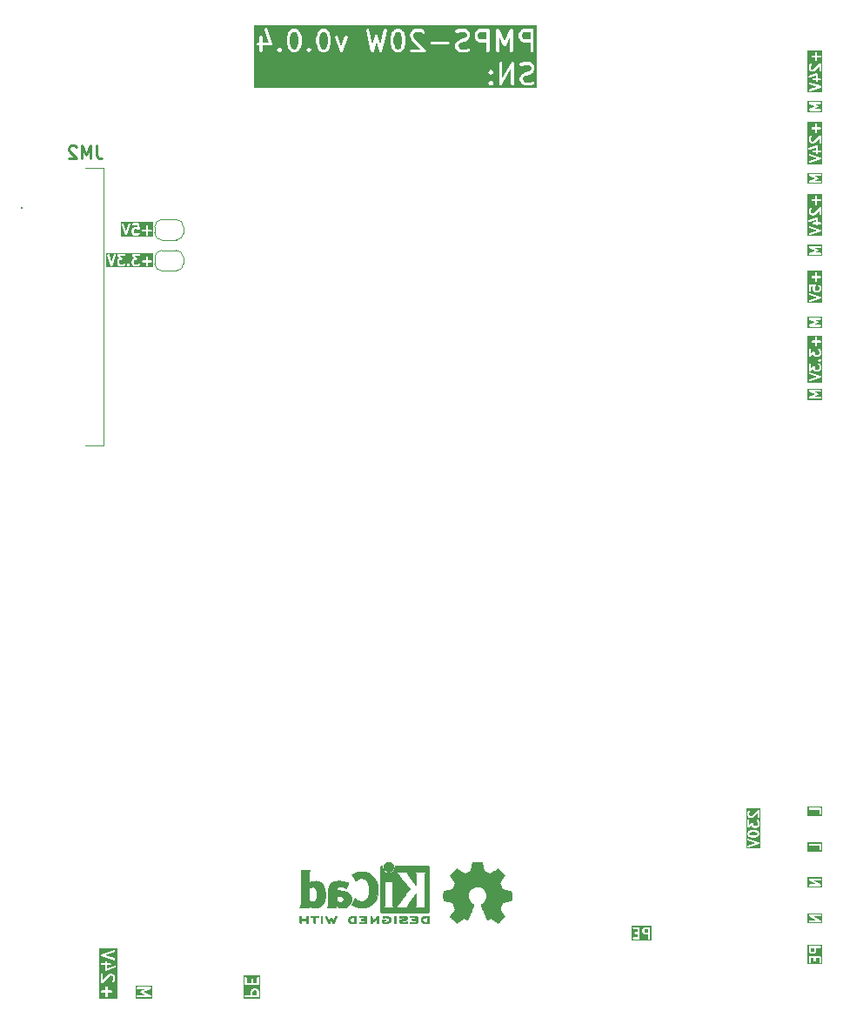
<source format=gbr>
%TF.GenerationSoftware,KiCad,Pcbnew,9.0.3*%
%TF.CreationDate,2025-09-10T13:33:30+03:00*%
%TF.ProjectId,PMPS-20W,504d5053-2d32-4305-972e-6b696361645f,rev?*%
%TF.SameCoordinates,Original*%
%TF.FileFunction,Legend,Bot*%
%TF.FilePolarity,Positive*%
%FSLAX46Y46*%
G04 Gerber Fmt 4.6, Leading zero omitted, Abs format (unit mm)*
G04 Created by KiCad (PCBNEW 9.0.3) date 2025-09-10 13:33:30*
%MOMM*%
%LPD*%
G01*
G04 APERTURE LIST*
%ADD10C,0.200000*%
%ADD11C,0.300000*%
%ADD12C,0.254000*%
%ADD13C,0.010000*%
%ADD14C,0.120000*%
%ADD15C,0.100000*%
G04 APERTURE END LIST*
D10*
G36*
X-25612569Y-47316040D02*
G01*
X-27276155Y-47316040D01*
X-27276155Y-46263198D01*
X-27142822Y-46263198D01*
X-27142822Y-46302216D01*
X-27127890Y-46338264D01*
X-27100300Y-46365854D01*
X-27064252Y-46380786D01*
X-27044743Y-46382707D01*
X-26295499Y-46382707D01*
X-26744175Y-46592089D01*
X-26751321Y-46596321D01*
X-26753738Y-46597201D01*
X-26755448Y-46598766D01*
X-26761041Y-46602080D01*
X-26771305Y-46613288D01*
X-26782513Y-46623552D01*
X-26784393Y-46627579D01*
X-26787392Y-46630855D01*
X-26792584Y-46645131D01*
X-26799014Y-46658910D01*
X-26799210Y-46663350D01*
X-26800727Y-46667524D01*
X-26800060Y-46682707D01*
X-26800727Y-46697890D01*
X-26799210Y-46702063D01*
X-26799014Y-46706504D01*
X-26792584Y-46720282D01*
X-26787392Y-46734559D01*
X-26784393Y-46737834D01*
X-26782513Y-46741862D01*
X-26771305Y-46752125D01*
X-26761041Y-46763334D01*
X-26755448Y-46766647D01*
X-26753738Y-46768213D01*
X-26751321Y-46769092D01*
X-26744175Y-46773325D01*
X-26295499Y-46982707D01*
X-27044743Y-46982707D01*
X-27064252Y-46984628D01*
X-27100300Y-46999560D01*
X-27127890Y-47027150D01*
X-27142822Y-47063198D01*
X-27142822Y-47102216D01*
X-27127890Y-47138264D01*
X-27100300Y-47165854D01*
X-27064252Y-47180786D01*
X-27044743Y-47182707D01*
X-25844743Y-47182707D01*
X-25831920Y-47181444D01*
X-25829560Y-47181548D01*
X-25828293Y-47181087D01*
X-25825234Y-47180786D01*
X-25809204Y-47174145D01*
X-25792891Y-47168214D01*
X-25791246Y-47166707D01*
X-25789186Y-47165854D01*
X-25776925Y-47153592D01*
X-25764115Y-47141862D01*
X-25763171Y-47139838D01*
X-25761596Y-47138264D01*
X-25754962Y-47122248D01*
X-25747615Y-47106505D01*
X-25747518Y-47104275D01*
X-25746664Y-47102216D01*
X-25746664Y-47084864D01*
X-25745902Y-47067524D01*
X-25746664Y-47065428D01*
X-25746664Y-47063198D01*
X-25753305Y-47047167D01*
X-25759236Y-47030855D01*
X-25760743Y-47029209D01*
X-25761596Y-47027150D01*
X-25773864Y-47014882D01*
X-25785588Y-47002080D01*
X-25788233Y-47000513D01*
X-25789186Y-46999560D01*
X-25791368Y-46998656D01*
X-25802454Y-46992089D01*
X-26465416Y-46682707D01*
X-25802454Y-46373325D01*
X-25791368Y-46366757D01*
X-25789186Y-46365854D01*
X-25788233Y-46364900D01*
X-25785588Y-46363334D01*
X-25773864Y-46350531D01*
X-25761596Y-46338264D01*
X-25760743Y-46336204D01*
X-25759236Y-46334559D01*
X-25753305Y-46318246D01*
X-25746664Y-46302216D01*
X-25746664Y-46299985D01*
X-25745902Y-46297890D01*
X-25746664Y-46280549D01*
X-25746664Y-46263198D01*
X-25747518Y-46261138D01*
X-25747615Y-46258909D01*
X-25754962Y-46243165D01*
X-25761596Y-46227150D01*
X-25763171Y-46225575D01*
X-25764115Y-46223552D01*
X-25776925Y-46211821D01*
X-25789186Y-46199560D01*
X-25791246Y-46198706D01*
X-25792891Y-46197200D01*
X-25809204Y-46191268D01*
X-25825234Y-46184628D01*
X-25828293Y-46184326D01*
X-25829560Y-46183866D01*
X-25831920Y-46183969D01*
X-25844743Y-46182707D01*
X-27044743Y-46182707D01*
X-27064252Y-46184628D01*
X-27100300Y-46199560D01*
X-27127890Y-46227150D01*
X-27142822Y-46263198D01*
X-27276155Y-46263198D01*
X-27276155Y-46049374D01*
X-25612569Y-46049374D01*
X-25612569Y-47316040D01*
G37*
G36*
X39576409Y24955556D02*
G01*
X38157267Y24955556D01*
X38157267Y25818150D01*
X38268378Y25818150D01*
X38269140Y25816055D01*
X38269140Y25813824D01*
X38275784Y25797783D01*
X38281713Y25781481D01*
X38283218Y25779838D01*
X38284072Y25777776D01*
X38296345Y25765503D01*
X38308064Y25752706D01*
X38310708Y25751140D01*
X38311662Y25750186D01*
X38313843Y25749283D01*
X38324930Y25742715D01*
X38845034Y25500000D01*
X38324930Y25257285D01*
X38313843Y25250718D01*
X38311662Y25249814D01*
X38310708Y25248861D01*
X38308064Y25247294D01*
X38296345Y25234498D01*
X38284072Y25222224D01*
X38283218Y25220163D01*
X38281713Y25218519D01*
X38275784Y25202218D01*
X38269140Y25186176D01*
X38269140Y25183946D01*
X38268378Y25181850D01*
X38269140Y25164511D01*
X38269140Y25147158D01*
X38269993Y25145099D01*
X38270091Y25142870D01*
X38277432Y25127140D01*
X38284072Y25111110D01*
X38285648Y25109534D01*
X38286592Y25107512D01*
X38299388Y25095794D01*
X38311662Y25083520D01*
X38313723Y25082667D01*
X38315367Y25081161D01*
X38331668Y25075233D01*
X38347710Y25068588D01*
X38350768Y25068287D01*
X38352036Y25067826D01*
X38354395Y25067930D01*
X38367219Y25066667D01*
X39367219Y25066667D01*
X39386728Y25068588D01*
X39422776Y25083520D01*
X39450366Y25111110D01*
X39465298Y25147158D01*
X39465298Y25186176D01*
X39450366Y25222224D01*
X39422776Y25249814D01*
X39386728Y25264746D01*
X39367219Y25266667D01*
X38817975Y25266667D01*
X39123793Y25409382D01*
X39130934Y25413613D01*
X39133356Y25414493D01*
X39135068Y25416062D01*
X39140659Y25419373D01*
X39150919Y25430578D01*
X39162132Y25440845D01*
X39164011Y25444873D01*
X39167011Y25448148D01*
X39172202Y25462424D01*
X39178632Y25476202D01*
X39178827Y25480643D01*
X39180345Y25484817D01*
X39179677Y25500000D01*
X39180345Y25515183D01*
X39178827Y25519358D01*
X39178632Y25523798D01*
X39172202Y25537577D01*
X39167011Y25551852D01*
X39164011Y25555128D01*
X39162132Y25559155D01*
X39150919Y25569423D01*
X39140659Y25580627D01*
X39135068Y25583939D01*
X39133356Y25585507D01*
X39130934Y25586388D01*
X39123793Y25590618D01*
X38817975Y25733333D01*
X39367219Y25733333D01*
X39386728Y25735254D01*
X39422776Y25750186D01*
X39450366Y25777776D01*
X39465298Y25813824D01*
X39465298Y25852842D01*
X39450366Y25888890D01*
X39422776Y25916480D01*
X39386728Y25931412D01*
X39367219Y25933333D01*
X38367219Y25933333D01*
X38354395Y25932071D01*
X38352036Y25932174D01*
X38350768Y25931714D01*
X38347710Y25931412D01*
X38331668Y25924768D01*
X38315367Y25918839D01*
X38313723Y25917334D01*
X38311662Y25916480D01*
X38299388Y25904207D01*
X38286592Y25892488D01*
X38285648Y25890467D01*
X38284072Y25888890D01*
X38277432Y25872861D01*
X38270091Y25857130D01*
X38269993Y25854902D01*
X38269140Y25852842D01*
X38269140Y25835490D01*
X38268378Y25818150D01*
X38157267Y25818150D01*
X38157267Y26044444D01*
X39576409Y26044444D01*
X39576409Y24955556D01*
G37*
G36*
X39576409Y31955556D02*
G01*
X38157267Y31955556D01*
X38157267Y32818150D01*
X38268378Y32818150D01*
X38269140Y32816055D01*
X38269140Y32813824D01*
X38275784Y32797783D01*
X38281713Y32781481D01*
X38283218Y32779838D01*
X38284072Y32777776D01*
X38296345Y32765503D01*
X38308064Y32752706D01*
X38310708Y32751140D01*
X38311662Y32750186D01*
X38313843Y32749283D01*
X38324930Y32742715D01*
X38845034Y32500000D01*
X38324930Y32257285D01*
X38313843Y32250718D01*
X38311662Y32249814D01*
X38310708Y32248861D01*
X38308064Y32247294D01*
X38296345Y32234498D01*
X38284072Y32222224D01*
X38283218Y32220163D01*
X38281713Y32218519D01*
X38275784Y32202218D01*
X38269140Y32186176D01*
X38269140Y32183946D01*
X38268378Y32181850D01*
X38269140Y32164511D01*
X38269140Y32147158D01*
X38269993Y32145099D01*
X38270091Y32142870D01*
X38277432Y32127140D01*
X38284072Y32111110D01*
X38285648Y32109534D01*
X38286592Y32107512D01*
X38299388Y32095794D01*
X38311662Y32083520D01*
X38313723Y32082667D01*
X38315367Y32081161D01*
X38331668Y32075233D01*
X38347710Y32068588D01*
X38350768Y32068287D01*
X38352036Y32067826D01*
X38354395Y32067930D01*
X38367219Y32066667D01*
X39367219Y32066667D01*
X39386728Y32068588D01*
X39422776Y32083520D01*
X39450366Y32111110D01*
X39465298Y32147158D01*
X39465298Y32186176D01*
X39450366Y32222224D01*
X39422776Y32249814D01*
X39386728Y32264746D01*
X39367219Y32266667D01*
X38817975Y32266667D01*
X39123793Y32409382D01*
X39130934Y32413613D01*
X39133356Y32414493D01*
X39135068Y32416062D01*
X39140659Y32419373D01*
X39150919Y32430578D01*
X39162132Y32440845D01*
X39164011Y32444873D01*
X39167011Y32448148D01*
X39172202Y32462424D01*
X39178632Y32476202D01*
X39178827Y32480643D01*
X39180345Y32484817D01*
X39179677Y32500000D01*
X39180345Y32515183D01*
X39178827Y32519358D01*
X39178632Y32523798D01*
X39172202Y32537577D01*
X39167011Y32551852D01*
X39164011Y32555128D01*
X39162132Y32559155D01*
X39150919Y32569423D01*
X39140659Y32580627D01*
X39135068Y32583939D01*
X39133356Y32585507D01*
X39130934Y32586388D01*
X39123793Y32590618D01*
X38817975Y32733333D01*
X39367219Y32733333D01*
X39386728Y32735254D01*
X39422776Y32750186D01*
X39450366Y32777776D01*
X39465298Y32813824D01*
X39465298Y32852842D01*
X39450366Y32888890D01*
X39422776Y32916480D01*
X39386728Y32931412D01*
X39367219Y32933333D01*
X38367219Y32933333D01*
X38354395Y32932071D01*
X38352036Y32932174D01*
X38350768Y32931714D01*
X38347710Y32931412D01*
X38331668Y32924768D01*
X38315367Y32918839D01*
X38313723Y32917334D01*
X38311662Y32916480D01*
X38299388Y32904207D01*
X38286592Y32892488D01*
X38285648Y32890467D01*
X38284072Y32888890D01*
X38277432Y32872861D01*
X38270091Y32857130D01*
X38269993Y32854902D01*
X38269140Y32852842D01*
X38269140Y32835490D01*
X38268378Y32818150D01*
X38157267Y32818150D01*
X38157267Y33044444D01*
X39576409Y33044444D01*
X39576409Y31955556D01*
G37*
G36*
X39578086Y-36496825D02*
G01*
X38156352Y-36496825D01*
X38156352Y-35721271D01*
X38267463Y-35721271D01*
X38269140Y-35727419D01*
X38269140Y-35733795D01*
X38274231Y-35746085D01*
X38277730Y-35758914D01*
X38281632Y-35763952D01*
X38284072Y-35769843D01*
X38293477Y-35779248D01*
X38301620Y-35789763D01*
X38309795Y-35795566D01*
X38311662Y-35797433D01*
X38313494Y-35798191D01*
X38317605Y-35801110D01*
X38990663Y-36185714D01*
X38367219Y-36185714D01*
X38347710Y-36187635D01*
X38311662Y-36202567D01*
X38284072Y-36230157D01*
X38269140Y-36266205D01*
X38269140Y-36305223D01*
X38284072Y-36341271D01*
X38311662Y-36368861D01*
X38347710Y-36383793D01*
X38367219Y-36385714D01*
X39367219Y-36385714D01*
X39372236Y-36385219D01*
X39374204Y-36385470D01*
X39376750Y-36384775D01*
X39386728Y-36383793D01*
X39399014Y-36378703D01*
X39411847Y-36375204D01*
X39416888Y-36371299D01*
X39422776Y-36368861D01*
X39432179Y-36359457D01*
X39442696Y-36351313D01*
X39445858Y-36345778D01*
X39450366Y-36341271D01*
X39455454Y-36328985D01*
X39462055Y-36317436D01*
X39462858Y-36311111D01*
X39465298Y-36305223D01*
X39465298Y-36291923D01*
X39466975Y-36278730D01*
X39465298Y-36272580D01*
X39465298Y-36266205D01*
X39460208Y-36253918D01*
X39456709Y-36241086D01*
X39452804Y-36236044D01*
X39450366Y-36230157D01*
X39440962Y-36220753D01*
X39432818Y-36210237D01*
X39424642Y-36204433D01*
X39422776Y-36202567D01*
X39420943Y-36201808D01*
X39416833Y-36198890D01*
X38743775Y-35814286D01*
X39367219Y-35814286D01*
X39386728Y-35812365D01*
X39422776Y-35797433D01*
X39450366Y-35769843D01*
X39465298Y-35733795D01*
X39465298Y-35694777D01*
X39450366Y-35658729D01*
X39422776Y-35631139D01*
X39386728Y-35616207D01*
X39367219Y-35614286D01*
X38367219Y-35614286D01*
X38362201Y-35614780D01*
X38360234Y-35614530D01*
X38357687Y-35615224D01*
X38347710Y-35616207D01*
X38335419Y-35621298D01*
X38322591Y-35624797D01*
X38317552Y-35628699D01*
X38311662Y-35631139D01*
X38302256Y-35640544D01*
X38291742Y-35648687D01*
X38288579Y-35654221D01*
X38284072Y-35658729D01*
X38278983Y-35671014D01*
X38272383Y-35682564D01*
X38271579Y-35688888D01*
X38269140Y-35694777D01*
X38269140Y-35708077D01*
X38267463Y-35721271D01*
X38156352Y-35721271D01*
X38156352Y-35503175D01*
X39578086Y-35503175D01*
X39578086Y-36496825D01*
G37*
D11*
G36*
X-11619556Y46701846D02*
G01*
X-11558742Y46641032D01*
X-11481753Y46487054D01*
X-11394988Y46139994D01*
X-11394988Y45700731D01*
X-11481753Y45353671D01*
X-11558743Y45199693D01*
X-11619557Y45138878D01*
X-11756588Y45070362D01*
X-11876245Y45070362D01*
X-12013277Y45138878D01*
X-12074091Y45199693D01*
X-12151080Y45353671D01*
X-12237845Y45700732D01*
X-12237845Y46139994D01*
X-12151080Y46487055D01*
X-12074091Y46641032D01*
X-12013277Y46701846D01*
X-11876245Y46770362D01*
X-11756588Y46770362D01*
X-11619556Y46701846D01*
G37*
G36*
X-8762413Y46701846D02*
G01*
X-8701599Y46641032D01*
X-8624610Y46487054D01*
X-8537845Y46139994D01*
X-8537845Y45700731D01*
X-8624610Y45353671D01*
X-8701600Y45199693D01*
X-8762414Y45138878D01*
X-8899445Y45070362D01*
X-9019102Y45070362D01*
X-9156134Y45138878D01*
X-9216948Y45199693D01*
X-9293937Y45353671D01*
X-9380702Y45700732D01*
X-9380702Y46139994D01*
X-9293937Y46487055D01*
X-9216948Y46641032D01*
X-9156134Y46701846D01*
X-9019102Y46770362D01*
X-8899445Y46770362D01*
X-8762413Y46701846D01*
G37*
G36*
X-1524317Y46701846D02*
G01*
X-1463503Y46641032D01*
X-1386514Y46487054D01*
X-1299749Y46139994D01*
X-1299749Y45700731D01*
X-1386514Y45353671D01*
X-1463504Y45199693D01*
X-1524318Y45138878D01*
X-1661349Y45070362D01*
X-1781006Y45070362D01*
X-1918038Y45138878D01*
X-1978852Y45199693D01*
X-2055841Y45353671D01*
X-2142606Y45700732D01*
X-2142606Y46139994D01*
X-2055841Y46487055D01*
X-1978852Y46641032D01*
X-1918038Y46701846D01*
X-1781006Y46770362D01*
X-1661349Y46770362D01*
X-1524317Y46701846D01*
G37*
G36*
X6890727Y46022743D02*
G01*
X6314232Y46022743D01*
X6177200Y46091259D01*
X6116386Y46152074D01*
X6047870Y46289106D01*
X6047870Y46504000D01*
X6116386Y46641032D01*
X6177200Y46701846D01*
X6314232Y46770362D01*
X6890727Y46770362D01*
X6890727Y46022743D01*
G37*
G36*
X11176441Y46022743D02*
G01*
X10599946Y46022743D01*
X10462914Y46091259D01*
X10402100Y46152074D01*
X10333584Y46289106D01*
X10333584Y46504000D01*
X10402100Y46641032D01*
X10462914Y46701846D01*
X10599946Y46770362D01*
X11176441Y46770362D01*
X11176441Y46022743D01*
G37*
G36*
X11793901Y41328252D02*
G01*
X-15709566Y41328252D01*
X-15709566Y41824974D01*
X7084085Y41824974D01*
X7084085Y41766448D01*
X7088375Y41756092D01*
X7106482Y41712377D01*
X7125137Y41689646D01*
X7220375Y41594408D01*
X7243105Y41575754D01*
X7243106Y41575753D01*
X7265904Y41566310D01*
X7297177Y41553356D01*
X7297178Y41553356D01*
X7355704Y41553356D01*
X7355705Y41553356D01*
X7386978Y41566310D01*
X7409776Y41575753D01*
X7432507Y41594408D01*
X7527745Y41689646D01*
X7546395Y41712372D01*
X7546400Y41712376D01*
X7568797Y41766448D01*
X7568797Y41824974D01*
X7564794Y41834638D01*
X7549241Y41872189D01*
X7546401Y41879046D01*
X7527746Y41901777D01*
X7432508Y41997016D01*
X7409782Y42015667D01*
X7409776Y42015673D01*
X7374258Y42030384D01*
X7355705Y42038069D01*
X7297177Y42038069D01*
X7281340Y42031509D01*
X7243105Y42015672D01*
X7220375Y41997017D01*
X7125136Y41901777D01*
X7106482Y41879047D01*
X7088088Y41834638D01*
X7084085Y41824974D01*
X-15709566Y41824974D01*
X-15709566Y42872595D01*
X7084085Y42872595D01*
X7084085Y42814069D01*
X7096884Y42783170D01*
X7106482Y42759997D01*
X7125136Y42737267D01*
X7220375Y42642027D01*
X7243105Y42623372D01*
X7281340Y42607536D01*
X7297177Y42600975D01*
X7297178Y42600975D01*
X7297179Y42600975D01*
X7355705Y42600975D01*
X7374258Y42608661D01*
X7409776Y42623371D01*
X7409782Y42623378D01*
X7432508Y42642028D01*
X7527746Y42737267D01*
X7546401Y42759998D01*
X7568797Y42814070D01*
X7568797Y42872596D01*
X7546400Y42926668D01*
X7546395Y42926673D01*
X7527745Y42949398D01*
X7432507Y43044636D01*
X7409776Y43063291D01*
X7378102Y43076411D01*
X7355705Y43085688D01*
X7297177Y43085688D01*
X7274780Y43076411D01*
X7243106Y43063291D01*
X7220375Y43044636D01*
X7125137Y42949398D01*
X7106482Y42926667D01*
X7094573Y42897916D01*
X7088375Y42882951D01*
X7084085Y42872595D01*
X-15709566Y42872595D01*
X-15709566Y43700474D01*
X8128822Y43700474D01*
X8128822Y41700474D01*
X8129563Y41692949D01*
X8129188Y41689997D01*
X8130230Y41686177D01*
X8131704Y41671210D01*
X8139339Y41652778D01*
X8144588Y41633533D01*
X8150442Y41625974D01*
X8154102Y41617138D01*
X8168209Y41603031D01*
X8180423Y41587259D01*
X8188725Y41582515D01*
X8195486Y41575754D01*
X8213916Y41568120D01*
X8231239Y41558221D01*
X8240724Y41557016D01*
X8249558Y41553356D01*
X8269508Y41553356D01*
X8289299Y41550840D01*
X8298524Y41553356D01*
X8308086Y41553356D01*
X8326518Y41560992D01*
X8345763Y41566240D01*
X8353322Y41572095D01*
X8362158Y41575754D01*
X8376265Y41589862D01*
X8392037Y41602075D01*
X8400742Y41614339D01*
X8403542Y41617138D01*
X8404680Y41619886D01*
X8409058Y41626053D01*
X9271679Y43135640D01*
X9271679Y41700474D01*
X9274561Y41671210D01*
X9296959Y41617138D01*
X9338343Y41575754D01*
X9392415Y41553356D01*
X9450943Y41553356D01*
X9505015Y41575754D01*
X9546399Y41617138D01*
X9568797Y41671210D01*
X9571679Y41700474D01*
X9571679Y42271903D01*
X10128822Y42271903D01*
X10128822Y42081427D01*
X10131704Y42052163D01*
X10133765Y42047186D01*
X10134148Y42041808D01*
X10144658Y42014345D01*
X10239896Y41823869D01*
X10247823Y41811276D01*
X10249339Y41807616D01*
X10252720Y41803496D01*
X10255561Y41798983D01*
X10258554Y41796387D01*
X10267993Y41784886D01*
X10363232Y41689646D01*
X10374734Y41680206D01*
X10377330Y41677213D01*
X10381839Y41674375D01*
X10385962Y41670991D01*
X10389624Y41669475D01*
X10402216Y41661548D01*
X10592692Y41566310D01*
X10620156Y41555800D01*
X10625531Y41555419D01*
X10630510Y41553356D01*
X10659774Y41550474D01*
X11135965Y41550474D01*
X11150776Y41551933D01*
X11154726Y41551652D01*
X11159920Y41552834D01*
X11165229Y41553356D01*
X11168891Y41554874D01*
X11183399Y41558172D01*
X11469113Y41653410D01*
X11495964Y41665398D01*
X11540178Y41703745D01*
X11566352Y41756092D01*
X11570501Y41814473D01*
X11551993Y41869997D01*
X11513646Y41914211D01*
X11461299Y41940385D01*
X11402918Y41944534D01*
X11374245Y41938014D01*
X11111625Y41850474D01*
X10695184Y41850474D01*
X10558152Y41918990D01*
X10497338Y41979805D01*
X10428822Y42116837D01*
X10428822Y42236493D01*
X10497338Y42373525D01*
X10558152Y42434339D01*
X10712129Y42511328D01*
X11077107Y42602572D01*
X11079265Y42603344D01*
X11080346Y42603420D01*
X11092526Y42608081D01*
X11104798Y42612465D01*
X11105667Y42613110D01*
X11107810Y42613929D01*
X11298286Y42709168D01*
X11310879Y42717096D01*
X11314538Y42718611D01*
X11318657Y42721992D01*
X11323171Y42724833D01*
X11325767Y42727827D01*
X11337269Y42737266D01*
X11432507Y42832504D01*
X11441946Y42844006D01*
X11444940Y42846602D01*
X11447780Y42851116D01*
X11451162Y42855235D01*
X11452677Y42858895D01*
X11460605Y42871488D01*
X11555843Y43061964D01*
X11566353Y43089428D01*
X11566734Y43094804D01*
X11568797Y43099782D01*
X11571679Y43129046D01*
X11571679Y43319522D01*
X11568797Y43348786D01*
X11566734Y43353765D01*
X11566353Y43359140D01*
X11555843Y43386604D01*
X11460605Y43577080D01*
X11452677Y43589674D01*
X11451162Y43593333D01*
X11447780Y43597453D01*
X11444940Y43601966D01*
X11441946Y43604563D01*
X11432507Y43616064D01*
X11337269Y43711302D01*
X11325767Y43720741D01*
X11323171Y43723735D01*
X11318657Y43726576D01*
X11314538Y43729957D01*
X11310878Y43731473D01*
X11298285Y43739400D01*
X11107809Y43834638D01*
X11080346Y43845148D01*
X11074968Y43845531D01*
X11069991Y43847592D01*
X11040727Y43850474D01*
X10564536Y43850474D01*
X10549724Y43849016D01*
X10545775Y43849296D01*
X10540580Y43848115D01*
X10535272Y43847592D01*
X10531609Y43846075D01*
X10517102Y43842776D01*
X10231388Y43747538D01*
X10204537Y43735550D01*
X10160323Y43697203D01*
X10134149Y43644856D01*
X10130000Y43586475D01*
X10148508Y43530951D01*
X10186855Y43486737D01*
X10239202Y43460563D01*
X10297583Y43456414D01*
X10326256Y43462934D01*
X10588876Y43550474D01*
X11005317Y43550474D01*
X11142349Y43481958D01*
X11203163Y43421144D01*
X11271679Y43284112D01*
X11271679Y43164456D01*
X11203163Y43027424D01*
X11142349Y42966611D01*
X10988369Y42889620D01*
X10623394Y42798376D01*
X10621238Y42797606D01*
X10620156Y42797529D01*
X10607975Y42792868D01*
X10595702Y42788483D01*
X10594830Y42787838D01*
X10592692Y42787019D01*
X10402216Y42691781D01*
X10389622Y42683854D01*
X10385963Y42682338D01*
X10381843Y42678957D01*
X10377330Y42676116D01*
X10374733Y42673123D01*
X10363232Y42663683D01*
X10267994Y42568445D01*
X10258555Y42556944D01*
X10255561Y42554347D01*
X10252720Y42549834D01*
X10249339Y42545714D01*
X10247823Y42542055D01*
X10239896Y42529461D01*
X10144658Y42338985D01*
X10134148Y42311522D01*
X10133765Y42306145D01*
X10131704Y42301167D01*
X10128822Y42271903D01*
X9571679Y42271903D01*
X9571679Y43700474D01*
X9570937Y43708005D01*
X9571312Y43710951D01*
X9570271Y43714767D01*
X9568797Y43729738D01*
X9561160Y43748174D01*
X9555913Y43767415D01*
X9550058Y43774975D01*
X9546399Y43783810D01*
X9532291Y43797918D01*
X9520078Y43813689D01*
X9511775Y43818434D01*
X9505015Y43825194D01*
X9486584Y43832829D01*
X9469262Y43842727D01*
X9459777Y43843933D01*
X9450943Y43847592D01*
X9430987Y43847592D01*
X9411201Y43850107D01*
X9401979Y43847592D01*
X9392415Y43847592D01*
X9373980Y43839956D01*
X9354738Y43834708D01*
X9347178Y43828854D01*
X9338343Y43825194D01*
X9324235Y43811087D01*
X9308464Y43798873D01*
X9299757Y43786609D01*
X9296959Y43783810D01*
X9295821Y43781065D01*
X9291442Y43774895D01*
X8428822Y42265309D01*
X8428822Y43700474D01*
X8425940Y43729738D01*
X8403542Y43783810D01*
X8362158Y43825194D01*
X8308086Y43847592D01*
X8249558Y43847592D01*
X8195486Y43825194D01*
X8154102Y43783810D01*
X8131704Y43729738D01*
X8128822Y43700474D01*
X-15709566Y43700474D01*
X-15709566Y45616293D01*
X-15487344Y45616293D01*
X-15487344Y45557765D01*
X-15464946Y45503693D01*
X-15423562Y45462309D01*
X-15369490Y45439911D01*
X-15340226Y45437029D01*
X-15204512Y45437029D01*
X-15204512Y44920362D01*
X-15201630Y44891098D01*
X-15179232Y44837026D01*
X-15137848Y44795642D01*
X-15083776Y44773244D01*
X-15025248Y44773244D01*
X-14971176Y44795642D01*
X-14929792Y44837026D01*
X-14907394Y44891098D01*
X-14904512Y44920362D01*
X-14904512Y45044862D01*
X-13487344Y45044862D01*
X-13487344Y44986336D01*
X-13478989Y44966165D01*
X-13464947Y44932265D01*
X-13446292Y44909534D01*
X-13351054Y44814296D01*
X-13328324Y44795642D01*
X-13328323Y44795641D01*
X-13305525Y44786198D01*
X-13274252Y44773244D01*
X-13274251Y44773244D01*
X-13215725Y44773244D01*
X-13215724Y44773244D01*
X-13184451Y44786198D01*
X-13161653Y44795641D01*
X-13138922Y44814296D01*
X-13043684Y44909534D01*
X-13025034Y44932260D01*
X-13025029Y44932264D01*
X-13002632Y44986336D01*
X-13002632Y45044862D01*
X-13006635Y45054526D01*
X-13022188Y45092077D01*
X-13025028Y45098934D01*
X-13043683Y45121665D01*
X-13138921Y45216904D01*
X-13161647Y45235555D01*
X-13161653Y45235561D01*
X-13198246Y45250717D01*
X-13215724Y45257957D01*
X-13274252Y45257957D01*
X-13290089Y45251397D01*
X-13328324Y45235560D01*
X-13351054Y45216905D01*
X-13446293Y45121665D01*
X-13464947Y45098935D01*
X-13483341Y45054526D01*
X-13487344Y45044862D01*
X-14904512Y45044862D01*
X-14904512Y45437029D01*
X-14102131Y45437029D01*
X-14087325Y45438488D01*
X-14083370Y45438206D01*
X-14080515Y45439158D01*
X-14072867Y45439911D01*
X-14050658Y45449111D01*
X-14027846Y45456715D01*
X-14023775Y45460247D01*
X-14018795Y45462309D01*
X-14001794Y45479311D01*
X-13983632Y45495062D01*
X-13981222Y45499883D01*
X-13977411Y45503693D01*
X-13968211Y45525905D01*
X-13957458Y45547409D01*
X-13957076Y45552785D01*
X-13955013Y45557765D01*
X-13955013Y45581813D01*
X-13953309Y45605789D01*
X-13955013Y45613285D01*
X-13955013Y45616293D01*
X-13956530Y45619954D01*
X-13959828Y45634463D01*
X-14134493Y46158458D01*
X-12537845Y46158458D01*
X-12537845Y45682267D01*
X-12537343Y45677164D01*
X-12537668Y45674976D01*
X-12536049Y45664026D01*
X-12534963Y45653003D01*
X-12534116Y45650959D01*
X-12533366Y45645887D01*
X-12438128Y45264935D01*
X-12437358Y45262780D01*
X-12437281Y45261696D01*
X-12432614Y45249500D01*
X-12428235Y45237244D01*
X-12427591Y45236374D01*
X-12426771Y45234233D01*
X-12331533Y45043757D01*
X-12323606Y45031164D01*
X-12322090Y45027504D01*
X-12318709Y45023384D01*
X-12315868Y45018871D01*
X-12312875Y45016275D01*
X-12303436Y45004774D01*
X-12208197Y44909534D01*
X-12196695Y44900094D01*
X-12194099Y44897101D01*
X-12189590Y44894263D01*
X-12185467Y44890879D01*
X-12181805Y44889363D01*
X-12169213Y44881436D01*
X-11978737Y44786198D01*
X-11951273Y44775688D01*
X-11945898Y44775307D01*
X-11940919Y44773244D01*
X-11911655Y44770362D01*
X-11721178Y44770362D01*
X-11691914Y44773244D01*
X-11686937Y44775306D01*
X-11681559Y44775688D01*
X-11654096Y44786198D01*
X-11463620Y44881436D01*
X-11451025Y44889365D01*
X-11447366Y44890880D01*
X-11443249Y44894260D01*
X-11438734Y44897101D01*
X-11436137Y44900096D01*
X-11424635Y44909535D01*
X-11329397Y45004774D01*
X-11319959Y45016276D01*
X-11316965Y45018871D01*
X-11314125Y45023384D01*
X-11310742Y45027505D01*
X-11309226Y45031167D01*
X-11301300Y45043757D01*
X-11300747Y45044862D01*
X-10630201Y45044862D01*
X-10630201Y44986336D01*
X-10621846Y44966165D01*
X-10607804Y44932265D01*
X-10589149Y44909534D01*
X-10493911Y44814296D01*
X-10471181Y44795642D01*
X-10471180Y44795641D01*
X-10448382Y44786198D01*
X-10417109Y44773244D01*
X-10417108Y44773244D01*
X-10358582Y44773244D01*
X-10358581Y44773244D01*
X-10327308Y44786198D01*
X-10304510Y44795641D01*
X-10281779Y44814296D01*
X-10186541Y44909534D01*
X-10167891Y44932260D01*
X-10167886Y44932264D01*
X-10145489Y44986336D01*
X-10145489Y45044862D01*
X-10149492Y45054526D01*
X-10165045Y45092077D01*
X-10167885Y45098934D01*
X-10186540Y45121665D01*
X-10281778Y45216904D01*
X-10304504Y45235555D01*
X-10304510Y45235561D01*
X-10341103Y45250717D01*
X-10358581Y45257957D01*
X-10417109Y45257957D01*
X-10432946Y45251397D01*
X-10471181Y45235560D01*
X-10493911Y45216905D01*
X-10589150Y45121665D01*
X-10607804Y45098935D01*
X-10626198Y45054526D01*
X-10630201Y45044862D01*
X-11300747Y45044862D01*
X-11206062Y45234233D01*
X-11205244Y45236372D01*
X-11204598Y45237243D01*
X-11200214Y45249517D01*
X-11195552Y45261697D01*
X-11195476Y45262780D01*
X-11194705Y45264935D01*
X-11099467Y45645886D01*
X-11098717Y45650959D01*
X-11097870Y45653003D01*
X-11096785Y45664025D01*
X-11095165Y45674976D01*
X-11095491Y45677164D01*
X-11094988Y45682267D01*
X-11094988Y46158458D01*
X-9680702Y46158458D01*
X-9680702Y45682267D01*
X-9680200Y45677164D01*
X-9680525Y45674976D01*
X-9678906Y45664026D01*
X-9677820Y45653003D01*
X-9676973Y45650959D01*
X-9676223Y45645887D01*
X-9580985Y45264935D01*
X-9580215Y45262780D01*
X-9580138Y45261696D01*
X-9575471Y45249500D01*
X-9571092Y45237244D01*
X-9570448Y45236374D01*
X-9569628Y45234233D01*
X-9474390Y45043757D01*
X-9466463Y45031164D01*
X-9464947Y45027504D01*
X-9461566Y45023384D01*
X-9458725Y45018871D01*
X-9455732Y45016275D01*
X-9446293Y45004774D01*
X-9351054Y44909534D01*
X-9339552Y44900094D01*
X-9336956Y44897101D01*
X-9332447Y44894263D01*
X-9328324Y44890879D01*
X-9324662Y44889363D01*
X-9312070Y44881436D01*
X-9121594Y44786198D01*
X-9094130Y44775688D01*
X-9088755Y44775307D01*
X-9083776Y44773244D01*
X-9054512Y44770362D01*
X-8864035Y44770362D01*
X-8834771Y44773244D01*
X-8829794Y44775306D01*
X-8824416Y44775688D01*
X-8796953Y44786198D01*
X-8606477Y44881436D01*
X-8593882Y44889365D01*
X-8590223Y44890880D01*
X-8586106Y44894260D01*
X-8581591Y44897101D01*
X-8578994Y44900096D01*
X-8567492Y44909535D01*
X-8472254Y45004774D01*
X-8462816Y45016276D01*
X-8459822Y45018871D01*
X-8456982Y45023384D01*
X-8453599Y45027505D01*
X-8452083Y45031167D01*
X-8444157Y45043757D01*
X-8348919Y45234233D01*
X-8348101Y45236372D01*
X-8347455Y45237243D01*
X-8343071Y45249517D01*
X-8338409Y45261697D01*
X-8338333Y45262780D01*
X-8337562Y45264935D01*
X-8242324Y45645886D01*
X-8241574Y45650959D01*
X-8240727Y45653003D01*
X-8239642Y45664025D01*
X-8238022Y45674976D01*
X-8238348Y45677164D01*
X-8237845Y45682267D01*
X-8237845Y46158458D01*
X-8238348Y46163562D01*
X-8238022Y46165749D01*
X-8239642Y46176701D01*
X-8240727Y46187722D01*
X-8241574Y46189767D01*
X-8242324Y46194839D01*
X-8251558Y46231774D01*
X-7869568Y46231774D01*
X-7862439Y46203246D01*
X-7386248Y44869911D01*
X-7373692Y44843322D01*
X-7368639Y44837740D01*
X-7365416Y44830937D01*
X-7349144Y44816206D01*
X-7334412Y44799933D01*
X-7327610Y44796711D01*
X-7322027Y44791657D01*
X-7301353Y44784274D01*
X-7281520Y44774879D01*
X-7274002Y44774506D01*
X-7266909Y44771972D01*
X-7244987Y44773063D01*
X-7223065Y44771972D01*
X-7215973Y44774506D01*
X-7208454Y44774879D01*
X-7188622Y44784274D01*
X-7167947Y44791657D01*
X-7162365Y44796711D01*
X-7155562Y44799933D01*
X-7140831Y44816206D01*
X-7124558Y44830937D01*
X-7121336Y44837740D01*
X-7116282Y44843322D01*
X-7103726Y44869912D01*
X-6627536Y46203246D01*
X-6620407Y46231775D01*
X-6623314Y46290230D01*
X-6648368Y46343122D01*
X-6691757Y46382401D01*
X-6746875Y46402086D01*
X-6805330Y46399179D01*
X-6858222Y46374125D01*
X-6897502Y46330737D01*
X-6910058Y46304147D01*
X-7244988Y45366344D01*
X-7579917Y46304146D01*
X-7592473Y46330736D01*
X-7631753Y46374125D01*
X-7684645Y46399179D01*
X-7743100Y46402086D01*
X-7798218Y46382401D01*
X-7841607Y46343121D01*
X-7866661Y46290229D01*
X-7869568Y46231774D01*
X-8251558Y46231774D01*
X-8337562Y46575790D01*
X-8338333Y46577946D01*
X-8338409Y46579028D01*
X-8343071Y46591209D01*
X-8347455Y46603482D01*
X-8348101Y46604354D01*
X-8348919Y46606492D01*
X-8444157Y46796968D01*
X-8452085Y46809562D01*
X-8453600Y46813221D01*
X-8456982Y46817341D01*
X-8459822Y46821854D01*
X-8462816Y46824451D01*
X-8472255Y46835952D01*
X-8551058Y46914755D01*
X-4823453Y46914755D01*
X-4819479Y46885619D01*
X-4343289Y44885619D01*
X-4339828Y44875576D01*
X-4339349Y44871975D01*
X-4337465Y44868720D01*
X-4333707Y44857818D01*
X-4320937Y44840173D01*
X-4310026Y44821326D01*
X-4303911Y44816645D01*
X-4299394Y44810404D01*
X-4280844Y44798989D01*
X-4263551Y44785752D01*
X-4256110Y44783768D01*
X-4249550Y44779731D01*
X-4228043Y44776283D01*
X-4206999Y44770671D01*
X-4199367Y44771686D01*
X-4191761Y44770466D01*
X-4170567Y44775513D01*
X-4148981Y44778381D01*
X-4142318Y44782239D01*
X-4134824Y44784023D01*
X-4117179Y44796794D01*
X-4098332Y44807704D01*
X-4093651Y44813820D01*
X-4087410Y44818336D01*
X-4075995Y44836887D01*
X-4062758Y44854179D01*
X-4058711Y44864974D01*
X-4056737Y44868180D01*
X-4056162Y44871771D01*
X-4052433Y44881713D01*
X-3816416Y45766779D01*
X-3580398Y44881712D01*
X-3576670Y44871770D01*
X-3576094Y44868180D01*
X-3574122Y44864975D01*
X-3570073Y44854179D01*
X-3556834Y44836883D01*
X-3545420Y44818336D01*
X-3539182Y44813821D01*
X-3534499Y44807704D01*
X-3515650Y44796792D01*
X-3498007Y44784023D01*
X-3490515Y44782240D01*
X-3483849Y44778380D01*
X-3462254Y44775511D01*
X-3441070Y44770467D01*
X-3433469Y44771686D01*
X-3425832Y44770671D01*
X-3404782Y44776285D01*
X-3383281Y44779731D01*
X-3376725Y44783766D01*
X-3369280Y44785751D01*
X-3351977Y44798996D01*
X-3333437Y44810405D01*
X-3328924Y44816642D01*
X-3322805Y44821325D01*
X-3311890Y44840180D01*
X-3299124Y44857818D01*
X-3295368Y44868716D01*
X-3293481Y44871975D01*
X-3293002Y44875581D01*
X-3289542Y44885619D01*
X-2986485Y46158458D01*
X-2442606Y46158458D01*
X-2442606Y45682267D01*
X-2442104Y45677164D01*
X-2442429Y45674976D01*
X-2440810Y45664026D01*
X-2439724Y45653003D01*
X-2438877Y45650959D01*
X-2438127Y45645887D01*
X-2342889Y45264935D01*
X-2342119Y45262780D01*
X-2342042Y45261696D01*
X-2337375Y45249500D01*
X-2332996Y45237244D01*
X-2332352Y45236374D01*
X-2331532Y45234233D01*
X-2236294Y45043757D01*
X-2228367Y45031164D01*
X-2226851Y45027504D01*
X-2223470Y45023384D01*
X-2220629Y45018871D01*
X-2217636Y45016275D01*
X-2208197Y45004774D01*
X-2112958Y44909534D01*
X-2101456Y44900094D01*
X-2098860Y44897101D01*
X-2094351Y44894263D01*
X-2090228Y44890879D01*
X-2086566Y44889363D01*
X-2073974Y44881436D01*
X-1883498Y44786198D01*
X-1856034Y44775688D01*
X-1850659Y44775307D01*
X-1845680Y44773244D01*
X-1816416Y44770362D01*
X-1625939Y44770362D01*
X-1596675Y44773244D01*
X-1591698Y44775306D01*
X-1586320Y44775688D01*
X-1558857Y44786198D01*
X-1368381Y44881436D01*
X-1355786Y44889365D01*
X-1352127Y44890880D01*
X-1348010Y44894260D01*
X-1343495Y44897101D01*
X-1340898Y44900096D01*
X-1329396Y44909535D01*
X-1234158Y45004774D01*
X-1224720Y45016276D01*
X-1221726Y45018871D01*
X-1218886Y45023384D01*
X-1215503Y45027505D01*
X-1213987Y45031167D01*
X-1206061Y45043757D01*
X-1110823Y45234233D01*
X-1110005Y45236372D01*
X-1109359Y45237243D01*
X-1104975Y45249517D01*
X-1100313Y45261697D01*
X-1100237Y45262780D01*
X-1099466Y45264935D01*
X-1004228Y45645886D01*
X-1003478Y45650959D01*
X-1002631Y45653003D01*
X-1001546Y45664025D01*
X-999926Y45674976D01*
X-1000252Y45677164D01*
X-999749Y45682267D01*
X-999749Y46158458D01*
X-1000252Y46163562D01*
X-999926Y46165749D01*
X-1001546Y46176701D01*
X-1002631Y46187722D01*
X-1003478Y46189767D01*
X-1004228Y46194839D01*
X-1090371Y46539410D01*
X-537844Y46539410D01*
X-537844Y46348934D01*
X-536386Y46334123D01*
X-536666Y46330173D01*
X-535485Y46324979D01*
X-534962Y46319670D01*
X-533445Y46316008D01*
X-530146Y46301500D01*
X-434908Y46015786D01*
X-422920Y45988935D01*
X-419390Y45984865D01*
X-417327Y45979885D01*
X-398672Y45957154D01*
X488119Y45070362D01*
X-387844Y45070362D01*
X-417108Y45067480D01*
X-471180Y45045082D01*
X-512564Y45003698D01*
X-534962Y44949626D01*
X-534962Y44891098D01*
X-512564Y44837026D01*
X-471180Y44795642D01*
X-417108Y44773244D01*
X-387844Y44770362D01*
X850251Y44770362D01*
X879515Y44773244D01*
X895351Y44779805D01*
X933587Y44795641D01*
X974972Y44837026D01*
X994358Y44883829D01*
X997369Y44891098D01*
X997369Y44949626D01*
X982163Y44986336D01*
X974972Y45003697D01*
X956317Y45026428D01*
X490955Y45491791D01*
X3843108Y45491791D01*
X3843108Y45301315D01*
X3845990Y45272051D01*
X3848051Y45267074D01*
X3848434Y45261696D01*
X3858944Y45234233D01*
X3954182Y45043757D01*
X3962109Y45031164D01*
X3963625Y45027504D01*
X3967006Y45023384D01*
X3969847Y45018871D01*
X3972840Y45016275D01*
X3982279Y45004774D01*
X4077518Y44909534D01*
X4089020Y44900094D01*
X4091616Y44897101D01*
X4096125Y44894263D01*
X4100248Y44890879D01*
X4103910Y44889363D01*
X4116502Y44881436D01*
X4306978Y44786198D01*
X4334442Y44775688D01*
X4339817Y44775307D01*
X4344796Y44773244D01*
X4374060Y44770362D01*
X4850251Y44770362D01*
X4865062Y44771821D01*
X4869012Y44771540D01*
X4874206Y44772722D01*
X4879515Y44773244D01*
X4883177Y44774762D01*
X4897685Y44778060D01*
X5183399Y44873298D01*
X5210250Y44885286D01*
X5254464Y44923633D01*
X5280638Y44975980D01*
X5284787Y45034361D01*
X5266279Y45089885D01*
X5227932Y45134099D01*
X5175585Y45160273D01*
X5117204Y45164422D01*
X5088531Y45157902D01*
X4825911Y45070362D01*
X4409470Y45070362D01*
X4272438Y45138878D01*
X4211624Y45199693D01*
X4143108Y45336725D01*
X4143108Y45456381D01*
X4211624Y45593413D01*
X4272438Y45654227D01*
X4426415Y45731216D01*
X4791393Y45822460D01*
X4793551Y45823232D01*
X4794632Y45823308D01*
X4806812Y45827969D01*
X4819084Y45832353D01*
X4819953Y45832998D01*
X4822096Y45833817D01*
X5012572Y45929056D01*
X5025165Y45936984D01*
X5028824Y45938499D01*
X5032943Y45941880D01*
X5037457Y45944721D01*
X5040053Y45947715D01*
X5051555Y45957154D01*
X5146793Y46052392D01*
X5156232Y46063894D01*
X5159226Y46066490D01*
X5162066Y46071004D01*
X5165448Y46075123D01*
X5166963Y46078783D01*
X5174891Y46091376D01*
X5270129Y46281852D01*
X5280639Y46309316D01*
X5281020Y46314692D01*
X5283083Y46319670D01*
X5285965Y46348934D01*
X5285965Y46539410D01*
X5747870Y46539410D01*
X5747870Y46253696D01*
X5750752Y46224432D01*
X5752813Y46219455D01*
X5753196Y46214077D01*
X5763706Y46186614D01*
X5858944Y45996138D01*
X5866871Y45983545D01*
X5868387Y45979885D01*
X5871768Y45975765D01*
X5874609Y45971252D01*
X5877602Y45968656D01*
X5887041Y45957155D01*
X5982280Y45861915D01*
X5993782Y45852475D01*
X5996378Y45849482D01*
X6000887Y45846644D01*
X6005010Y45843260D01*
X6008672Y45841744D01*
X6021264Y45833817D01*
X6211740Y45738579D01*
X6239204Y45728069D01*
X6244579Y45727688D01*
X6249558Y45725625D01*
X6278822Y45722743D01*
X6890727Y45722743D01*
X6890727Y44920362D01*
X6893609Y44891098D01*
X6916007Y44837026D01*
X6957391Y44795642D01*
X7011463Y44773244D01*
X7069991Y44773244D01*
X7124063Y44795642D01*
X7165447Y44837026D01*
X7187845Y44891098D01*
X7190727Y44920362D01*
X7190727Y46920362D01*
X7843108Y46920362D01*
X7843108Y44920362D01*
X7845990Y44891098D01*
X7868388Y44837026D01*
X7909772Y44795642D01*
X7963844Y44773244D01*
X8022372Y44773244D01*
X8076444Y44795642D01*
X8117828Y44837026D01*
X8140226Y44891098D01*
X8143108Y44920362D01*
X8143108Y46244228D01*
X8523846Y45428359D01*
X8530194Y45417643D01*
X8531514Y45414013D01*
X8533864Y45411446D01*
X8538833Y45403059D01*
X8555641Y45387666D01*
X8571041Y45370850D01*
X8577082Y45368031D01*
X8581996Y45363531D01*
X8603414Y45355743D01*
X8624078Y45346100D01*
X8630738Y45345808D01*
X8636998Y45343531D01*
X8659766Y45344532D01*
X8682549Y45343530D01*
X8688812Y45345808D01*
X8695469Y45346100D01*
X8716122Y45355739D01*
X8737552Y45363531D01*
X8742468Y45368034D01*
X8748506Y45370851D01*
X8763893Y45387654D01*
X8780715Y45403058D01*
X8785685Y45411450D01*
X8788034Y45414014D01*
X8789352Y45417641D01*
X8795701Y45428358D01*
X9176441Y46244228D01*
X9176441Y44920362D01*
X9179323Y44891098D01*
X9201721Y44837026D01*
X9243105Y44795642D01*
X9297177Y44773244D01*
X9355705Y44773244D01*
X9409777Y44795642D01*
X9451161Y44837026D01*
X9473559Y44891098D01*
X9476441Y44920362D01*
X9476441Y46539410D01*
X10033584Y46539410D01*
X10033584Y46253696D01*
X10036466Y46224432D01*
X10038527Y46219455D01*
X10038910Y46214077D01*
X10049420Y46186614D01*
X10144658Y45996138D01*
X10152585Y45983545D01*
X10154101Y45979885D01*
X10157482Y45975765D01*
X10160323Y45971252D01*
X10163316Y45968656D01*
X10172755Y45957155D01*
X10267994Y45861915D01*
X10279496Y45852475D01*
X10282092Y45849482D01*
X10286601Y45846644D01*
X10290724Y45843260D01*
X10294386Y45841744D01*
X10306978Y45833817D01*
X10497454Y45738579D01*
X10524918Y45728069D01*
X10530293Y45727688D01*
X10535272Y45725625D01*
X10564536Y45722743D01*
X11176441Y45722743D01*
X11176441Y44920362D01*
X11179323Y44891098D01*
X11201721Y44837026D01*
X11243105Y44795642D01*
X11297177Y44773244D01*
X11355705Y44773244D01*
X11409777Y44795642D01*
X11451161Y44837026D01*
X11473559Y44891098D01*
X11476441Y44920362D01*
X11476441Y46920362D01*
X11473559Y46949626D01*
X11451161Y47003698D01*
X11409777Y47045082D01*
X11355705Y47067480D01*
X11326441Y47070362D01*
X10564536Y47070362D01*
X10535272Y47067480D01*
X10530293Y47065418D01*
X10524918Y47065036D01*
X10497454Y47054526D01*
X10306978Y46959288D01*
X10294384Y46951361D01*
X10290725Y46949845D01*
X10286605Y46946464D01*
X10282092Y46943623D01*
X10279495Y46940630D01*
X10267994Y46931190D01*
X10172756Y46835952D01*
X10163317Y46824451D01*
X10160323Y46821854D01*
X10157482Y46817341D01*
X10154101Y46813221D01*
X10152585Y46809562D01*
X10144658Y46796968D01*
X10049420Y46606492D01*
X10038910Y46579029D01*
X10038527Y46573652D01*
X10036466Y46568674D01*
X10033584Y46539410D01*
X9476441Y46539410D01*
X9476441Y46920362D01*
X9474546Y46939600D01*
X9474702Y46943138D01*
X9474010Y46945039D01*
X9473559Y46949626D01*
X9463598Y46973672D01*
X9454701Y46998140D01*
X9452441Y47000608D01*
X9451161Y47003698D01*
X9432763Y47022096D01*
X9415174Y47041303D01*
X9412140Y47042719D01*
X9409777Y47045082D01*
X9385736Y47055041D01*
X9362137Y47066053D01*
X9358795Y47066200D01*
X9355705Y47067480D01*
X9329671Y47067480D01*
X9303666Y47068623D01*
X9300523Y47067480D01*
X9297177Y47067480D01*
X9273124Y47057517D01*
X9248664Y47048622D01*
X9246196Y47046363D01*
X9243105Y47045082D01*
X9224696Y47026674D01*
X9205501Y47009095D01*
X9203151Y47005129D01*
X9201721Y47003698D01*
X9200365Y47000426D01*
X9190514Y46983795D01*
X8659774Y45846497D01*
X8129035Y46983795D01*
X8119181Y47000430D01*
X8117828Y47003698D01*
X8116399Y47005127D01*
X8114049Y47009095D01*
X8094841Y47026685D01*
X8076444Y47045082D01*
X8073353Y47046363D01*
X8070886Y47048622D01*
X8046420Y47057519D01*
X8022372Y47067480D01*
X8019026Y47067480D01*
X8015883Y47068623D01*
X7989879Y47067480D01*
X7963844Y47067480D01*
X7960753Y47066200D01*
X7957413Y47066053D01*
X7933817Y47055043D01*
X7909772Y47045082D01*
X7907408Y47042719D01*
X7904375Y47041303D01*
X7886785Y47022096D01*
X7868388Y47003698D01*
X7867107Y47000608D01*
X7864848Y46998140D01*
X7855951Y46973675D01*
X7845990Y46949626D01*
X7845538Y46945038D01*
X7844847Y46943137D01*
X7845002Y46939599D01*
X7843108Y46920362D01*
X7190727Y46920362D01*
X7187845Y46949626D01*
X7165447Y47003698D01*
X7124063Y47045082D01*
X7069991Y47067480D01*
X7040727Y47070362D01*
X6278822Y47070362D01*
X6249558Y47067480D01*
X6244579Y47065418D01*
X6239204Y47065036D01*
X6211740Y47054526D01*
X6021264Y46959288D01*
X6008670Y46951361D01*
X6005011Y46949845D01*
X6000891Y46946464D01*
X5996378Y46943623D01*
X5993781Y46940630D01*
X5982280Y46931190D01*
X5887042Y46835952D01*
X5877603Y46824451D01*
X5874609Y46821854D01*
X5871768Y46817341D01*
X5868387Y46813221D01*
X5866871Y46809562D01*
X5858944Y46796968D01*
X5763706Y46606492D01*
X5753196Y46579029D01*
X5752813Y46573652D01*
X5750752Y46568674D01*
X5747870Y46539410D01*
X5285965Y46539410D01*
X5283083Y46568674D01*
X5281020Y46573653D01*
X5280639Y46579028D01*
X5270129Y46606492D01*
X5174891Y46796968D01*
X5166963Y46809562D01*
X5165448Y46813221D01*
X5162066Y46817341D01*
X5159226Y46821854D01*
X5156232Y46824451D01*
X5146793Y46835952D01*
X5051555Y46931190D01*
X5040053Y46940629D01*
X5037457Y46943623D01*
X5032943Y46946464D01*
X5028824Y46949845D01*
X5025164Y46951361D01*
X5012571Y46959288D01*
X4822095Y47054526D01*
X4794632Y47065036D01*
X4789254Y47065419D01*
X4784277Y47067480D01*
X4755013Y47070362D01*
X4278822Y47070362D01*
X4264010Y47068904D01*
X4260061Y47069184D01*
X4254866Y47068003D01*
X4249558Y47067480D01*
X4245895Y47065963D01*
X4231388Y47062664D01*
X3945674Y46967426D01*
X3918823Y46955438D01*
X3874609Y46917091D01*
X3848435Y46864744D01*
X3844286Y46806363D01*
X3862794Y46750839D01*
X3901141Y46706625D01*
X3953488Y46680451D01*
X4011869Y46676302D01*
X4040542Y46682822D01*
X4303162Y46770362D01*
X4719603Y46770362D01*
X4856635Y46701846D01*
X4917449Y46641032D01*
X4985965Y46504000D01*
X4985965Y46384344D01*
X4917449Y46247312D01*
X4856635Y46186499D01*
X4702655Y46109508D01*
X4337680Y46018264D01*
X4335524Y46017494D01*
X4334442Y46017417D01*
X4322261Y46012756D01*
X4309988Y46008371D01*
X4309116Y46007726D01*
X4306978Y46006907D01*
X4116502Y45911669D01*
X4103908Y45903742D01*
X4100249Y45902226D01*
X4096129Y45898845D01*
X4091616Y45896004D01*
X4089019Y45893011D01*
X4077518Y45883571D01*
X3982280Y45788333D01*
X3972841Y45776832D01*
X3969847Y45774235D01*
X3967006Y45769722D01*
X3963625Y45765602D01*
X3962109Y45761943D01*
X3954182Y45749349D01*
X3858944Y45558873D01*
X3848434Y45531410D01*
X3848051Y45526033D01*
X3845990Y45521055D01*
X3843108Y45491791D01*
X490955Y45491791D01*
X271215Y45711531D01*
X1465038Y45711531D01*
X1465038Y45653003D01*
X1487436Y45598931D01*
X1528820Y45557547D01*
X1582892Y45535149D01*
X1612156Y45532267D01*
X3135965Y45532267D01*
X3165229Y45535149D01*
X3219301Y45557547D01*
X3260685Y45598931D01*
X3283083Y45653003D01*
X3283083Y45711531D01*
X3260685Y45765603D01*
X3219301Y45806987D01*
X3165229Y45829385D01*
X3135965Y45832267D01*
X1612156Y45832267D01*
X1582892Y45829385D01*
X1528820Y45806987D01*
X1487436Y45765603D01*
X1465038Y45711531D01*
X271215Y45711531D01*
X-161502Y46144248D01*
X-237844Y46373274D01*
X-237844Y46504000D01*
X-169328Y46641032D01*
X-108514Y46701846D01*
X28518Y46770362D01*
X433889Y46770362D01*
X570921Y46701846D01*
X648947Y46623820D01*
X671678Y46605165D01*
X725750Y46582768D01*
X784276Y46582768D01*
X838348Y46605165D01*
X879734Y46646551D01*
X902131Y46700623D01*
X902131Y46759149D01*
X879734Y46813221D01*
X861079Y46835952D01*
X765841Y46931190D01*
X754339Y46940629D01*
X751743Y46943623D01*
X747229Y46946464D01*
X743110Y46949845D01*
X739450Y46951361D01*
X726857Y46959288D01*
X536381Y47054526D01*
X508918Y47065036D01*
X503540Y47065419D01*
X498563Y47067480D01*
X469299Y47070362D01*
X-6892Y47070362D01*
X-36156Y47067480D01*
X-41135Y47065418D01*
X-46510Y47065036D01*
X-73974Y47054526D01*
X-264450Y46959288D01*
X-277044Y46951361D01*
X-280703Y46949845D01*
X-284823Y46946464D01*
X-289336Y46943623D01*
X-291933Y46940630D01*
X-303434Y46931190D01*
X-398672Y46835952D01*
X-408111Y46824451D01*
X-411105Y46821854D01*
X-413946Y46817341D01*
X-417327Y46813221D01*
X-418843Y46809562D01*
X-426770Y46796968D01*
X-522008Y46606492D01*
X-532518Y46579029D01*
X-532901Y46573652D01*
X-534962Y46568674D01*
X-537844Y46539410D01*
X-1090371Y46539410D01*
X-1099466Y46575790D01*
X-1100237Y46577946D01*
X-1100313Y46579028D01*
X-1104975Y46591209D01*
X-1109359Y46603482D01*
X-1110005Y46604354D01*
X-1110823Y46606492D01*
X-1206061Y46796968D01*
X-1213989Y46809562D01*
X-1215504Y46813221D01*
X-1218886Y46817341D01*
X-1221726Y46821854D01*
X-1224720Y46824451D01*
X-1234159Y46835952D01*
X-1329397Y46931190D01*
X-1340899Y46940629D01*
X-1343495Y46943623D01*
X-1348009Y46946464D01*
X-1352128Y46949845D01*
X-1355788Y46951361D01*
X-1368381Y46959288D01*
X-1558857Y47054526D01*
X-1586320Y47065036D01*
X-1591698Y47065419D01*
X-1596675Y47067480D01*
X-1625939Y47070362D01*
X-1816416Y47070362D01*
X-1845680Y47067480D01*
X-1850659Y47065418D01*
X-1856034Y47065036D01*
X-1883498Y47054526D01*
X-2073974Y46959288D01*
X-2086568Y46951361D01*
X-2090227Y46949845D01*
X-2094347Y46946464D01*
X-2098860Y46943623D01*
X-2101457Y46940630D01*
X-2112958Y46931190D01*
X-2208196Y46835952D01*
X-2217635Y46824451D01*
X-2220629Y46821854D01*
X-2223470Y46817341D01*
X-2226851Y46813221D01*
X-2228367Y46809562D01*
X-2236294Y46796968D01*
X-2331532Y46606492D01*
X-2332352Y46604352D01*
X-2332996Y46603481D01*
X-2337375Y46591226D01*
X-2342042Y46579029D01*
X-2342119Y46577946D01*
X-2342889Y46575790D01*
X-2438127Y46194838D01*
X-2438877Y46189767D01*
X-2439724Y46187722D01*
X-2440810Y46176700D01*
X-2442429Y46165749D01*
X-2442104Y46163562D01*
X-2442606Y46158458D01*
X-2986485Y46158458D01*
X-2813352Y46885619D01*
X-2809378Y46914755D01*
X-2818642Y46972544D01*
X-2849315Y47022388D01*
X-2896729Y47056701D01*
X-2953666Y47070258D01*
X-3011455Y47060993D01*
X-3061299Y47030320D01*
X-3095612Y46982906D01*
X-3105194Y46955105D01*
X-3443697Y45533393D01*
X-3671481Y46387583D01*
X-3674053Y46394440D01*
X-3674435Y46397320D01*
X-3676415Y46400740D01*
X-3681806Y46415117D01*
X-3693841Y46430839D01*
X-3703758Y46447970D01*
X-3711474Y46453877D01*
X-3717380Y46461592D01*
X-3734512Y46471510D01*
X-3750233Y46483544D01*
X-3759624Y46486049D01*
X-3768030Y46490915D01*
X-3787652Y46493523D01*
X-3806785Y46498625D01*
X-3816417Y46497346D01*
X-3826047Y46498625D01*
X-3845181Y46493523D01*
X-3864803Y46490915D01*
X-3873210Y46486048D01*
X-3882599Y46483544D01*
X-3898320Y46471511D01*
X-3915452Y46461592D01*
X-3921358Y46453877D01*
X-3929074Y46447970D01*
X-3938994Y46430837D01*
X-3951026Y46415116D01*
X-3956418Y46400740D01*
X-3958397Y46397320D01*
X-3958780Y46394440D01*
X-3961351Y46387583D01*
X-4189135Y45533394D01*
X-4527637Y46955105D01*
X-4537219Y46982906D01*
X-4571532Y47030319D01*
X-4621376Y47060993D01*
X-4679165Y47070257D01*
X-4736102Y47056701D01*
X-4783515Y47022388D01*
X-4814189Y46972544D01*
X-4823453Y46914755D01*
X-8551058Y46914755D01*
X-8567493Y46931190D01*
X-8578995Y46940629D01*
X-8581591Y46943623D01*
X-8586105Y46946464D01*
X-8590224Y46949845D01*
X-8593884Y46951361D01*
X-8606477Y46959288D01*
X-8796953Y47054526D01*
X-8824416Y47065036D01*
X-8829794Y47065419D01*
X-8834771Y47067480D01*
X-8864035Y47070362D01*
X-9054512Y47070362D01*
X-9083776Y47067480D01*
X-9088755Y47065418D01*
X-9094130Y47065036D01*
X-9121594Y47054526D01*
X-9312070Y46959288D01*
X-9324664Y46951361D01*
X-9328323Y46949845D01*
X-9332443Y46946464D01*
X-9336956Y46943623D01*
X-9339553Y46940630D01*
X-9351054Y46931190D01*
X-9446292Y46835952D01*
X-9455731Y46824451D01*
X-9458725Y46821854D01*
X-9461566Y46817341D01*
X-9464947Y46813221D01*
X-9466463Y46809562D01*
X-9474390Y46796968D01*
X-9569628Y46606492D01*
X-9570448Y46604352D01*
X-9571092Y46603481D01*
X-9575471Y46591226D01*
X-9580138Y46579029D01*
X-9580215Y46577946D01*
X-9580985Y46575790D01*
X-9676223Y46194838D01*
X-9676973Y46189767D01*
X-9677820Y46187722D01*
X-9678906Y46176700D01*
X-9680525Y46165749D01*
X-9680200Y46163562D01*
X-9680702Y46158458D01*
X-11094988Y46158458D01*
X-11095491Y46163562D01*
X-11095165Y46165749D01*
X-11096785Y46176701D01*
X-11097870Y46187722D01*
X-11098717Y46189767D01*
X-11099467Y46194839D01*
X-11194705Y46575790D01*
X-11195476Y46577946D01*
X-11195552Y46579028D01*
X-11200214Y46591209D01*
X-11204598Y46603482D01*
X-11205244Y46604354D01*
X-11206062Y46606492D01*
X-11301300Y46796968D01*
X-11309228Y46809562D01*
X-11310743Y46813221D01*
X-11314125Y46817341D01*
X-11316965Y46821854D01*
X-11319959Y46824451D01*
X-11329398Y46835952D01*
X-11424636Y46931190D01*
X-11436138Y46940629D01*
X-11438734Y46943623D01*
X-11443248Y46946464D01*
X-11447367Y46949845D01*
X-11451027Y46951361D01*
X-11463620Y46959288D01*
X-11654096Y47054526D01*
X-11681559Y47065036D01*
X-11686937Y47065419D01*
X-11691914Y47067480D01*
X-11721178Y47070362D01*
X-11911655Y47070362D01*
X-11940919Y47067480D01*
X-11945898Y47065418D01*
X-11951273Y47065036D01*
X-11978737Y47054526D01*
X-12169213Y46959288D01*
X-12181807Y46951361D01*
X-12185466Y46949845D01*
X-12189586Y46946464D01*
X-12194099Y46943623D01*
X-12196696Y46940630D01*
X-12208197Y46931190D01*
X-12303435Y46835952D01*
X-12312874Y46824451D01*
X-12315868Y46821854D01*
X-12318709Y46817341D01*
X-12322090Y46813221D01*
X-12323606Y46809562D01*
X-12331533Y46796968D01*
X-12426771Y46606492D01*
X-12427591Y46604352D01*
X-12428235Y46603481D01*
X-12432614Y46591226D01*
X-12437281Y46579029D01*
X-12437358Y46577946D01*
X-12438128Y46575790D01*
X-12533366Y46194838D01*
X-12534116Y46189767D01*
X-12534963Y46187722D01*
X-12536049Y46176700D01*
X-12537668Y46165749D01*
X-12537343Y46163562D01*
X-12537845Y46158458D01*
X-14134493Y46158458D01*
X-14436018Y47063034D01*
X-14448007Y47089885D01*
X-14486354Y47134099D01*
X-14538701Y47160273D01*
X-14597081Y47164422D01*
X-14652606Y47145914D01*
X-14696820Y47107567D01*
X-14722994Y47055220D01*
X-14727143Y46996840D01*
X-14720624Y46968166D01*
X-14310244Y45737029D01*
X-14904512Y45737029D01*
X-14904512Y46253696D01*
X-14907394Y46282960D01*
X-14929792Y46337032D01*
X-14971176Y46378416D01*
X-15025248Y46400814D01*
X-15083776Y46400814D01*
X-15137848Y46378416D01*
X-15179232Y46337032D01*
X-15201630Y46282960D01*
X-15204512Y46253696D01*
X-15204512Y45737029D01*
X-15340226Y45737029D01*
X-15369490Y45734147D01*
X-15423562Y45711749D01*
X-15464946Y45670365D01*
X-15487344Y45616293D01*
X-15709566Y45616293D01*
X-15709566Y47386644D01*
X11793901Y47386644D01*
X11793901Y41328252D01*
G37*
D10*
G36*
X39578330Y33884913D02*
G01*
X38109274Y33884913D01*
X38109274Y34774412D01*
X38268004Y34774412D01*
X38270770Y34735492D01*
X38288220Y34700593D01*
X38317696Y34675028D01*
X38335596Y34667037D01*
X39050991Y34428572D01*
X38335596Y34190107D01*
X38317696Y34182116D01*
X38288220Y34156551D01*
X38270770Y34121652D01*
X38268004Y34082732D01*
X38280342Y34045716D01*
X38305907Y34016240D01*
X38340806Y33998790D01*
X38379726Y33996024D01*
X38398842Y34000371D01*
X39398841Y34333704D01*
X39416742Y34341695D01*
X39422143Y34346380D01*
X39428530Y34349573D01*
X39436742Y34359042D01*
X39446218Y34367260D01*
X39449413Y34373652D01*
X39454095Y34379049D01*
X39458061Y34390947D01*
X39463667Y34402159D01*
X39464173Y34409284D01*
X39466434Y34416065D01*
X39465544Y34428572D01*
X39466434Y34441079D01*
X39464173Y34447861D01*
X39463667Y34454985D01*
X39458061Y34466198D01*
X39454095Y34478095D01*
X39449413Y34483493D01*
X39446218Y34489884D01*
X39436742Y34498103D01*
X39428530Y34507571D01*
X39422143Y34510765D01*
X39416742Y34515449D01*
X39398841Y34523440D01*
X38398842Y34856773D01*
X38379726Y34861120D01*
X38340806Y34858354D01*
X38305907Y34840904D01*
X38280342Y34811428D01*
X38268004Y34774412D01*
X38109274Y34774412D01*
X38109274Y35368446D01*
X38220385Y35368446D01*
X38232723Y35331430D01*
X38258288Y35301954D01*
X38293187Y35284504D01*
X38332107Y35281738D01*
X38351223Y35286085D01*
X38933885Y35480306D01*
X38933885Y35242858D01*
X38700552Y35242858D01*
X38681043Y35240937D01*
X38644995Y35226005D01*
X38617405Y35198415D01*
X38602473Y35162367D01*
X38602473Y35123349D01*
X38617405Y35087301D01*
X38644995Y35059711D01*
X38681043Y35044779D01*
X38700552Y35042858D01*
X38933885Y35042858D01*
X38933885Y35000001D01*
X38935806Y34980492D01*
X38950738Y34944444D01*
X38978328Y34916854D01*
X39014376Y34901922D01*
X39053394Y34901922D01*
X39089442Y34916854D01*
X39117032Y34944444D01*
X39131964Y34980492D01*
X39133885Y35000001D01*
X39133885Y35042858D01*
X39367219Y35042858D01*
X39386728Y35044779D01*
X39422776Y35059711D01*
X39450366Y35087301D01*
X39465298Y35123349D01*
X39465298Y35162367D01*
X39450366Y35198415D01*
X39422776Y35226005D01*
X39386728Y35240937D01*
X39367219Y35242858D01*
X39133885Y35242858D01*
X39133885Y35619048D01*
X39132912Y35628922D01*
X39133100Y35631555D01*
X39132466Y35633457D01*
X39131964Y35638557D01*
X39125828Y35653370D01*
X39120761Y35668571D01*
X39118407Y35671285D01*
X39117032Y35674605D01*
X39105693Y35685944D01*
X39095196Y35698047D01*
X39091983Y35699654D01*
X39089442Y35702195D01*
X39074627Y35708332D01*
X39060297Y35715497D01*
X39056714Y35715752D01*
X39053394Y35717127D01*
X39037361Y35717127D01*
X39021377Y35718263D01*
X39016382Y35717127D01*
X39014376Y35717127D01*
X39011934Y35716116D01*
X39002262Y35713916D01*
X38287977Y35475821D01*
X38270077Y35467830D01*
X38240601Y35442265D01*
X38223151Y35407366D01*
X38220385Y35368446D01*
X38109274Y35368446D01*
X38109274Y36428572D01*
X38267219Y36428572D01*
X38267219Y36190477D01*
X38269140Y36170968D01*
X38270515Y36167648D01*
X38270770Y36164064D01*
X38277776Y36145756D01*
X38325395Y36050518D01*
X38330680Y36042122D01*
X38331691Y36039682D01*
X38333944Y36036936D01*
X38335838Y36033928D01*
X38337832Y36032199D01*
X38344127Y36024528D01*
X38391746Y35976910D01*
X38399412Y35970618D01*
X38401145Y35968620D01*
X38404153Y35966727D01*
X38406899Y35964473D01*
X38409339Y35963463D01*
X38417736Y35958177D01*
X38512973Y35910558D01*
X38531282Y35903552D01*
X38534865Y35903298D01*
X38538186Y35901922D01*
X38557695Y35900001D01*
X38652933Y35900001D01*
X38662806Y35900974D01*
X38665440Y35900786D01*
X38668903Y35901574D01*
X38672442Y35901922D01*
X38674884Y35902934D01*
X38684556Y35905133D01*
X38827412Y35952752D01*
X38845313Y35960743D01*
X38848028Y35963099D01*
X38851347Y35964473D01*
X38866501Y35976909D01*
X39267219Y36377627D01*
X39267219Y36000001D01*
X39269140Y35980492D01*
X39284072Y35944444D01*
X39311662Y35916854D01*
X39347710Y35901922D01*
X39386728Y35901922D01*
X39422776Y35916854D01*
X39450366Y35944444D01*
X39465298Y35980492D01*
X39467219Y36000001D01*
X39467219Y36619048D01*
X39465298Y36638557D01*
X39450366Y36674605D01*
X39422776Y36702195D01*
X39386728Y36717127D01*
X39347710Y36717127D01*
X39311662Y36702195D01*
X39296508Y36689759D01*
X38741770Y36135023D01*
X38636706Y36100001D01*
X38581302Y36100001D01*
X38521692Y36129806D01*
X38497024Y36154475D01*
X38467219Y36214085D01*
X38467219Y36404965D01*
X38497024Y36464575D01*
X38533167Y36500718D01*
X38545604Y36515871D01*
X38560535Y36551920D01*
X38560535Y36590938D01*
X38545604Y36626986D01*
X38518014Y36654576D01*
X38481966Y36669507D01*
X38442948Y36669507D01*
X38406899Y36654576D01*
X38391746Y36642139D01*
X38344127Y36594521D01*
X38337832Y36586851D01*
X38335838Y36585121D01*
X38333944Y36582114D01*
X38331691Y36579367D01*
X38330680Y36576928D01*
X38325395Y36568531D01*
X38277776Y36473293D01*
X38270770Y36454985D01*
X38270515Y36451402D01*
X38269140Y36448081D01*
X38267219Y36428572D01*
X38109274Y36428572D01*
X38109274Y37400462D01*
X38507235Y37400462D01*
X38507235Y37361444D01*
X38522167Y37325396D01*
X38549757Y37297806D01*
X38585805Y37282874D01*
X38605314Y37280953D01*
X38886266Y37280953D01*
X38886266Y37000000D01*
X38888187Y36980491D01*
X38903119Y36944443D01*
X38930709Y36916853D01*
X38966757Y36901921D01*
X39005775Y36901921D01*
X39041823Y36916853D01*
X39069413Y36944443D01*
X39084345Y36980491D01*
X39086266Y37000000D01*
X39086266Y37280953D01*
X39367219Y37280953D01*
X39386728Y37282874D01*
X39422776Y37297806D01*
X39450366Y37325396D01*
X39465298Y37361444D01*
X39465298Y37400462D01*
X39450366Y37436510D01*
X39422776Y37464100D01*
X39386728Y37479032D01*
X39367219Y37480953D01*
X39086266Y37480953D01*
X39086266Y37761905D01*
X39084345Y37781414D01*
X39069413Y37817462D01*
X39041823Y37845052D01*
X39005775Y37859984D01*
X38966757Y37859984D01*
X38930709Y37845052D01*
X38903119Y37817462D01*
X38888187Y37781414D01*
X38886266Y37761905D01*
X38886266Y37480953D01*
X38605314Y37480953D01*
X38585805Y37479032D01*
X38549757Y37464100D01*
X38522167Y37436510D01*
X38507235Y37400462D01*
X38109274Y37400462D01*
X38109274Y37971095D01*
X39578330Y37971095D01*
X39578330Y33884913D01*
G37*
G36*
X39578330Y12646818D02*
G01*
X38156108Y12646818D01*
X38156108Y13536317D01*
X38268004Y13536317D01*
X38270770Y13497397D01*
X38288220Y13462498D01*
X38317696Y13436933D01*
X38335596Y13428942D01*
X39050991Y13190477D01*
X38335596Y12952012D01*
X38317696Y12944021D01*
X38288220Y12918456D01*
X38270770Y12883557D01*
X38268004Y12844637D01*
X38280342Y12807621D01*
X38305907Y12778145D01*
X38340806Y12760695D01*
X38379726Y12757929D01*
X38398842Y12762276D01*
X39398841Y13095609D01*
X39416742Y13103600D01*
X39422143Y13108285D01*
X39428530Y13111478D01*
X39436742Y13120947D01*
X39446218Y13129165D01*
X39449413Y13135557D01*
X39454095Y13140954D01*
X39458061Y13152852D01*
X39463667Y13164064D01*
X39464173Y13171189D01*
X39466434Y13177970D01*
X39465544Y13190477D01*
X39466434Y13202984D01*
X39464173Y13209766D01*
X39463667Y13216890D01*
X39458061Y13228103D01*
X39454095Y13240000D01*
X39449413Y13245398D01*
X39446218Y13251789D01*
X39436742Y13260008D01*
X39428530Y13269476D01*
X39422143Y13272670D01*
X39416742Y13277354D01*
X39398841Y13285345D01*
X38398842Y13618678D01*
X38379726Y13623025D01*
X38340806Y13620259D01*
X38305907Y13602809D01*
X38280342Y13573333D01*
X38268004Y13536317D01*
X38156108Y13536317D01*
X38156108Y14428572D01*
X38267219Y14428572D01*
X38267219Y13809525D01*
X38268234Y13799208D01*
X38268060Y13796583D01*
X38268671Y13794776D01*
X38269140Y13790016D01*
X38275355Y13775011D01*
X38280560Y13759622D01*
X38282781Y13757083D01*
X38284072Y13753968D01*
X38295556Y13742484D01*
X38306254Y13730258D01*
X38309277Y13728763D01*
X38311662Y13726378D01*
X38326668Y13720162D01*
X38341229Y13712961D01*
X38344594Y13712737D01*
X38347710Y13711446D01*
X38363958Y13711446D01*
X38380161Y13710366D01*
X38383354Y13711446D01*
X38386728Y13711446D01*
X38401733Y13717662D01*
X38417122Y13722866D01*
X38421012Y13725648D01*
X38422776Y13726378D01*
X38424635Y13728238D01*
X38433069Y13734267D01*
X38666923Y13938890D01*
X38706347Y13860042D01*
X38711632Y13851646D01*
X38712643Y13849206D01*
X38714896Y13846460D01*
X38716790Y13843452D01*
X38718784Y13841723D01*
X38725079Y13834052D01*
X38772698Y13786434D01*
X38780364Y13780142D01*
X38782097Y13778144D01*
X38785105Y13776251D01*
X38787851Y13773997D01*
X38790291Y13772987D01*
X38798688Y13767701D01*
X38893925Y13720082D01*
X38912234Y13713076D01*
X38915817Y13712822D01*
X38919138Y13711446D01*
X38938647Y13709525D01*
X39176742Y13709525D01*
X39196251Y13711446D01*
X39199571Y13712822D01*
X39203155Y13713076D01*
X39221463Y13720082D01*
X39316701Y13767701D01*
X39325093Y13772985D01*
X39327537Y13773996D01*
X39330286Y13776253D01*
X39333291Y13778144D01*
X39335020Y13780139D01*
X39342690Y13786433D01*
X39390310Y13834051D01*
X39396603Y13841720D01*
X39398600Y13843451D01*
X39400493Y13846460D01*
X39402747Y13849205D01*
X39403757Y13851646D01*
X39409043Y13860042D01*
X39456662Y13955279D01*
X39463668Y13973588D01*
X39463922Y13977172D01*
X39465298Y13980492D01*
X39467219Y14000001D01*
X39467219Y14285715D01*
X39465298Y14305224D01*
X39463922Y14308545D01*
X39463668Y14312128D01*
X39456662Y14330437D01*
X39409043Y14425674D01*
X39403757Y14434071D01*
X39402747Y14436511D01*
X39400493Y14439257D01*
X39398600Y14442265D01*
X39396603Y14443997D01*
X39390310Y14451665D01*
X39342690Y14499283D01*
X39327537Y14511720D01*
X39291488Y14526651D01*
X39252470Y14526650D01*
X39216422Y14511719D01*
X39188832Y14484129D01*
X39173901Y14448080D01*
X39173902Y14409062D01*
X39188833Y14373014D01*
X39201270Y14357861D01*
X39237414Y14321718D01*
X39267219Y14262108D01*
X39267219Y14023608D01*
X39237414Y13963999D01*
X39212746Y13939332D01*
X39153135Y13909525D01*
X38962254Y13909525D01*
X38902644Y13939330D01*
X38877976Y13963999D01*
X38848171Y14023609D01*
X38848171Y14142858D01*
X38847155Y14153176D01*
X38847330Y14155800D01*
X38846718Y14157608D01*
X38846250Y14162367D01*
X38840035Y14177371D01*
X38834830Y14192762D01*
X38832607Y14195302D01*
X38831318Y14198415D01*
X38819840Y14209893D01*
X38809136Y14222126D01*
X38806111Y14223622D01*
X38803728Y14226005D01*
X38788726Y14232220D01*
X38774161Y14239422D01*
X38770795Y14239647D01*
X38767680Y14240937D01*
X38751432Y14240937D01*
X38735229Y14242017D01*
X38732036Y14240937D01*
X38728662Y14240937D01*
X38713656Y14234722D01*
X38698268Y14229517D01*
X38694377Y14226736D01*
X38692614Y14226005D01*
X38690754Y14224146D01*
X38682321Y14218116D01*
X38467219Y14029902D01*
X38467219Y14428572D01*
X38465298Y14448081D01*
X38450366Y14484129D01*
X38422776Y14511719D01*
X38386728Y14526651D01*
X38347710Y14526651D01*
X38311662Y14511719D01*
X38284072Y14484129D01*
X38269140Y14448081D01*
X38267219Y14428572D01*
X38156108Y14428572D01*
X38156108Y14829033D01*
X39173901Y14829033D01*
X39173901Y14790015D01*
X39175385Y14786432D01*
X39188832Y14753967D01*
X39188833Y14753966D01*
X39201270Y14738813D01*
X39248890Y14691194D01*
X39264043Y14678757D01*
X39289533Y14668200D01*
X39300091Y14663826D01*
X39300092Y14663826D01*
X39339109Y14663826D01*
X39360226Y14672574D01*
X39375158Y14678758D01*
X39375162Y14678763D01*
X39390311Y14691194D01*
X39437929Y14738813D01*
X39450366Y14753966D01*
X39461735Y14781414D01*
X39465298Y14790015D01*
X39465298Y14829033D01*
X39450366Y14865081D01*
X39450366Y14865082D01*
X39437929Y14880235D01*
X39390311Y14927854D01*
X39375162Y14940286D01*
X39375158Y14940290D01*
X39360226Y14946475D01*
X39339109Y14955222D01*
X39300091Y14955222D01*
X39289533Y14950849D01*
X39264043Y14940291D01*
X39248890Y14927854D01*
X39201270Y14880235D01*
X39188833Y14865082D01*
X39188832Y14865081D01*
X39178274Y14839591D01*
X39173901Y14829033D01*
X38156108Y14829033D01*
X38156108Y15857143D01*
X38267219Y15857143D01*
X38267219Y15238096D01*
X38268234Y15227779D01*
X38268060Y15225154D01*
X38268671Y15223347D01*
X38269140Y15218587D01*
X38275355Y15203582D01*
X38280560Y15188193D01*
X38282781Y15185654D01*
X38284072Y15182539D01*
X38295556Y15171055D01*
X38306254Y15158829D01*
X38309277Y15157334D01*
X38311662Y15154949D01*
X38326668Y15148733D01*
X38341229Y15141532D01*
X38344594Y15141308D01*
X38347710Y15140017D01*
X38363958Y15140017D01*
X38380161Y15138937D01*
X38383354Y15140017D01*
X38386728Y15140017D01*
X38401733Y15146233D01*
X38417122Y15151437D01*
X38421012Y15154219D01*
X38422776Y15154949D01*
X38424635Y15156809D01*
X38433069Y15162838D01*
X38666923Y15367461D01*
X38706347Y15288613D01*
X38711632Y15280217D01*
X38712643Y15277777D01*
X38714896Y15275031D01*
X38716790Y15272023D01*
X38718784Y15270294D01*
X38725079Y15262623D01*
X38772698Y15215005D01*
X38780364Y15208713D01*
X38782097Y15206715D01*
X38785105Y15204822D01*
X38787851Y15202568D01*
X38790291Y15201558D01*
X38798688Y15196272D01*
X38893925Y15148653D01*
X38912234Y15141647D01*
X38915817Y15141393D01*
X38919138Y15140017D01*
X38938647Y15138096D01*
X39176742Y15138096D01*
X39196251Y15140017D01*
X39199571Y15141393D01*
X39203155Y15141647D01*
X39221463Y15148653D01*
X39316701Y15196272D01*
X39325093Y15201556D01*
X39327537Y15202567D01*
X39330286Y15204824D01*
X39333291Y15206715D01*
X39335020Y15208710D01*
X39342690Y15215004D01*
X39390310Y15262622D01*
X39396603Y15270291D01*
X39398600Y15272022D01*
X39400493Y15275031D01*
X39402747Y15277776D01*
X39403757Y15280217D01*
X39409043Y15288613D01*
X39456662Y15383850D01*
X39463668Y15402159D01*
X39463922Y15405743D01*
X39465298Y15409063D01*
X39467219Y15428572D01*
X39467219Y15714286D01*
X39465298Y15733795D01*
X39463922Y15737116D01*
X39463668Y15740699D01*
X39456662Y15759008D01*
X39409043Y15854245D01*
X39403757Y15862642D01*
X39402747Y15865082D01*
X39400493Y15867828D01*
X39398600Y15870836D01*
X39396603Y15872568D01*
X39390310Y15880236D01*
X39342690Y15927854D01*
X39327537Y15940291D01*
X39291488Y15955222D01*
X39252470Y15955221D01*
X39216422Y15940290D01*
X39188832Y15912700D01*
X39173901Y15876651D01*
X39173902Y15837633D01*
X39188833Y15801585D01*
X39201270Y15786432D01*
X39237414Y15750289D01*
X39267219Y15690679D01*
X39267219Y15452179D01*
X39237414Y15392570D01*
X39212746Y15367903D01*
X39153135Y15338096D01*
X38962254Y15338096D01*
X38902644Y15367901D01*
X38877976Y15392570D01*
X38848171Y15452180D01*
X38848171Y15571429D01*
X38847155Y15581747D01*
X38847330Y15584371D01*
X38846718Y15586179D01*
X38846250Y15590938D01*
X38840035Y15605942D01*
X38834830Y15621333D01*
X38832607Y15623873D01*
X38831318Y15626986D01*
X38819840Y15638464D01*
X38809136Y15650697D01*
X38806111Y15652193D01*
X38803728Y15654576D01*
X38788726Y15660791D01*
X38774161Y15667993D01*
X38770795Y15668218D01*
X38767680Y15669508D01*
X38751432Y15669508D01*
X38735229Y15670588D01*
X38732036Y15669508D01*
X38728662Y15669508D01*
X38713656Y15663293D01*
X38698268Y15658088D01*
X38694377Y15655307D01*
X38692614Y15654576D01*
X38690754Y15652717D01*
X38682321Y15646687D01*
X38467219Y15458473D01*
X38467219Y15857143D01*
X38465298Y15876652D01*
X38450366Y15912700D01*
X38422776Y15940290D01*
X38386728Y15955222D01*
X38347710Y15955222D01*
X38311662Y15940290D01*
X38284072Y15912700D01*
X38269140Y15876652D01*
X38267219Y15857143D01*
X38156108Y15857143D01*
X38156108Y16638557D01*
X38507235Y16638557D01*
X38507235Y16599539D01*
X38522167Y16563491D01*
X38549757Y16535901D01*
X38585805Y16520969D01*
X38605314Y16519048D01*
X38886266Y16519048D01*
X38886266Y16238095D01*
X38888187Y16218586D01*
X38903119Y16182538D01*
X38930709Y16154948D01*
X38966757Y16140016D01*
X39005775Y16140016D01*
X39041823Y16154948D01*
X39069413Y16182538D01*
X39084345Y16218586D01*
X39086266Y16238095D01*
X39086266Y16519048D01*
X39367219Y16519048D01*
X39386728Y16520969D01*
X39422776Y16535901D01*
X39450366Y16563491D01*
X39465298Y16599539D01*
X39465298Y16638557D01*
X39450366Y16674605D01*
X39422776Y16702195D01*
X39386728Y16717127D01*
X39367219Y16719048D01*
X39086266Y16719048D01*
X39086266Y17000000D01*
X39084345Y17019509D01*
X39069413Y17055557D01*
X39041823Y17083147D01*
X39005775Y17098079D01*
X38966757Y17098079D01*
X38930709Y17083147D01*
X38903119Y17055557D01*
X38888187Y17019509D01*
X38886266Y17000000D01*
X38886266Y16719048D01*
X38605314Y16719048D01*
X38585805Y16717127D01*
X38549757Y16702195D01*
X38522167Y16674605D01*
X38507235Y16638557D01*
X38156108Y16638557D01*
X38156108Y17209190D01*
X39578330Y17209190D01*
X39578330Y12646818D01*
G37*
G36*
X-25560484Y26836670D02*
G01*
X-28694285Y26836670D01*
X-28694285Y28035274D01*
X-28583174Y28035274D01*
X-28578827Y28016158D01*
X-28245494Y27016159D01*
X-28237503Y26998258D01*
X-28232820Y26992859D01*
X-28229625Y26986469D01*
X-28220154Y26978254D01*
X-28211938Y26968782D01*
X-28205550Y26965588D01*
X-28200149Y26960904D01*
X-28188248Y26956937D01*
X-28177039Y26951333D01*
X-28169915Y26950827D01*
X-28163133Y26948566D01*
X-28150624Y26949456D01*
X-28138119Y26948566D01*
X-28131341Y26950826D01*
X-28124213Y26951332D01*
X-28112997Y26956941D01*
X-28101103Y26960905D01*
X-28095706Y26965586D01*
X-28089314Y26968782D01*
X-28081096Y26978258D01*
X-28071627Y26986470D01*
X-28068434Y26992857D01*
X-28063749Y26998258D01*
X-28055758Y27016158D01*
X-27902360Y27476353D01*
X-27631578Y27476353D01*
X-27631578Y27238258D01*
X-27629657Y27218749D01*
X-27628282Y27215429D01*
X-27628027Y27211845D01*
X-27621021Y27193537D01*
X-27573402Y27098299D01*
X-27568119Y27089907D01*
X-27567107Y27087463D01*
X-27564851Y27084714D01*
X-27562959Y27081709D01*
X-27560965Y27079980D01*
X-27554670Y27072310D01*
X-27507052Y27024690D01*
X-27499384Y27018397D01*
X-27497652Y27016400D01*
X-27494644Y27014507D01*
X-27491898Y27012253D01*
X-27489458Y27011243D01*
X-27481061Y27005957D01*
X-27385824Y26958338D01*
X-27367515Y26951332D01*
X-27363932Y26951078D01*
X-27360611Y26949702D01*
X-27341102Y26947781D01*
X-27103007Y26947781D01*
X-27083498Y26949702D01*
X-27080178Y26951078D01*
X-27076594Y26951332D01*
X-27058286Y26958338D01*
X-26963048Y27005957D01*
X-26954653Y27011242D01*
X-26952211Y27012253D01*
X-26949464Y27014509D01*
X-26946458Y27016400D01*
X-26944728Y27018395D01*
X-26937058Y27024690D01*
X-26889439Y27072310D01*
X-26877002Y27087463D01*
X-26862071Y27123512D01*
X-26862072Y27162530D01*
X-26877003Y27198578D01*
X-26904594Y27226168D01*
X-26940642Y27241099D01*
X-26979660Y27241098D01*
X-27015708Y27226167D01*
X-27030862Y27213730D01*
X-27067005Y27177587D01*
X-27126614Y27147781D01*
X-27317495Y27147781D01*
X-27377105Y27177586D01*
X-27401772Y27202254D01*
X-27431578Y27261866D01*
X-27431578Y27448243D01*
X-26629657Y27448243D01*
X-26629657Y27409225D01*
X-26614725Y27373177D01*
X-26587135Y27345587D01*
X-26551087Y27330655D01*
X-26531578Y27328734D01*
X-26250626Y27328734D01*
X-26250626Y27047781D01*
X-26248705Y27028272D01*
X-26233773Y26992224D01*
X-26206183Y26964634D01*
X-26170135Y26949702D01*
X-26131117Y26949702D01*
X-26095069Y26964634D01*
X-26067479Y26992224D01*
X-26052547Y27028272D01*
X-26050626Y27047781D01*
X-26050626Y27328734D01*
X-25769674Y27328734D01*
X-25750165Y27330655D01*
X-25714117Y27345587D01*
X-25686527Y27373177D01*
X-25671595Y27409225D01*
X-25671595Y27448243D01*
X-25686527Y27484291D01*
X-25714117Y27511881D01*
X-25750165Y27526813D01*
X-25769674Y27528734D01*
X-26050626Y27528734D01*
X-26050626Y27809686D01*
X-26052547Y27829195D01*
X-26067479Y27865243D01*
X-26095069Y27892833D01*
X-26131117Y27907765D01*
X-26170135Y27907765D01*
X-26206183Y27892833D01*
X-26233773Y27865243D01*
X-26248705Y27829195D01*
X-26250626Y27809686D01*
X-26250626Y27528734D01*
X-26531578Y27528734D01*
X-26551087Y27526813D01*
X-26587135Y27511881D01*
X-26614725Y27484291D01*
X-26629657Y27448243D01*
X-27431578Y27448243D01*
X-27431578Y27452746D01*
X-27401773Y27512356D01*
X-27377105Y27537025D01*
X-27317495Y27566829D01*
X-27126614Y27566829D01*
X-27067005Y27537024D01*
X-27030861Y27500881D01*
X-27015708Y27488444D01*
X-27011054Y27486517D01*
X-27007158Y27483329D01*
X-26993165Y27479107D01*
X-26979659Y27473513D01*
X-26974625Y27473513D01*
X-26969803Y27472058D01*
X-26955252Y27473513D01*
X-26940641Y27473513D01*
X-26935992Y27475439D01*
X-26930979Y27475940D01*
X-26918096Y27482852D01*
X-26904593Y27488444D01*
X-26901033Y27492005D01*
X-26896595Y27494385D01*
X-26887340Y27505698D01*
X-26877003Y27516034D01*
X-26875076Y27520687D01*
X-26871888Y27524583D01*
X-26867666Y27538578D01*
X-26862072Y27552082D01*
X-26862072Y27557116D01*
X-26860617Y27561938D01*
X-26860646Y27581541D01*
X-26908265Y28057731D01*
X-26909690Y28064840D01*
X-26909690Y28067290D01*
X-26910642Y28069588D01*
X-26912118Y28076952D01*
X-26919028Y28089833D01*
X-26924622Y28103338D01*
X-26928183Y28106899D01*
X-26930563Y28111336D01*
X-26941876Y28120592D01*
X-26952212Y28130928D01*
X-26956865Y28132856D01*
X-26960761Y28136043D01*
X-26974751Y28140264D01*
X-26988260Y28145860D01*
X-26995738Y28146597D01*
X-26998116Y28147314D01*
X-27000553Y28147071D01*
X-27007769Y28147781D01*
X-27483959Y28147781D01*
X-27503468Y28145860D01*
X-27539516Y28130928D01*
X-27567106Y28103338D01*
X-27582038Y28067290D01*
X-27582038Y28028272D01*
X-27567106Y27992224D01*
X-27539516Y27964634D01*
X-27503468Y27949702D01*
X-27483959Y27947781D01*
X-27098268Y27947781D01*
X-27079841Y27763509D01*
X-27080178Y27763533D01*
X-27083498Y27764908D01*
X-27103007Y27766829D01*
X-27341102Y27766829D01*
X-27360611Y27764908D01*
X-27363932Y27763533D01*
X-27367515Y27763278D01*
X-27385824Y27756272D01*
X-27481061Y27708653D01*
X-27489458Y27703368D01*
X-27491898Y27702357D01*
X-27494644Y27700104D01*
X-27497652Y27698210D01*
X-27499385Y27696213D01*
X-27507051Y27689920D01*
X-27554670Y27642302D01*
X-27560965Y27634632D01*
X-27562959Y27632902D01*
X-27564853Y27629895D01*
X-27567106Y27627148D01*
X-27568117Y27624709D01*
X-27573402Y27616312D01*
X-27621021Y27521074D01*
X-27628027Y27502766D01*
X-27628282Y27499183D01*
X-27629657Y27495862D01*
X-27631578Y27476353D01*
X-27902360Y27476353D01*
X-27722425Y28016158D01*
X-27718078Y28035273D01*
X-27720844Y28074193D01*
X-27738294Y28109092D01*
X-27767770Y28134657D01*
X-27804786Y28146996D01*
X-27843706Y28144229D01*
X-27878605Y28126780D01*
X-27904170Y28097304D01*
X-27912161Y28079403D01*
X-28150626Y27364009D01*
X-28389091Y28079404D01*
X-28397082Y28097304D01*
X-28422647Y28126780D01*
X-28457546Y28144230D01*
X-28496466Y28146996D01*
X-28533482Y28134658D01*
X-28562958Y28109093D01*
X-28580408Y28074194D01*
X-28583174Y28035274D01*
X-28694285Y28035274D01*
X-28694285Y28258892D01*
X-25560484Y28258892D01*
X-25560484Y26836670D01*
G37*
G36*
X-15518266Y-46536321D02*
G01*
X-15484073Y-46570513D01*
X-15444743Y-46649170D01*
X-15444743Y-46982707D01*
X-15873315Y-46982707D01*
X-15873315Y-46649172D01*
X-15833987Y-46570515D01*
X-15799794Y-46536321D01*
X-15721135Y-46496993D01*
X-15596922Y-46496993D01*
X-15518266Y-46536321D01*
G37*
G36*
X-15111410Y-47316040D02*
G01*
X-16778076Y-47316040D01*
X-16778076Y-47063198D01*
X-16642822Y-47063198D01*
X-16642822Y-47102216D01*
X-16627890Y-47138264D01*
X-16600300Y-47165854D01*
X-16564252Y-47180786D01*
X-16544743Y-47182707D01*
X-15344743Y-47182707D01*
X-15325234Y-47180786D01*
X-15289186Y-47165854D01*
X-15261596Y-47138264D01*
X-15246664Y-47102216D01*
X-15244743Y-47082707D01*
X-15244743Y-46625564D01*
X-15246664Y-46606055D01*
X-15248040Y-46602734D01*
X-15248294Y-46599151D01*
X-15255300Y-46580843D01*
X-15312443Y-46466557D01*
X-15317729Y-46458159D01*
X-15318739Y-46455721D01*
X-15320992Y-46452976D01*
X-15322886Y-46449967D01*
X-15324884Y-46448234D01*
X-15331176Y-46440568D01*
X-15388318Y-46383425D01*
X-15395985Y-46377133D01*
X-15397717Y-46375136D01*
X-15400729Y-46373240D01*
X-15403472Y-46370989D01*
X-15405909Y-46369979D01*
X-15414307Y-46364693D01*
X-15528594Y-46307550D01*
X-15546902Y-46300544D01*
X-15550486Y-46300289D01*
X-15553806Y-46298914D01*
X-15573315Y-46296993D01*
X-15744743Y-46296993D01*
X-15764252Y-46298914D01*
X-15767573Y-46300289D01*
X-15771156Y-46300544D01*
X-15789464Y-46307550D01*
X-15903750Y-46364693D01*
X-15912147Y-46369978D01*
X-15914587Y-46370989D01*
X-15917333Y-46373242D01*
X-15920341Y-46375136D01*
X-15922074Y-46377133D01*
X-15929740Y-46383426D01*
X-15986883Y-46440568D01*
X-15993175Y-46448234D01*
X-15995172Y-46449967D01*
X-15997068Y-46452978D01*
X-15999319Y-46455722D01*
X-16000330Y-46458160D01*
X-16005614Y-46466557D01*
X-16062758Y-46580842D01*
X-16069764Y-46599151D01*
X-16070019Y-46602734D01*
X-16071394Y-46606055D01*
X-16073315Y-46625564D01*
X-16073315Y-46982707D01*
X-16544743Y-46982707D01*
X-16564252Y-46984628D01*
X-16600300Y-46999560D01*
X-16627890Y-47027150D01*
X-16642822Y-47063198D01*
X-16778076Y-47063198D01*
X-16778076Y-45311279D01*
X-16644743Y-45311279D01*
X-16644743Y-45882707D01*
X-16642822Y-45902216D01*
X-16627890Y-45938264D01*
X-16600300Y-45965854D01*
X-16564252Y-45980786D01*
X-16544743Y-45982707D01*
X-15344743Y-45982707D01*
X-15325234Y-45980786D01*
X-15289186Y-45965854D01*
X-15261596Y-45938264D01*
X-15246664Y-45902216D01*
X-15244743Y-45882707D01*
X-15244743Y-45311279D01*
X-15246664Y-45291770D01*
X-15261596Y-45255722D01*
X-15289186Y-45228132D01*
X-15325234Y-45213200D01*
X-15364252Y-45213200D01*
X-15400300Y-45228132D01*
X-15427890Y-45255722D01*
X-15442822Y-45291770D01*
X-15444743Y-45311279D01*
X-15444743Y-45782707D01*
X-15816172Y-45782707D01*
X-15816172Y-45482707D01*
X-15818093Y-45463198D01*
X-15833025Y-45427150D01*
X-15860615Y-45399560D01*
X-15896663Y-45384628D01*
X-15935681Y-45384628D01*
X-15971729Y-45399560D01*
X-15999319Y-45427150D01*
X-16014251Y-45463198D01*
X-16016172Y-45482707D01*
X-16016172Y-45782707D01*
X-16444743Y-45782707D01*
X-16444743Y-45311279D01*
X-16446664Y-45291770D01*
X-16461596Y-45255722D01*
X-16489186Y-45228132D01*
X-16525234Y-45213200D01*
X-16564252Y-45213200D01*
X-16600300Y-45228132D01*
X-16627890Y-45255722D01*
X-16642822Y-45291770D01*
X-16644743Y-45311279D01*
X-16778076Y-45311279D01*
X-16778076Y-45079867D01*
X-15111410Y-45079867D01*
X-15111410Y-47316040D01*
G37*
G36*
X39578330Y-33018713D02*
G01*
X38158029Y-33018713D01*
X38158029Y-32313824D01*
X38269140Y-32313824D01*
X38269140Y-32352842D01*
X38284072Y-32388890D01*
X38311662Y-32416480D01*
X38347710Y-32431412D01*
X38367219Y-32433333D01*
X39267219Y-32433333D01*
X39267219Y-32809523D01*
X39269140Y-32829032D01*
X39284072Y-32865080D01*
X39311662Y-32892670D01*
X39347710Y-32907602D01*
X39386728Y-32907602D01*
X39422776Y-32892670D01*
X39450366Y-32865080D01*
X39465298Y-32829032D01*
X39467219Y-32809523D01*
X39467219Y-32333333D01*
X39465298Y-32313824D01*
X39450366Y-32277776D01*
X39422776Y-32250186D01*
X39386728Y-32235254D01*
X39367219Y-32233333D01*
X38367219Y-32233333D01*
X38347710Y-32235254D01*
X38311662Y-32250186D01*
X38284072Y-32277776D01*
X38269140Y-32313824D01*
X38158029Y-32313824D01*
X38158029Y-32122222D01*
X39578330Y-32122222D01*
X39578330Y-33018713D01*
G37*
G36*
X39578086Y-39996825D02*
G01*
X38156352Y-39996825D01*
X38156352Y-39221271D01*
X38267463Y-39221271D01*
X38269140Y-39227419D01*
X38269140Y-39233795D01*
X38274231Y-39246085D01*
X38277730Y-39258914D01*
X38281632Y-39263952D01*
X38284072Y-39269843D01*
X38293477Y-39279248D01*
X38301620Y-39289763D01*
X38309795Y-39295566D01*
X38311662Y-39297433D01*
X38313494Y-39298191D01*
X38317605Y-39301110D01*
X38990663Y-39685714D01*
X38367219Y-39685714D01*
X38347710Y-39687635D01*
X38311662Y-39702567D01*
X38284072Y-39730157D01*
X38269140Y-39766205D01*
X38269140Y-39805223D01*
X38284072Y-39841271D01*
X38311662Y-39868861D01*
X38347710Y-39883793D01*
X38367219Y-39885714D01*
X39367219Y-39885714D01*
X39372236Y-39885219D01*
X39374204Y-39885470D01*
X39376750Y-39884775D01*
X39386728Y-39883793D01*
X39399014Y-39878703D01*
X39411847Y-39875204D01*
X39416888Y-39871299D01*
X39422776Y-39868861D01*
X39432179Y-39859457D01*
X39442696Y-39851313D01*
X39445858Y-39845778D01*
X39450366Y-39841271D01*
X39455454Y-39828985D01*
X39462055Y-39817436D01*
X39462858Y-39811111D01*
X39465298Y-39805223D01*
X39465298Y-39791923D01*
X39466975Y-39778730D01*
X39465298Y-39772580D01*
X39465298Y-39766205D01*
X39460208Y-39753918D01*
X39456709Y-39741086D01*
X39452804Y-39736044D01*
X39450366Y-39730157D01*
X39440962Y-39720753D01*
X39432818Y-39710237D01*
X39424642Y-39704433D01*
X39422776Y-39702567D01*
X39420943Y-39701808D01*
X39416833Y-39698890D01*
X38743775Y-39314286D01*
X39367219Y-39314286D01*
X39386728Y-39312365D01*
X39422776Y-39297433D01*
X39450366Y-39269843D01*
X39465298Y-39233795D01*
X39465298Y-39194777D01*
X39450366Y-39158729D01*
X39422776Y-39131139D01*
X39386728Y-39116207D01*
X39367219Y-39114286D01*
X38367219Y-39114286D01*
X38362201Y-39114780D01*
X38360234Y-39114530D01*
X38357687Y-39115224D01*
X38347710Y-39116207D01*
X38335419Y-39121298D01*
X38322591Y-39124797D01*
X38317552Y-39128699D01*
X38311662Y-39131139D01*
X38302256Y-39140544D01*
X38291742Y-39148687D01*
X38288579Y-39154221D01*
X38284072Y-39158729D01*
X38278983Y-39171014D01*
X38272383Y-39182564D01*
X38271579Y-39188888D01*
X38269140Y-39194777D01*
X38269140Y-39208077D01*
X38267463Y-39221271D01*
X38156352Y-39221271D01*
X38156352Y-39003175D01*
X39578086Y-39003175D01*
X39578086Y-39996825D01*
G37*
G36*
X22614285Y-40876028D02*
G01*
X22356940Y-40876028D01*
X22297330Y-40846223D01*
X22272662Y-40821554D01*
X22242857Y-40761944D01*
X22242857Y-40666302D01*
X22272662Y-40606692D01*
X22297330Y-40582023D01*
X22356940Y-40552219D01*
X22614285Y-40552219D01*
X22614285Y-40876028D01*
G37*
G36*
X22925396Y-41663330D02*
G01*
X21028905Y-41663330D01*
X21028905Y-40432710D01*
X21140016Y-40432710D01*
X21140016Y-40471728D01*
X21154948Y-40507776D01*
X21182538Y-40535366D01*
X21218586Y-40550298D01*
X21238095Y-40552219D01*
X21614285Y-40552219D01*
X21614285Y-40828409D01*
X21380952Y-40828409D01*
X21361443Y-40830330D01*
X21325395Y-40845262D01*
X21297805Y-40872852D01*
X21282873Y-40908900D01*
X21282873Y-40947918D01*
X21297805Y-40983966D01*
X21325395Y-41011556D01*
X21361443Y-41026488D01*
X21380952Y-41028409D01*
X21614285Y-41028409D01*
X21614285Y-41352219D01*
X21238095Y-41352219D01*
X21218586Y-41354140D01*
X21182538Y-41369072D01*
X21154948Y-41396662D01*
X21140016Y-41432710D01*
X21140016Y-41471728D01*
X21154948Y-41507776D01*
X21182538Y-41535366D01*
X21218586Y-41550298D01*
X21238095Y-41552219D01*
X21714285Y-41552219D01*
X21733794Y-41550298D01*
X21769842Y-41535366D01*
X21797432Y-41507776D01*
X21812364Y-41471728D01*
X21814285Y-41452219D01*
X21814285Y-40642695D01*
X22042857Y-40642695D01*
X22042857Y-40785552D01*
X22044778Y-40805061D01*
X22046153Y-40808381D01*
X22046408Y-40811965D01*
X22053414Y-40830273D01*
X22101033Y-40925511D01*
X22106318Y-40933907D01*
X22107329Y-40936347D01*
X22109582Y-40939093D01*
X22111476Y-40942101D01*
X22113470Y-40943830D01*
X22119765Y-40951501D01*
X22167384Y-40999119D01*
X22175050Y-41005411D01*
X22176783Y-41007409D01*
X22179791Y-41009302D01*
X22182537Y-41011556D01*
X22184977Y-41012566D01*
X22193374Y-41017852D01*
X22288611Y-41065471D01*
X22306920Y-41072477D01*
X22310503Y-41072731D01*
X22313824Y-41074107D01*
X22333333Y-41076028D01*
X22614285Y-41076028D01*
X22614285Y-41452219D01*
X22616206Y-41471728D01*
X22631138Y-41507776D01*
X22658728Y-41535366D01*
X22694776Y-41550298D01*
X22733794Y-41550298D01*
X22769842Y-41535366D01*
X22797432Y-41507776D01*
X22812364Y-41471728D01*
X22814285Y-41452219D01*
X22814285Y-40452219D01*
X22812364Y-40432710D01*
X22797432Y-40396662D01*
X22769842Y-40369072D01*
X22733794Y-40354140D01*
X22714285Y-40352219D01*
X22333333Y-40352219D01*
X22313824Y-40354140D01*
X22310503Y-40355515D01*
X22306920Y-40355770D01*
X22288611Y-40362776D01*
X22193374Y-40410395D01*
X22184977Y-40415680D01*
X22182537Y-40416691D01*
X22179791Y-40418944D01*
X22176783Y-40420838D01*
X22175050Y-40422835D01*
X22167384Y-40429128D01*
X22119765Y-40476746D01*
X22113470Y-40484416D01*
X22111476Y-40486146D01*
X22109582Y-40489153D01*
X22107329Y-40491900D01*
X22106318Y-40494339D01*
X22101033Y-40502736D01*
X22053414Y-40597974D01*
X22046408Y-40616282D01*
X22046153Y-40619865D01*
X22044778Y-40623186D01*
X22042857Y-40642695D01*
X21814285Y-40642695D01*
X21814285Y-40452219D01*
X21812364Y-40432710D01*
X21797432Y-40396662D01*
X21769842Y-40369072D01*
X21733794Y-40354140D01*
X21714285Y-40352219D01*
X21238095Y-40352219D01*
X21218586Y-40354140D01*
X21182538Y-40369072D01*
X21154948Y-40396662D01*
X21140016Y-40432710D01*
X21028905Y-40432710D01*
X21028905Y-40241108D01*
X22925396Y-40241108D01*
X22925396Y-41663330D01*
G37*
G36*
X39578330Y26884913D02*
G01*
X38109274Y26884913D01*
X38109274Y27774412D01*
X38268004Y27774412D01*
X38270770Y27735492D01*
X38288220Y27700593D01*
X38317696Y27675028D01*
X38335596Y27667037D01*
X39050991Y27428572D01*
X38335596Y27190107D01*
X38317696Y27182116D01*
X38288220Y27156551D01*
X38270770Y27121652D01*
X38268004Y27082732D01*
X38280342Y27045716D01*
X38305907Y27016240D01*
X38340806Y26998790D01*
X38379726Y26996024D01*
X38398842Y27000371D01*
X39398841Y27333704D01*
X39416742Y27341695D01*
X39422143Y27346380D01*
X39428530Y27349573D01*
X39436742Y27359042D01*
X39446218Y27367260D01*
X39449413Y27373652D01*
X39454095Y27379049D01*
X39458061Y27390947D01*
X39463667Y27402159D01*
X39464173Y27409284D01*
X39466434Y27416065D01*
X39465544Y27428572D01*
X39466434Y27441079D01*
X39464173Y27447861D01*
X39463667Y27454985D01*
X39458061Y27466198D01*
X39454095Y27478095D01*
X39449413Y27483493D01*
X39446218Y27489884D01*
X39436742Y27498103D01*
X39428530Y27507571D01*
X39422143Y27510765D01*
X39416742Y27515449D01*
X39398841Y27523440D01*
X38398842Y27856773D01*
X38379726Y27861120D01*
X38340806Y27858354D01*
X38305907Y27840904D01*
X38280342Y27811428D01*
X38268004Y27774412D01*
X38109274Y27774412D01*
X38109274Y28368446D01*
X38220385Y28368446D01*
X38232723Y28331430D01*
X38258288Y28301954D01*
X38293187Y28284504D01*
X38332107Y28281738D01*
X38351223Y28286085D01*
X38933885Y28480306D01*
X38933885Y28242858D01*
X38700552Y28242858D01*
X38681043Y28240937D01*
X38644995Y28226005D01*
X38617405Y28198415D01*
X38602473Y28162367D01*
X38602473Y28123349D01*
X38617405Y28087301D01*
X38644995Y28059711D01*
X38681043Y28044779D01*
X38700552Y28042858D01*
X38933885Y28042858D01*
X38933885Y28000001D01*
X38935806Y27980492D01*
X38950738Y27944444D01*
X38978328Y27916854D01*
X39014376Y27901922D01*
X39053394Y27901922D01*
X39089442Y27916854D01*
X39117032Y27944444D01*
X39131964Y27980492D01*
X39133885Y28000001D01*
X39133885Y28042858D01*
X39367219Y28042858D01*
X39386728Y28044779D01*
X39422776Y28059711D01*
X39450366Y28087301D01*
X39465298Y28123349D01*
X39465298Y28162367D01*
X39450366Y28198415D01*
X39422776Y28226005D01*
X39386728Y28240937D01*
X39367219Y28242858D01*
X39133885Y28242858D01*
X39133885Y28619048D01*
X39132912Y28628922D01*
X39133100Y28631555D01*
X39132466Y28633457D01*
X39131964Y28638557D01*
X39125828Y28653370D01*
X39120761Y28668571D01*
X39118407Y28671285D01*
X39117032Y28674605D01*
X39105693Y28685944D01*
X39095196Y28698047D01*
X39091983Y28699654D01*
X39089442Y28702195D01*
X39074627Y28708332D01*
X39060297Y28715497D01*
X39056714Y28715752D01*
X39053394Y28717127D01*
X39037361Y28717127D01*
X39021377Y28718263D01*
X39016382Y28717127D01*
X39014376Y28717127D01*
X39011934Y28716116D01*
X39002262Y28713916D01*
X38287977Y28475821D01*
X38270077Y28467830D01*
X38240601Y28442265D01*
X38223151Y28407366D01*
X38220385Y28368446D01*
X38109274Y28368446D01*
X38109274Y29428572D01*
X38267219Y29428572D01*
X38267219Y29190477D01*
X38269140Y29170968D01*
X38270515Y29167648D01*
X38270770Y29164064D01*
X38277776Y29145756D01*
X38325395Y29050518D01*
X38330680Y29042122D01*
X38331691Y29039682D01*
X38333944Y29036936D01*
X38335838Y29033928D01*
X38337832Y29032199D01*
X38344127Y29024528D01*
X38391746Y28976910D01*
X38399412Y28970618D01*
X38401145Y28968620D01*
X38404153Y28966727D01*
X38406899Y28964473D01*
X38409339Y28963463D01*
X38417736Y28958177D01*
X38512973Y28910558D01*
X38531282Y28903552D01*
X38534865Y28903298D01*
X38538186Y28901922D01*
X38557695Y28900001D01*
X38652933Y28900001D01*
X38662806Y28900974D01*
X38665440Y28900786D01*
X38668903Y28901574D01*
X38672442Y28901922D01*
X38674884Y28902934D01*
X38684556Y28905133D01*
X38827412Y28952752D01*
X38845313Y28960743D01*
X38848028Y28963099D01*
X38851347Y28964473D01*
X38866501Y28976909D01*
X39267219Y29377627D01*
X39267219Y29000001D01*
X39269140Y28980492D01*
X39284072Y28944444D01*
X39311662Y28916854D01*
X39347710Y28901922D01*
X39386728Y28901922D01*
X39422776Y28916854D01*
X39450366Y28944444D01*
X39465298Y28980492D01*
X39467219Y29000001D01*
X39467219Y29619048D01*
X39465298Y29638557D01*
X39450366Y29674605D01*
X39422776Y29702195D01*
X39386728Y29717127D01*
X39347710Y29717127D01*
X39311662Y29702195D01*
X39296508Y29689759D01*
X38741770Y29135023D01*
X38636706Y29100001D01*
X38581302Y29100001D01*
X38521692Y29129806D01*
X38497024Y29154475D01*
X38467219Y29214085D01*
X38467219Y29404965D01*
X38497024Y29464575D01*
X38533167Y29500718D01*
X38545604Y29515871D01*
X38560535Y29551920D01*
X38560535Y29590938D01*
X38545604Y29626986D01*
X38518014Y29654576D01*
X38481966Y29669507D01*
X38442948Y29669507D01*
X38406899Y29654576D01*
X38391746Y29642139D01*
X38344127Y29594521D01*
X38337832Y29586851D01*
X38335838Y29585121D01*
X38333944Y29582114D01*
X38331691Y29579367D01*
X38330680Y29576928D01*
X38325395Y29568531D01*
X38277776Y29473293D01*
X38270770Y29454985D01*
X38270515Y29451402D01*
X38269140Y29448081D01*
X38267219Y29428572D01*
X38109274Y29428572D01*
X38109274Y30400462D01*
X38507235Y30400462D01*
X38507235Y30361444D01*
X38522167Y30325396D01*
X38549757Y30297806D01*
X38585805Y30282874D01*
X38605314Y30280953D01*
X38886266Y30280953D01*
X38886266Y30000000D01*
X38888187Y29980491D01*
X38903119Y29944443D01*
X38930709Y29916853D01*
X38966757Y29901921D01*
X39005775Y29901921D01*
X39041823Y29916853D01*
X39069413Y29944443D01*
X39084345Y29980491D01*
X39086266Y30000000D01*
X39086266Y30280953D01*
X39367219Y30280953D01*
X39386728Y30282874D01*
X39422776Y30297806D01*
X39450366Y30325396D01*
X39465298Y30361444D01*
X39465298Y30400462D01*
X39450366Y30436510D01*
X39422776Y30464100D01*
X39386728Y30479032D01*
X39367219Y30480953D01*
X39086266Y30480953D01*
X39086266Y30761905D01*
X39084345Y30781414D01*
X39069413Y30817462D01*
X39041823Y30845052D01*
X39005775Y30859984D01*
X38966757Y30859984D01*
X38930709Y30845052D01*
X38903119Y30817462D01*
X38888187Y30781414D01*
X38886266Y30761905D01*
X38886266Y30480953D01*
X38605314Y30480953D01*
X38585805Y30479032D01*
X38549757Y30464100D01*
X38522167Y30436510D01*
X38507235Y30400462D01*
X38109274Y30400462D01*
X38109274Y30971095D01*
X39578330Y30971095D01*
X39578330Y26884913D01*
G37*
G36*
X39576409Y17955556D02*
G01*
X38157267Y17955556D01*
X38157267Y18818150D01*
X38268378Y18818150D01*
X38269140Y18816055D01*
X38269140Y18813824D01*
X38275784Y18797783D01*
X38281713Y18781481D01*
X38283218Y18779838D01*
X38284072Y18777776D01*
X38296345Y18765503D01*
X38308064Y18752706D01*
X38310708Y18751140D01*
X38311662Y18750186D01*
X38313843Y18749283D01*
X38324930Y18742715D01*
X38845034Y18500000D01*
X38324930Y18257285D01*
X38313843Y18250718D01*
X38311662Y18249814D01*
X38310708Y18248861D01*
X38308064Y18247294D01*
X38296345Y18234498D01*
X38284072Y18222224D01*
X38283218Y18220163D01*
X38281713Y18218519D01*
X38275784Y18202218D01*
X38269140Y18186176D01*
X38269140Y18183946D01*
X38268378Y18181850D01*
X38269140Y18164511D01*
X38269140Y18147158D01*
X38269993Y18145099D01*
X38270091Y18142870D01*
X38277432Y18127140D01*
X38284072Y18111110D01*
X38285648Y18109534D01*
X38286592Y18107512D01*
X38299388Y18095794D01*
X38311662Y18083520D01*
X38313723Y18082667D01*
X38315367Y18081161D01*
X38331668Y18075233D01*
X38347710Y18068588D01*
X38350768Y18068287D01*
X38352036Y18067826D01*
X38354395Y18067930D01*
X38367219Y18066667D01*
X39367219Y18066667D01*
X39386728Y18068588D01*
X39422776Y18083520D01*
X39450366Y18111110D01*
X39465298Y18147158D01*
X39465298Y18186176D01*
X39450366Y18222224D01*
X39422776Y18249814D01*
X39386728Y18264746D01*
X39367219Y18266667D01*
X38817975Y18266667D01*
X39123793Y18409382D01*
X39130934Y18413613D01*
X39133356Y18414493D01*
X39135068Y18416062D01*
X39140659Y18419373D01*
X39150919Y18430578D01*
X39162132Y18440845D01*
X39164011Y18444873D01*
X39167011Y18448148D01*
X39172202Y18462424D01*
X39178632Y18476202D01*
X39178827Y18480643D01*
X39180345Y18484817D01*
X39179677Y18500000D01*
X39180345Y18515183D01*
X39178827Y18519358D01*
X39178632Y18523798D01*
X39172202Y18537577D01*
X39167011Y18551852D01*
X39164011Y18555128D01*
X39162132Y18559155D01*
X39150919Y18569423D01*
X39140659Y18580627D01*
X39135068Y18583939D01*
X39133356Y18585507D01*
X39130934Y18586388D01*
X39123793Y18590618D01*
X38817975Y18733333D01*
X39367219Y18733333D01*
X39386728Y18735254D01*
X39422776Y18750186D01*
X39450366Y18777776D01*
X39465298Y18813824D01*
X39465298Y18852842D01*
X39450366Y18888890D01*
X39422776Y18916480D01*
X39386728Y18931412D01*
X39367219Y18933333D01*
X38367219Y18933333D01*
X38354395Y18932071D01*
X38352036Y18932174D01*
X38350768Y18931714D01*
X38347710Y18931412D01*
X38331668Y18924768D01*
X38315367Y18918839D01*
X38313723Y18917334D01*
X38311662Y18916480D01*
X38299388Y18904207D01*
X38286592Y18892488D01*
X38285648Y18890467D01*
X38284072Y18888890D01*
X38277432Y18872861D01*
X38270091Y18857130D01*
X38269993Y18854902D01*
X38269140Y18852842D01*
X38269140Y18835490D01*
X38268378Y18818150D01*
X38157267Y18818150D01*
X38157267Y19044444D01*
X39576409Y19044444D01*
X39576409Y17955556D01*
G37*
G36*
X39578330Y40884913D02*
G01*
X38109274Y40884913D01*
X38109274Y41774412D01*
X38268004Y41774412D01*
X38270770Y41735492D01*
X38288220Y41700593D01*
X38317696Y41675028D01*
X38335596Y41667037D01*
X39050991Y41428572D01*
X38335596Y41190107D01*
X38317696Y41182116D01*
X38288220Y41156551D01*
X38270770Y41121652D01*
X38268004Y41082732D01*
X38280342Y41045716D01*
X38305907Y41016240D01*
X38340806Y40998790D01*
X38379726Y40996024D01*
X38398842Y41000371D01*
X39398841Y41333704D01*
X39416742Y41341695D01*
X39422143Y41346380D01*
X39428530Y41349573D01*
X39436742Y41359042D01*
X39446218Y41367260D01*
X39449413Y41373652D01*
X39454095Y41379049D01*
X39458061Y41390947D01*
X39463667Y41402159D01*
X39464173Y41409284D01*
X39466434Y41416065D01*
X39465544Y41428572D01*
X39466434Y41441079D01*
X39464173Y41447861D01*
X39463667Y41454985D01*
X39458061Y41466198D01*
X39454095Y41478095D01*
X39449413Y41483493D01*
X39446218Y41489884D01*
X39436742Y41498103D01*
X39428530Y41507571D01*
X39422143Y41510765D01*
X39416742Y41515449D01*
X39398841Y41523440D01*
X38398842Y41856773D01*
X38379726Y41861120D01*
X38340806Y41858354D01*
X38305907Y41840904D01*
X38280342Y41811428D01*
X38268004Y41774412D01*
X38109274Y41774412D01*
X38109274Y42368446D01*
X38220385Y42368446D01*
X38232723Y42331430D01*
X38258288Y42301954D01*
X38293187Y42284504D01*
X38332107Y42281738D01*
X38351223Y42286085D01*
X38933885Y42480306D01*
X38933885Y42242858D01*
X38700552Y42242858D01*
X38681043Y42240937D01*
X38644995Y42226005D01*
X38617405Y42198415D01*
X38602473Y42162367D01*
X38602473Y42123349D01*
X38617405Y42087301D01*
X38644995Y42059711D01*
X38681043Y42044779D01*
X38700552Y42042858D01*
X38933885Y42042858D01*
X38933885Y42000001D01*
X38935806Y41980492D01*
X38950738Y41944444D01*
X38978328Y41916854D01*
X39014376Y41901922D01*
X39053394Y41901922D01*
X39089442Y41916854D01*
X39117032Y41944444D01*
X39131964Y41980492D01*
X39133885Y42000001D01*
X39133885Y42042858D01*
X39367219Y42042858D01*
X39386728Y42044779D01*
X39422776Y42059711D01*
X39450366Y42087301D01*
X39465298Y42123349D01*
X39465298Y42162367D01*
X39450366Y42198415D01*
X39422776Y42226005D01*
X39386728Y42240937D01*
X39367219Y42242858D01*
X39133885Y42242858D01*
X39133885Y42619048D01*
X39132912Y42628922D01*
X39133100Y42631555D01*
X39132466Y42633457D01*
X39131964Y42638557D01*
X39125828Y42653370D01*
X39120761Y42668571D01*
X39118407Y42671285D01*
X39117032Y42674605D01*
X39105693Y42685944D01*
X39095196Y42698047D01*
X39091983Y42699654D01*
X39089442Y42702195D01*
X39074627Y42708332D01*
X39060297Y42715497D01*
X39056714Y42715752D01*
X39053394Y42717127D01*
X39037361Y42717127D01*
X39021377Y42718263D01*
X39016382Y42717127D01*
X39014376Y42717127D01*
X39011934Y42716116D01*
X39002262Y42713916D01*
X38287977Y42475821D01*
X38270077Y42467830D01*
X38240601Y42442265D01*
X38223151Y42407366D01*
X38220385Y42368446D01*
X38109274Y42368446D01*
X38109274Y43428572D01*
X38267219Y43428572D01*
X38267219Y43190477D01*
X38269140Y43170968D01*
X38270515Y43167648D01*
X38270770Y43164064D01*
X38277776Y43145756D01*
X38325395Y43050518D01*
X38330680Y43042122D01*
X38331691Y43039682D01*
X38333944Y43036936D01*
X38335838Y43033928D01*
X38337832Y43032199D01*
X38344127Y43024528D01*
X38391746Y42976910D01*
X38399412Y42970618D01*
X38401145Y42968620D01*
X38404153Y42966727D01*
X38406899Y42964473D01*
X38409339Y42963463D01*
X38417736Y42958177D01*
X38512973Y42910558D01*
X38531282Y42903552D01*
X38534865Y42903298D01*
X38538186Y42901922D01*
X38557695Y42900001D01*
X38652933Y42900001D01*
X38662806Y42900974D01*
X38665440Y42900786D01*
X38668903Y42901574D01*
X38672442Y42901922D01*
X38674884Y42902934D01*
X38684556Y42905133D01*
X38827412Y42952752D01*
X38845313Y42960743D01*
X38848028Y42963099D01*
X38851347Y42964473D01*
X38866501Y42976909D01*
X39267219Y43377627D01*
X39267219Y43000001D01*
X39269140Y42980492D01*
X39284072Y42944444D01*
X39311662Y42916854D01*
X39347710Y42901922D01*
X39386728Y42901922D01*
X39422776Y42916854D01*
X39450366Y42944444D01*
X39465298Y42980492D01*
X39467219Y43000001D01*
X39467219Y43619048D01*
X39465298Y43638557D01*
X39450366Y43674605D01*
X39422776Y43702195D01*
X39386728Y43717127D01*
X39347710Y43717127D01*
X39311662Y43702195D01*
X39296508Y43689759D01*
X38741770Y43135023D01*
X38636706Y43100001D01*
X38581302Y43100001D01*
X38521692Y43129806D01*
X38497024Y43154475D01*
X38467219Y43214085D01*
X38467219Y43404965D01*
X38497024Y43464575D01*
X38533167Y43500718D01*
X38545604Y43515871D01*
X38560535Y43551920D01*
X38560535Y43590938D01*
X38545604Y43626986D01*
X38518014Y43654576D01*
X38481966Y43669507D01*
X38442948Y43669507D01*
X38406899Y43654576D01*
X38391746Y43642139D01*
X38344127Y43594521D01*
X38337832Y43586851D01*
X38335838Y43585121D01*
X38333944Y43582114D01*
X38331691Y43579367D01*
X38330680Y43576928D01*
X38325395Y43568531D01*
X38277776Y43473293D01*
X38270770Y43454985D01*
X38270515Y43451402D01*
X38269140Y43448081D01*
X38267219Y43428572D01*
X38109274Y43428572D01*
X38109274Y44400462D01*
X38507235Y44400462D01*
X38507235Y44361444D01*
X38522167Y44325396D01*
X38549757Y44297806D01*
X38585805Y44282874D01*
X38605314Y44280953D01*
X38886266Y44280953D01*
X38886266Y44000000D01*
X38888187Y43980491D01*
X38903119Y43944443D01*
X38930709Y43916853D01*
X38966757Y43901921D01*
X39005775Y43901921D01*
X39041823Y43916853D01*
X39069413Y43944443D01*
X39084345Y43980491D01*
X39086266Y44000000D01*
X39086266Y44280953D01*
X39367219Y44280953D01*
X39386728Y44282874D01*
X39422776Y44297806D01*
X39450366Y44325396D01*
X39465298Y44361444D01*
X39465298Y44400462D01*
X39450366Y44436510D01*
X39422776Y44464100D01*
X39386728Y44479032D01*
X39367219Y44480953D01*
X39086266Y44480953D01*
X39086266Y44761905D01*
X39084345Y44781414D01*
X39069413Y44817462D01*
X39041823Y44845052D01*
X39005775Y44859984D01*
X38966757Y44859984D01*
X38930709Y44845052D01*
X38903119Y44817462D01*
X38888187Y44781414D01*
X38886266Y44761905D01*
X38886266Y44480953D01*
X38605314Y44480953D01*
X38585805Y44479032D01*
X38549757Y44464100D01*
X38522167Y44436510D01*
X38507235Y44400462D01*
X38109274Y44400462D01*
X38109274Y44971095D01*
X39578330Y44971095D01*
X39578330Y40884913D01*
G37*
G36*
X33141837Y-31130065D02*
G01*
X33212746Y-31165520D01*
X33237414Y-31190187D01*
X33267219Y-31249797D01*
X33267219Y-31297821D01*
X33237414Y-31357430D01*
X33212746Y-31382097D01*
X33141837Y-31417552D01*
X32973956Y-31459523D01*
X32760480Y-31459523D01*
X32592599Y-31417552D01*
X32521692Y-31382099D01*
X32497024Y-31357430D01*
X32467219Y-31297820D01*
X32467219Y-31249797D01*
X32497024Y-31190187D01*
X32521692Y-31165518D01*
X32592599Y-31130065D01*
X32760480Y-31088095D01*
X32973956Y-31088095D01*
X33141837Y-31130065D01*
G37*
G36*
X33578330Y-32722230D02*
G01*
X32156108Y-32722230D01*
X32156108Y-31832731D01*
X32268004Y-31832731D01*
X32270770Y-31871651D01*
X32288220Y-31906550D01*
X32317696Y-31932115D01*
X32335596Y-31940106D01*
X33050991Y-32178571D01*
X32335596Y-32417036D01*
X32317696Y-32425027D01*
X32288220Y-32450592D01*
X32270770Y-32485491D01*
X32268004Y-32524411D01*
X32280342Y-32561427D01*
X32305907Y-32590903D01*
X32340806Y-32608353D01*
X32379726Y-32611119D01*
X32398842Y-32606772D01*
X33398841Y-32273439D01*
X33416742Y-32265448D01*
X33422143Y-32260763D01*
X33428530Y-32257570D01*
X33436742Y-32248101D01*
X33446218Y-32239883D01*
X33449413Y-32233491D01*
X33454095Y-32228094D01*
X33458061Y-32216196D01*
X33463667Y-32204984D01*
X33464173Y-32197859D01*
X33466434Y-32191078D01*
X33465544Y-32178571D01*
X33466434Y-32166064D01*
X33464173Y-32159282D01*
X33463667Y-32152158D01*
X33458061Y-32140945D01*
X33454095Y-32129048D01*
X33449413Y-32123650D01*
X33446218Y-32117259D01*
X33436742Y-32109040D01*
X33428530Y-32099572D01*
X33422143Y-32096378D01*
X33416742Y-32091694D01*
X33398841Y-32083703D01*
X32398842Y-31750370D01*
X32379726Y-31746023D01*
X32340806Y-31748789D01*
X32305907Y-31766239D01*
X32280342Y-31795715D01*
X32268004Y-31832731D01*
X32156108Y-31832731D01*
X32156108Y-31226190D01*
X32267219Y-31226190D01*
X32267219Y-31321428D01*
X32269140Y-31340937D01*
X32270515Y-31344257D01*
X32270770Y-31347841D01*
X32277776Y-31366149D01*
X32325395Y-31461387D01*
X32330680Y-31469783D01*
X32331691Y-31472223D01*
X32333944Y-31474969D01*
X32335838Y-31477977D01*
X32337832Y-31479706D01*
X32344127Y-31487377D01*
X32391746Y-31534995D01*
X32399412Y-31541287D01*
X32401145Y-31543285D01*
X32404153Y-31545178D01*
X32406899Y-31547432D01*
X32409339Y-31548442D01*
X32417736Y-31553728D01*
X32512973Y-31601347D01*
X32514401Y-31601893D01*
X32514981Y-31602323D01*
X32523157Y-31605244D01*
X32531282Y-31608353D01*
X32532002Y-31608404D01*
X32533441Y-31608918D01*
X32723917Y-31656537D01*
X32727298Y-31657037D01*
X32728662Y-31657602D01*
X32736012Y-31658325D01*
X32743310Y-31659405D01*
X32744768Y-31659187D01*
X32748171Y-31659523D01*
X32986266Y-31659523D01*
X32989668Y-31659187D01*
X32991127Y-31659405D01*
X32998424Y-31658325D01*
X33005775Y-31657602D01*
X33007138Y-31657037D01*
X33010520Y-31656537D01*
X33200995Y-31608918D01*
X33202432Y-31608404D01*
X33203155Y-31608353D01*
X33211279Y-31605244D01*
X33219456Y-31602323D01*
X33220036Y-31601892D01*
X33221463Y-31601347D01*
X33316701Y-31553728D01*
X33325093Y-31548444D01*
X33327537Y-31547433D01*
X33330286Y-31545176D01*
X33333291Y-31543285D01*
X33335020Y-31541290D01*
X33342690Y-31534996D01*
X33390310Y-31487378D01*
X33396603Y-31479709D01*
X33398600Y-31477978D01*
X33400493Y-31474969D01*
X33402747Y-31472224D01*
X33403757Y-31469783D01*
X33409043Y-31461387D01*
X33456662Y-31366150D01*
X33463668Y-31347841D01*
X33463922Y-31344257D01*
X33465298Y-31340937D01*
X33467219Y-31321428D01*
X33467219Y-31226190D01*
X33465298Y-31206681D01*
X33463922Y-31203360D01*
X33463668Y-31199777D01*
X33456662Y-31181468D01*
X33409043Y-31086231D01*
X33403757Y-31077834D01*
X33402747Y-31075394D01*
X33400493Y-31072648D01*
X33398600Y-31069640D01*
X33396603Y-31067908D01*
X33390310Y-31060240D01*
X33342690Y-31012622D01*
X33335020Y-31006327D01*
X33333291Y-31004333D01*
X33330286Y-31002441D01*
X33327537Y-31000185D01*
X33325093Y-30999173D01*
X33316701Y-30993890D01*
X33221463Y-30946271D01*
X33220036Y-30945725D01*
X33219456Y-30945295D01*
X33211279Y-30942373D01*
X33203155Y-30939265D01*
X33202432Y-30939213D01*
X33200995Y-30938700D01*
X33010520Y-30891081D01*
X33007138Y-30890580D01*
X33005775Y-30890016D01*
X32998424Y-30889292D01*
X32991127Y-30888213D01*
X32989668Y-30888430D01*
X32986266Y-30888095D01*
X32748171Y-30888095D01*
X32744768Y-30888430D01*
X32743310Y-30888213D01*
X32736012Y-30889292D01*
X32728662Y-30890016D01*
X32727298Y-30890580D01*
X32723917Y-30891081D01*
X32533441Y-30938700D01*
X32532002Y-30939213D01*
X32531282Y-30939265D01*
X32523157Y-30942373D01*
X32514981Y-30945295D01*
X32514401Y-30945724D01*
X32512973Y-30946271D01*
X32417736Y-30993890D01*
X32409339Y-30999175D01*
X32406899Y-31000186D01*
X32404153Y-31002439D01*
X32401145Y-31004333D01*
X32399412Y-31006330D01*
X32391746Y-31012623D01*
X32344127Y-31060241D01*
X32337832Y-31067911D01*
X32335838Y-31069641D01*
X32333944Y-31072648D01*
X32331691Y-31075395D01*
X32330680Y-31077834D01*
X32325395Y-31086231D01*
X32277776Y-31181469D01*
X32270770Y-31199777D01*
X32270515Y-31203360D01*
X32269140Y-31206681D01*
X32267219Y-31226190D01*
X32156108Y-31226190D01*
X32156108Y-29988095D01*
X32267219Y-29988095D01*
X32267219Y-30607142D01*
X32268234Y-30617459D01*
X32268060Y-30620084D01*
X32268671Y-30621891D01*
X32269140Y-30626651D01*
X32275355Y-30641656D01*
X32280560Y-30657045D01*
X32282781Y-30659584D01*
X32284072Y-30662699D01*
X32295556Y-30674183D01*
X32306254Y-30686409D01*
X32309277Y-30687904D01*
X32311662Y-30690289D01*
X32326668Y-30696505D01*
X32341229Y-30703706D01*
X32344594Y-30703930D01*
X32347710Y-30705221D01*
X32363958Y-30705221D01*
X32380161Y-30706301D01*
X32383354Y-30705221D01*
X32386728Y-30705221D01*
X32401733Y-30699005D01*
X32417122Y-30693801D01*
X32421012Y-30691019D01*
X32422776Y-30690289D01*
X32424635Y-30688429D01*
X32433069Y-30682400D01*
X32666923Y-30477777D01*
X32706347Y-30556625D01*
X32711632Y-30565021D01*
X32712643Y-30567461D01*
X32714896Y-30570207D01*
X32716790Y-30573215D01*
X32718784Y-30574944D01*
X32725079Y-30582615D01*
X32772698Y-30630233D01*
X32780364Y-30636525D01*
X32782097Y-30638523D01*
X32785105Y-30640416D01*
X32787851Y-30642670D01*
X32790291Y-30643680D01*
X32798688Y-30648966D01*
X32893925Y-30696585D01*
X32912234Y-30703591D01*
X32915817Y-30703845D01*
X32919138Y-30705221D01*
X32938647Y-30707142D01*
X33176742Y-30707142D01*
X33196251Y-30705221D01*
X33199571Y-30703845D01*
X33203155Y-30703591D01*
X33221463Y-30696585D01*
X33316701Y-30648966D01*
X33325093Y-30643682D01*
X33327537Y-30642671D01*
X33330286Y-30640414D01*
X33333291Y-30638523D01*
X33335020Y-30636528D01*
X33342690Y-30630234D01*
X33390310Y-30582616D01*
X33396603Y-30574947D01*
X33398600Y-30573216D01*
X33400493Y-30570207D01*
X33402747Y-30567462D01*
X33403757Y-30565021D01*
X33409043Y-30556625D01*
X33456662Y-30461388D01*
X33463668Y-30443079D01*
X33463922Y-30439495D01*
X33465298Y-30436175D01*
X33467219Y-30416666D01*
X33467219Y-30130952D01*
X33465298Y-30111443D01*
X33463922Y-30108122D01*
X33463668Y-30104539D01*
X33456662Y-30086230D01*
X33409043Y-29990993D01*
X33403757Y-29982596D01*
X33402747Y-29980156D01*
X33400493Y-29977410D01*
X33398600Y-29974402D01*
X33396603Y-29972670D01*
X33390310Y-29965002D01*
X33342690Y-29917384D01*
X33327537Y-29904947D01*
X33291488Y-29890016D01*
X33252470Y-29890017D01*
X33216422Y-29904948D01*
X33188832Y-29932538D01*
X33173901Y-29968587D01*
X33173902Y-30007605D01*
X33188833Y-30043653D01*
X33201270Y-30058806D01*
X33237414Y-30094949D01*
X33267219Y-30154559D01*
X33267219Y-30393059D01*
X33237414Y-30452668D01*
X33212746Y-30477335D01*
X33153135Y-30507142D01*
X32962254Y-30507142D01*
X32902644Y-30477337D01*
X32877976Y-30452668D01*
X32848171Y-30393058D01*
X32848171Y-30273809D01*
X32847155Y-30263491D01*
X32847330Y-30260867D01*
X32846718Y-30259059D01*
X32846250Y-30254300D01*
X32840035Y-30239296D01*
X32834830Y-30223905D01*
X32832607Y-30221365D01*
X32831318Y-30218252D01*
X32819840Y-30206774D01*
X32809136Y-30194541D01*
X32806111Y-30193045D01*
X32803728Y-30190662D01*
X32788726Y-30184447D01*
X32774161Y-30177245D01*
X32770795Y-30177020D01*
X32767680Y-30175730D01*
X32751432Y-30175730D01*
X32735229Y-30174650D01*
X32732036Y-30175730D01*
X32728662Y-30175730D01*
X32713656Y-30181945D01*
X32698268Y-30187150D01*
X32694377Y-30189931D01*
X32692614Y-30190662D01*
X32690754Y-30192521D01*
X32682321Y-30198551D01*
X32467219Y-30386765D01*
X32467219Y-29988095D01*
X32465298Y-29968586D01*
X32450366Y-29932538D01*
X32422776Y-29904948D01*
X32386728Y-29890016D01*
X32347710Y-29890016D01*
X32311662Y-29904948D01*
X32284072Y-29932538D01*
X32269140Y-29968586D01*
X32267219Y-29988095D01*
X32156108Y-29988095D01*
X32156108Y-29226190D01*
X32267219Y-29226190D01*
X32267219Y-29464285D01*
X32269140Y-29483794D01*
X32270515Y-29487114D01*
X32270770Y-29490698D01*
X32277776Y-29509006D01*
X32325395Y-29604244D01*
X32330680Y-29612640D01*
X32331691Y-29615080D01*
X32333944Y-29617826D01*
X32335838Y-29620834D01*
X32337832Y-29622563D01*
X32344127Y-29630234D01*
X32391746Y-29677852D01*
X32399412Y-29684144D01*
X32401145Y-29686142D01*
X32404153Y-29688035D01*
X32406899Y-29690289D01*
X32409339Y-29691299D01*
X32417736Y-29696585D01*
X32512973Y-29744204D01*
X32531282Y-29751210D01*
X32534865Y-29751464D01*
X32538186Y-29752840D01*
X32557695Y-29754761D01*
X32652933Y-29754761D01*
X32662806Y-29753788D01*
X32665440Y-29753976D01*
X32668903Y-29753188D01*
X32672442Y-29752840D01*
X32674884Y-29751828D01*
X32684556Y-29749629D01*
X32827412Y-29702010D01*
X32845313Y-29694019D01*
X32848028Y-29691663D01*
X32851347Y-29690289D01*
X32866501Y-29677853D01*
X33267219Y-29277135D01*
X33267219Y-29654761D01*
X33269140Y-29674270D01*
X33284072Y-29710318D01*
X33311662Y-29737908D01*
X33347710Y-29752840D01*
X33386728Y-29752840D01*
X33422776Y-29737908D01*
X33450366Y-29710318D01*
X33465298Y-29674270D01*
X33467219Y-29654761D01*
X33467219Y-29035714D01*
X33465298Y-29016205D01*
X33450366Y-28980157D01*
X33422776Y-28952567D01*
X33386728Y-28937635D01*
X33347710Y-28937635D01*
X33311662Y-28952567D01*
X33296508Y-28965003D01*
X32741770Y-29519739D01*
X32636706Y-29554761D01*
X32581302Y-29554761D01*
X32521692Y-29524956D01*
X32497024Y-29500287D01*
X32467219Y-29440677D01*
X32467219Y-29249797D01*
X32497024Y-29190187D01*
X32533167Y-29154044D01*
X32545604Y-29138891D01*
X32560535Y-29102842D01*
X32560535Y-29063824D01*
X32545604Y-29027776D01*
X32518014Y-29000186D01*
X32481966Y-28985255D01*
X32442948Y-28985255D01*
X32406899Y-29000186D01*
X32391746Y-29012623D01*
X32344127Y-29060241D01*
X32337832Y-29067911D01*
X32335838Y-29069641D01*
X32333944Y-29072648D01*
X32331691Y-29075395D01*
X32330680Y-29077834D01*
X32325395Y-29086231D01*
X32277776Y-29181469D01*
X32270770Y-29199777D01*
X32270515Y-29203360D01*
X32269140Y-29206681D01*
X32267219Y-29226190D01*
X32156108Y-29226190D01*
X32156108Y-28826524D01*
X33578330Y-28826524D01*
X33578330Y-32722230D01*
G37*
G36*
X38791028Y-42643059D02*
G01*
X38761223Y-42702668D01*
X38736554Y-42727336D01*
X38676945Y-42757142D01*
X38581302Y-42757142D01*
X38521692Y-42727337D01*
X38497024Y-42702668D01*
X38467219Y-42643058D01*
X38467219Y-42385714D01*
X38791028Y-42385714D01*
X38791028Y-42643059D01*
G37*
G36*
X39578330Y-43971094D02*
G01*
X38156108Y-43971094D01*
X38156108Y-43285714D01*
X38267219Y-43285714D01*
X38267219Y-43761904D01*
X38269140Y-43781413D01*
X38284072Y-43817461D01*
X38311662Y-43845051D01*
X38347710Y-43859983D01*
X38386728Y-43859983D01*
X38422776Y-43845051D01*
X38450366Y-43817461D01*
X38465298Y-43781413D01*
X38467219Y-43761904D01*
X38467219Y-43385714D01*
X38743409Y-43385714D01*
X38743409Y-43619047D01*
X38745330Y-43638556D01*
X38760262Y-43674604D01*
X38787852Y-43702194D01*
X38823900Y-43717126D01*
X38862918Y-43717126D01*
X38898966Y-43702194D01*
X38926556Y-43674604D01*
X38941488Y-43638556D01*
X38943409Y-43619047D01*
X38943409Y-43385714D01*
X39267219Y-43385714D01*
X39267219Y-43761904D01*
X39269140Y-43781413D01*
X39284072Y-43817461D01*
X39311662Y-43845051D01*
X39347710Y-43859983D01*
X39386728Y-43859983D01*
X39422776Y-43845051D01*
X39450366Y-43817461D01*
X39465298Y-43781413D01*
X39467219Y-43761904D01*
X39467219Y-43285714D01*
X39465298Y-43266205D01*
X39450366Y-43230157D01*
X39422776Y-43202567D01*
X39386728Y-43187635D01*
X39367219Y-43185714D01*
X38367219Y-43185714D01*
X38347710Y-43187635D01*
X38311662Y-43202567D01*
X38284072Y-43230157D01*
X38269140Y-43266205D01*
X38267219Y-43285714D01*
X38156108Y-43285714D01*
X38156108Y-42285714D01*
X38267219Y-42285714D01*
X38267219Y-42666666D01*
X38269140Y-42686175D01*
X38270515Y-42689495D01*
X38270770Y-42693079D01*
X38277776Y-42711387D01*
X38325395Y-42806625D01*
X38330680Y-42815021D01*
X38331691Y-42817461D01*
X38333944Y-42820207D01*
X38335838Y-42823215D01*
X38337832Y-42824944D01*
X38344127Y-42832615D01*
X38391746Y-42880233D01*
X38399412Y-42886525D01*
X38401145Y-42888523D01*
X38404153Y-42890416D01*
X38406899Y-42892670D01*
X38409339Y-42893680D01*
X38417736Y-42898966D01*
X38512973Y-42946585D01*
X38531282Y-42953591D01*
X38534865Y-42953845D01*
X38538186Y-42955221D01*
X38557695Y-42957142D01*
X38700552Y-42957142D01*
X38720061Y-42955221D01*
X38723381Y-42953845D01*
X38726965Y-42953591D01*
X38745273Y-42946585D01*
X38840511Y-42898966D01*
X38848907Y-42893680D01*
X38851347Y-42892670D01*
X38854093Y-42890416D01*
X38857101Y-42888523D01*
X38858830Y-42886528D01*
X38866501Y-42880234D01*
X38914119Y-42832615D01*
X38920411Y-42824948D01*
X38922409Y-42823216D01*
X38924302Y-42820207D01*
X38926556Y-42817462D01*
X38927566Y-42815021D01*
X38932852Y-42806625D01*
X38980471Y-42711388D01*
X38987477Y-42693079D01*
X38987731Y-42689495D01*
X38989107Y-42686175D01*
X38991028Y-42666666D01*
X38991028Y-42385714D01*
X39367219Y-42385714D01*
X39386728Y-42383793D01*
X39422776Y-42368861D01*
X39450366Y-42341271D01*
X39465298Y-42305223D01*
X39465298Y-42266205D01*
X39450366Y-42230157D01*
X39422776Y-42202567D01*
X39386728Y-42187635D01*
X39367219Y-42185714D01*
X38367219Y-42185714D01*
X38347710Y-42187635D01*
X38311662Y-42202567D01*
X38284072Y-42230157D01*
X38269140Y-42266205D01*
X38267219Y-42285714D01*
X38156108Y-42285714D01*
X38156108Y-42074603D01*
X39578330Y-42074603D01*
X39578330Y-43971094D01*
G37*
G36*
X-29055052Y-47314119D02*
G01*
X-30778076Y-47314119D01*
X-30778076Y-46606055D01*
X-30642822Y-46606055D01*
X-30642822Y-46645073D01*
X-30627890Y-46681121D01*
X-30600300Y-46708711D01*
X-30564252Y-46723643D01*
X-30544743Y-46725564D01*
X-30187600Y-46725564D01*
X-30187600Y-47082707D01*
X-30185679Y-47102216D01*
X-30170747Y-47138264D01*
X-30143157Y-47165854D01*
X-30107109Y-47180786D01*
X-30068091Y-47180786D01*
X-30032043Y-47165854D01*
X-30004453Y-47138264D01*
X-29989521Y-47102216D01*
X-29987600Y-47082707D01*
X-29987600Y-46725564D01*
X-29630458Y-46725564D01*
X-29610949Y-46723643D01*
X-29574901Y-46708711D01*
X-29547311Y-46681121D01*
X-29532379Y-46645073D01*
X-29532379Y-46606055D01*
X-29547311Y-46570007D01*
X-29574901Y-46542417D01*
X-29610949Y-46527485D01*
X-29630458Y-46525564D01*
X-29987600Y-46525564D01*
X-29987600Y-46168422D01*
X-29989521Y-46148913D01*
X-30004453Y-46112865D01*
X-30032043Y-46085275D01*
X-30068091Y-46070343D01*
X-30107109Y-46070343D01*
X-30143157Y-46085275D01*
X-30170747Y-46112865D01*
X-30185679Y-46148913D01*
X-30187600Y-46168422D01*
X-30187600Y-46525564D01*
X-30544743Y-46525564D01*
X-30564252Y-46527485D01*
X-30600300Y-46542417D01*
X-30627890Y-46570007D01*
X-30642822Y-46606055D01*
X-30778076Y-46606055D01*
X-30778076Y-44968422D01*
X-30644743Y-44968422D01*
X-30644743Y-45711279D01*
X-30642822Y-45730788D01*
X-30627890Y-45766836D01*
X-30600300Y-45794426D01*
X-30564252Y-45809358D01*
X-30525234Y-45809358D01*
X-30489186Y-45794426D01*
X-30474032Y-45781990D01*
X-29805010Y-45112967D01*
X-29671373Y-45068422D01*
X-29596922Y-45068422D01*
X-29518266Y-45107750D01*
X-29484073Y-45141942D01*
X-29444743Y-45220599D01*
X-29444743Y-45459101D01*
X-29484073Y-45537758D01*
X-29529740Y-45583425D01*
X-29542176Y-45598579D01*
X-29557108Y-45634627D01*
X-29557108Y-45673645D01*
X-29542176Y-45709693D01*
X-29514586Y-45737283D01*
X-29478538Y-45752215D01*
X-29439520Y-45752215D01*
X-29403472Y-45737283D01*
X-29388318Y-45724847D01*
X-29331176Y-45667704D01*
X-29324884Y-45660037D01*
X-29322886Y-45658305D01*
X-29320992Y-45655295D01*
X-29318739Y-45652551D01*
X-29317729Y-45650112D01*
X-29312443Y-45641715D01*
X-29255300Y-45527429D01*
X-29248294Y-45509121D01*
X-29248040Y-45505537D01*
X-29246664Y-45502217D01*
X-29244743Y-45482708D01*
X-29244743Y-45196993D01*
X-29246664Y-45177484D01*
X-29248040Y-45174163D01*
X-29248294Y-45170580D01*
X-29255300Y-45152272D01*
X-29312443Y-45037986D01*
X-29317729Y-45029588D01*
X-29318739Y-45027150D01*
X-29320992Y-45024405D01*
X-29322886Y-45021396D01*
X-29324884Y-45019663D01*
X-29331176Y-45011997D01*
X-29388318Y-44954854D01*
X-29395985Y-44948562D01*
X-29397717Y-44946565D01*
X-29400729Y-44944669D01*
X-29403472Y-44942418D01*
X-29405909Y-44941408D01*
X-29414307Y-44936122D01*
X-29528594Y-44878979D01*
X-29546902Y-44871973D01*
X-29550486Y-44871718D01*
X-29553806Y-44870343D01*
X-29573315Y-44868422D01*
X-29687600Y-44868422D01*
X-29697474Y-44869394D01*
X-29700107Y-44869207D01*
X-29703571Y-44869994D01*
X-29707109Y-44870343D01*
X-29709552Y-44871354D01*
X-29719223Y-44873554D01*
X-29890652Y-44930697D01*
X-29908552Y-44938688D01*
X-29911268Y-44941043D01*
X-29914586Y-44942418D01*
X-29929740Y-44954854D01*
X-30444743Y-45469857D01*
X-30444743Y-44968422D01*
X-30446664Y-44948913D01*
X-30461596Y-44912865D01*
X-30489186Y-44885275D01*
X-30525234Y-44870343D01*
X-30564252Y-44870343D01*
X-30600300Y-44885275D01*
X-30627890Y-44912865D01*
X-30642822Y-44948913D01*
X-30644743Y-44968422D01*
X-30778076Y-44968422D01*
X-30778076Y-43920342D01*
X-30642822Y-43920342D01*
X-30642822Y-43959360D01*
X-30627890Y-43995408D01*
X-30600300Y-44022998D01*
X-30564252Y-44037930D01*
X-30544743Y-44039851D01*
X-30244743Y-44039851D01*
X-30244743Y-44511279D01*
X-30243771Y-44521152D01*
X-30243958Y-44523786D01*
X-30243325Y-44525687D01*
X-30242822Y-44530788D01*
X-30236690Y-44545592D01*
X-30231620Y-44560802D01*
X-30229265Y-44563517D01*
X-30227890Y-44566836D01*
X-30216560Y-44578166D01*
X-30206055Y-44590278D01*
X-30202841Y-44591885D01*
X-30200300Y-44594426D01*
X-30185492Y-44600560D01*
X-30171156Y-44607728D01*
X-30167573Y-44607982D01*
X-30164252Y-44609358D01*
X-30148220Y-44609358D01*
X-30132236Y-44610494D01*
X-30127240Y-44609358D01*
X-30125234Y-44609358D01*
X-30122792Y-44608346D01*
X-30113120Y-44606147D01*
X-29255977Y-44320433D01*
X-29238077Y-44312442D01*
X-29208601Y-44286877D01*
X-29191151Y-44251978D01*
X-29188385Y-44213058D01*
X-29200723Y-44176042D01*
X-29226288Y-44146566D01*
X-29261187Y-44129116D01*
X-29300107Y-44126350D01*
X-29319223Y-44130697D01*
X-30044743Y-44372536D01*
X-30044743Y-44039851D01*
X-29744743Y-44039851D01*
X-29725234Y-44037930D01*
X-29689186Y-44022998D01*
X-29661596Y-43995408D01*
X-29646664Y-43959360D01*
X-29646664Y-43920342D01*
X-29661596Y-43884294D01*
X-29689186Y-43856704D01*
X-29725234Y-43841772D01*
X-29744743Y-43839851D01*
X-30044743Y-43839851D01*
X-30044743Y-43768422D01*
X-30046664Y-43748913D01*
X-30061596Y-43712865D01*
X-30089186Y-43685275D01*
X-30125234Y-43670343D01*
X-30164252Y-43670343D01*
X-30200300Y-43685275D01*
X-30227890Y-43712865D01*
X-30242822Y-43748913D01*
X-30244743Y-43768422D01*
X-30244743Y-43839851D01*
X-30544743Y-43839851D01*
X-30564252Y-43841772D01*
X-30600300Y-43856704D01*
X-30627890Y-43884294D01*
X-30642822Y-43920342D01*
X-30778076Y-43920342D01*
X-30778076Y-43070201D01*
X-30643958Y-43070201D01*
X-30643070Y-43082708D01*
X-30643958Y-43095215D01*
X-30641699Y-43101993D01*
X-30641192Y-43109121D01*
X-30635586Y-43120333D01*
X-30631620Y-43132231D01*
X-30626937Y-43137630D01*
X-30623742Y-43144020D01*
X-30614271Y-43152235D01*
X-30606055Y-43161707D01*
X-30599666Y-43164901D01*
X-30594266Y-43169585D01*
X-30576366Y-43177576D01*
X-29376366Y-43577576D01*
X-29357251Y-43581923D01*
X-29318330Y-43579157D01*
X-29283432Y-43561707D01*
X-29257866Y-43532231D01*
X-29245528Y-43495215D01*
X-29248294Y-43456295D01*
X-29265744Y-43421396D01*
X-29295220Y-43395831D01*
X-29313120Y-43387840D01*
X-30228516Y-43082708D01*
X-29313120Y-42777576D01*
X-29295220Y-42769585D01*
X-29265744Y-42744020D01*
X-29248294Y-42709121D01*
X-29245528Y-42670201D01*
X-29257866Y-42633185D01*
X-29283432Y-42603709D01*
X-29318330Y-42586259D01*
X-29357251Y-42583493D01*
X-29376366Y-42587840D01*
X-30576366Y-42987840D01*
X-30594266Y-42995831D01*
X-30599666Y-43000514D01*
X-30606055Y-43003709D01*
X-30614271Y-43013180D01*
X-30623742Y-43021396D01*
X-30626937Y-43027785D01*
X-30631620Y-43033185D01*
X-30635586Y-43045082D01*
X-30641192Y-43056295D01*
X-30641699Y-43063422D01*
X-30643958Y-43070201D01*
X-30778076Y-43070201D01*
X-30778076Y-42450160D01*
X-29055052Y-42450160D01*
X-29055052Y-47314119D01*
G37*
G36*
X39576409Y38955556D02*
G01*
X38157267Y38955556D01*
X38157267Y39818150D01*
X38268378Y39818150D01*
X38269140Y39816055D01*
X38269140Y39813824D01*
X38275784Y39797783D01*
X38281713Y39781481D01*
X38283218Y39779838D01*
X38284072Y39777776D01*
X38296345Y39765503D01*
X38308064Y39752706D01*
X38310708Y39751140D01*
X38311662Y39750186D01*
X38313843Y39749283D01*
X38324930Y39742715D01*
X38845034Y39500000D01*
X38324930Y39257285D01*
X38313843Y39250718D01*
X38311662Y39249814D01*
X38310708Y39248861D01*
X38308064Y39247294D01*
X38296345Y39234498D01*
X38284072Y39222224D01*
X38283218Y39220163D01*
X38281713Y39218519D01*
X38275784Y39202218D01*
X38269140Y39186176D01*
X38269140Y39183946D01*
X38268378Y39181850D01*
X38269140Y39164511D01*
X38269140Y39147158D01*
X38269993Y39145099D01*
X38270091Y39142870D01*
X38277432Y39127140D01*
X38284072Y39111110D01*
X38285648Y39109534D01*
X38286592Y39107512D01*
X38299388Y39095794D01*
X38311662Y39083520D01*
X38313723Y39082667D01*
X38315367Y39081161D01*
X38331668Y39075233D01*
X38347710Y39068588D01*
X38350768Y39068287D01*
X38352036Y39067826D01*
X38354395Y39067930D01*
X38367219Y39066667D01*
X39367219Y39066667D01*
X39386728Y39068588D01*
X39422776Y39083520D01*
X39450366Y39111110D01*
X39465298Y39147158D01*
X39465298Y39186176D01*
X39450366Y39222224D01*
X39422776Y39249814D01*
X39386728Y39264746D01*
X39367219Y39266667D01*
X38817975Y39266667D01*
X39123793Y39409382D01*
X39130934Y39413613D01*
X39133356Y39414493D01*
X39135068Y39416062D01*
X39140659Y39419373D01*
X39150919Y39430578D01*
X39162132Y39440845D01*
X39164011Y39444873D01*
X39167011Y39448148D01*
X39172202Y39462424D01*
X39178632Y39476202D01*
X39178827Y39480643D01*
X39180345Y39484817D01*
X39179677Y39500000D01*
X39180345Y39515183D01*
X39178827Y39519358D01*
X39178632Y39523798D01*
X39172202Y39537577D01*
X39167011Y39551852D01*
X39164011Y39555128D01*
X39162132Y39559155D01*
X39150919Y39569423D01*
X39140659Y39580627D01*
X39135068Y39583939D01*
X39133356Y39585507D01*
X39130934Y39586388D01*
X39123793Y39590618D01*
X38817975Y39733333D01*
X39367219Y39733333D01*
X39386728Y39735254D01*
X39422776Y39750186D01*
X39450366Y39777776D01*
X39465298Y39813824D01*
X39465298Y39852842D01*
X39450366Y39888890D01*
X39422776Y39916480D01*
X39386728Y39931412D01*
X39367219Y39933333D01*
X38367219Y39933333D01*
X38354395Y39932071D01*
X38352036Y39932174D01*
X38350768Y39931714D01*
X38347710Y39931412D01*
X38331668Y39924768D01*
X38315367Y39918839D01*
X38313723Y39917334D01*
X38311662Y39916480D01*
X38299388Y39904207D01*
X38286592Y39892488D01*
X38285648Y39890467D01*
X38284072Y39888890D01*
X38277432Y39872861D01*
X38270091Y39857130D01*
X38269993Y39854902D01*
X38269140Y39852842D01*
X38269140Y39835490D01*
X38268378Y39818150D01*
X38157267Y39818150D01*
X38157267Y40044444D01*
X39576409Y40044444D01*
X39576409Y38955556D01*
G37*
G36*
X39578330Y20361103D02*
G01*
X38156108Y20361103D01*
X38156108Y21250602D01*
X38268004Y21250602D01*
X38270770Y21211682D01*
X38288220Y21176783D01*
X38317696Y21151218D01*
X38335596Y21143227D01*
X39050991Y20904762D01*
X38335596Y20666297D01*
X38317696Y20658306D01*
X38288220Y20632741D01*
X38270770Y20597842D01*
X38268004Y20558922D01*
X38280342Y20521906D01*
X38305907Y20492430D01*
X38340806Y20474980D01*
X38379726Y20472214D01*
X38398842Y20476561D01*
X39398841Y20809894D01*
X39416742Y20817885D01*
X39422143Y20822570D01*
X39428530Y20825763D01*
X39436742Y20835232D01*
X39446218Y20843450D01*
X39449413Y20849842D01*
X39454095Y20855239D01*
X39458061Y20867137D01*
X39463667Y20878349D01*
X39464173Y20885474D01*
X39466434Y20892255D01*
X39465544Y20904762D01*
X39466434Y20917269D01*
X39464173Y20924051D01*
X39463667Y20931175D01*
X39458061Y20942388D01*
X39454095Y20954285D01*
X39449413Y20959683D01*
X39446218Y20966074D01*
X39436742Y20974293D01*
X39428530Y20983761D01*
X39422143Y20986955D01*
X39416742Y20991639D01*
X39398841Y20999630D01*
X38398842Y21332963D01*
X38379726Y21337310D01*
X38340806Y21334544D01*
X38305907Y21317094D01*
X38280342Y21287618D01*
X38268004Y21250602D01*
X38156108Y21250602D01*
X38156108Y22047619D01*
X38267219Y22047619D01*
X38267219Y21571429D01*
X38269140Y21551920D01*
X38284072Y21515872D01*
X38311662Y21488282D01*
X38347710Y21473350D01*
X38386728Y21473350D01*
X38422776Y21488282D01*
X38450366Y21515872D01*
X38465298Y21551920D01*
X38467219Y21571429D01*
X38467219Y21957120D01*
X38651491Y21975548D01*
X38651467Y21975211D01*
X38650092Y21971890D01*
X38648171Y21952381D01*
X38648171Y21714286D01*
X38650092Y21694777D01*
X38651467Y21691457D01*
X38651722Y21687873D01*
X38658728Y21669565D01*
X38706347Y21574327D01*
X38711632Y21565931D01*
X38712643Y21563491D01*
X38714896Y21560745D01*
X38716790Y21557737D01*
X38718784Y21556008D01*
X38725079Y21548337D01*
X38772698Y21500719D01*
X38780364Y21494427D01*
X38782097Y21492429D01*
X38785105Y21490536D01*
X38787851Y21488282D01*
X38790291Y21487272D01*
X38798688Y21481986D01*
X38893925Y21434367D01*
X38912234Y21427361D01*
X38915817Y21427107D01*
X38919138Y21425731D01*
X38938647Y21423810D01*
X39176742Y21423810D01*
X39196251Y21425731D01*
X39199571Y21427107D01*
X39203155Y21427361D01*
X39221463Y21434367D01*
X39316701Y21481986D01*
X39325093Y21487270D01*
X39327537Y21488281D01*
X39330286Y21490538D01*
X39333291Y21492429D01*
X39335020Y21494424D01*
X39342690Y21500718D01*
X39390310Y21548336D01*
X39396603Y21556005D01*
X39398600Y21557736D01*
X39400493Y21560745D01*
X39402747Y21563490D01*
X39403757Y21565931D01*
X39409043Y21574327D01*
X39456662Y21669564D01*
X39463668Y21687873D01*
X39463922Y21691457D01*
X39465298Y21694777D01*
X39467219Y21714286D01*
X39467219Y21952381D01*
X39465298Y21971890D01*
X39463922Y21975211D01*
X39463668Y21978794D01*
X39456662Y21997103D01*
X39409043Y22092340D01*
X39403757Y22100737D01*
X39402747Y22103177D01*
X39400493Y22105923D01*
X39398600Y22108931D01*
X39396603Y22110663D01*
X39390310Y22118331D01*
X39342690Y22165949D01*
X39327537Y22178386D01*
X39291488Y22193317D01*
X39252470Y22193316D01*
X39216422Y22178385D01*
X39188832Y22150795D01*
X39173901Y22114746D01*
X39173902Y22075728D01*
X39188833Y22039680D01*
X39201270Y22024527D01*
X39237414Y21988384D01*
X39267219Y21928774D01*
X39267219Y21737893D01*
X39237414Y21678284D01*
X39212746Y21653617D01*
X39153135Y21623810D01*
X38962254Y21623810D01*
X38902644Y21653615D01*
X38877976Y21678284D01*
X38848171Y21737894D01*
X38848171Y21928774D01*
X38877976Y21988384D01*
X38914119Y22024527D01*
X38926556Y22039680D01*
X38928483Y22044335D01*
X38931671Y22048230D01*
X38935893Y22062224D01*
X38941487Y22075729D01*
X38941487Y22080763D01*
X38942942Y22085585D01*
X38941487Y22100137D01*
X38941487Y22114747D01*
X38939561Y22119397D01*
X38939060Y22124409D01*
X38932148Y22137293D01*
X38926556Y22150795D01*
X38922995Y22154356D01*
X38920615Y22158793D01*
X38909302Y22168049D01*
X38898966Y22178385D01*
X38894313Y22180313D01*
X38890417Y22183500D01*
X38876422Y22187723D01*
X38862918Y22193316D01*
X38857884Y22193316D01*
X38853062Y22194771D01*
X38833459Y22194742D01*
X38357269Y22147123D01*
X38350160Y22145698D01*
X38347710Y22145698D01*
X38345412Y22144747D01*
X38338048Y22143270D01*
X38325167Y22136361D01*
X38311662Y22130766D01*
X38308101Y22127206D01*
X38303664Y22124825D01*
X38294408Y22113513D01*
X38284072Y22103176D01*
X38282144Y22098524D01*
X38278957Y22094627D01*
X38274736Y22080638D01*
X38269140Y22067128D01*
X38268403Y22059651D01*
X38267686Y22057272D01*
X38267929Y22054836D01*
X38267219Y22047619D01*
X38156108Y22047619D01*
X38156108Y22924271D01*
X38507235Y22924271D01*
X38507235Y22885253D01*
X38522167Y22849205D01*
X38549757Y22821615D01*
X38585805Y22806683D01*
X38605314Y22804762D01*
X38886266Y22804762D01*
X38886266Y22523809D01*
X38888187Y22504300D01*
X38903119Y22468252D01*
X38930709Y22440662D01*
X38966757Y22425730D01*
X39005775Y22425730D01*
X39041823Y22440662D01*
X39069413Y22468252D01*
X39084345Y22504300D01*
X39086266Y22523809D01*
X39086266Y22804762D01*
X39367219Y22804762D01*
X39386728Y22806683D01*
X39422776Y22821615D01*
X39450366Y22849205D01*
X39465298Y22885253D01*
X39465298Y22924271D01*
X39450366Y22960319D01*
X39422776Y22987909D01*
X39386728Y23002841D01*
X39367219Y23004762D01*
X39086266Y23004762D01*
X39086266Y23285714D01*
X39084345Y23305223D01*
X39069413Y23341271D01*
X39041823Y23368861D01*
X39005775Y23383793D01*
X38966757Y23383793D01*
X38930709Y23368861D01*
X38903119Y23341271D01*
X38888187Y23305223D01*
X38886266Y23285714D01*
X38886266Y23004762D01*
X38605314Y23004762D01*
X38585805Y23002841D01*
X38549757Y22987909D01*
X38522167Y22960319D01*
X38507235Y22924271D01*
X38156108Y22924271D01*
X38156108Y23494904D01*
X39578330Y23494904D01*
X39578330Y20361103D01*
G37*
G36*
X39578330Y-29518713D02*
G01*
X38158029Y-29518713D01*
X38158029Y-28813824D01*
X38269140Y-28813824D01*
X38269140Y-28852842D01*
X38284072Y-28888890D01*
X38311662Y-28916480D01*
X38347710Y-28931412D01*
X38367219Y-28933333D01*
X39267219Y-28933333D01*
X39267219Y-29309523D01*
X39269140Y-29329032D01*
X39284072Y-29365080D01*
X39311662Y-29392670D01*
X39347710Y-29407602D01*
X39386728Y-29407602D01*
X39422776Y-29392670D01*
X39450366Y-29365080D01*
X39465298Y-29329032D01*
X39467219Y-29309523D01*
X39467219Y-28833333D01*
X39465298Y-28813824D01*
X39450366Y-28777776D01*
X39422776Y-28750186D01*
X39386728Y-28735254D01*
X39367219Y-28733333D01*
X38367219Y-28733333D01*
X38347710Y-28735254D01*
X38311662Y-28750186D01*
X38284072Y-28777776D01*
X38269140Y-28813824D01*
X38158029Y-28813824D01*
X38158029Y-28622222D01*
X39578330Y-28622222D01*
X39578330Y-29518713D01*
G37*
G36*
X-25560484Y23836670D02*
G01*
X-30122856Y23836670D01*
X-30122856Y25035274D01*
X-30011745Y25035274D01*
X-30007398Y25016158D01*
X-29674065Y24016159D01*
X-29666074Y23998258D01*
X-29661391Y23992859D01*
X-29658196Y23986469D01*
X-29648725Y23978254D01*
X-29640509Y23968782D01*
X-29634121Y23965588D01*
X-29628720Y23960904D01*
X-29616819Y23956937D01*
X-29605610Y23951333D01*
X-29598486Y23950827D01*
X-29591704Y23948566D01*
X-29579195Y23949456D01*
X-29566690Y23948566D01*
X-29559912Y23950826D01*
X-29552784Y23951332D01*
X-29541568Y23956941D01*
X-29529674Y23960905D01*
X-29524277Y23965586D01*
X-29517885Y23968782D01*
X-29509667Y23978258D01*
X-29500198Y23986470D01*
X-29497005Y23992857D01*
X-29492320Y23998258D01*
X-29484329Y24016158D01*
X-29330931Y24476353D01*
X-29060149Y24476353D01*
X-29060149Y24238258D01*
X-29058228Y24218749D01*
X-29056853Y24215429D01*
X-29056598Y24211845D01*
X-29049592Y24193537D01*
X-29001973Y24098299D01*
X-28996690Y24089907D01*
X-28995678Y24087463D01*
X-28993422Y24084714D01*
X-28991530Y24081709D01*
X-28989536Y24079980D01*
X-28983241Y24072310D01*
X-28935623Y24024690D01*
X-28927955Y24018397D01*
X-28926223Y24016400D01*
X-28923215Y24014507D01*
X-28920469Y24012253D01*
X-28918029Y24011243D01*
X-28909632Y24005957D01*
X-28814395Y23958338D01*
X-28796086Y23951332D01*
X-28792503Y23951078D01*
X-28789182Y23949702D01*
X-28769673Y23947781D01*
X-28483959Y23947781D01*
X-28464450Y23949702D01*
X-28461130Y23951078D01*
X-28457546Y23951332D01*
X-28439238Y23958338D01*
X-28344000Y24005957D01*
X-28335605Y24011242D01*
X-28333163Y24012253D01*
X-28330416Y24014509D01*
X-28327410Y24016400D01*
X-28325680Y24018395D01*
X-28318010Y24024690D01*
X-28270391Y24072310D01*
X-28257954Y24087463D01*
X-28246586Y24114909D01*
X-28105848Y24114909D01*
X-28105848Y24075891D01*
X-28099385Y24060289D01*
X-28090916Y24039842D01*
X-28090912Y24039838D01*
X-28078480Y24024689D01*
X-28030861Y23977071D01*
X-28015708Y23964634D01*
X-28006705Y23960905D01*
X-27979659Y23949702D01*
X-27940641Y23949702D01*
X-27904593Y23964634D01*
X-27889439Y23977070D01*
X-27841821Y24024689D01*
X-27829384Y24039842D01*
X-27822632Y24056144D01*
X-27814453Y24075890D01*
X-27814452Y24114908D01*
X-27829383Y24150957D01*
X-27841820Y24166110D01*
X-27889439Y24213730D01*
X-27904592Y24226167D01*
X-27919524Y24232352D01*
X-27940641Y24241099D01*
X-27979659Y24241099D01*
X-27990217Y24236726D01*
X-28015707Y24226168D01*
X-28015708Y24226167D01*
X-28030862Y24213730D01*
X-28078480Y24166110D01*
X-28090917Y24150957D01*
X-28100930Y24126781D01*
X-28105848Y24114909D01*
X-28246586Y24114909D01*
X-28243023Y24123512D01*
X-28243024Y24162530D01*
X-28257955Y24198578D01*
X-28285546Y24226168D01*
X-28321594Y24241099D01*
X-28360612Y24241098D01*
X-28396660Y24226167D01*
X-28411814Y24213730D01*
X-28447957Y24177587D01*
X-28507566Y24147781D01*
X-28746066Y24147781D01*
X-28805676Y24177586D01*
X-28830343Y24202254D01*
X-28860149Y24261866D01*
X-28860149Y24452746D01*
X-28848345Y24476353D01*
X-27631578Y24476353D01*
X-27631578Y24238258D01*
X-27629657Y24218749D01*
X-27628282Y24215429D01*
X-27628027Y24211845D01*
X-27621021Y24193537D01*
X-27573402Y24098299D01*
X-27568119Y24089907D01*
X-27567107Y24087463D01*
X-27564851Y24084714D01*
X-27562959Y24081709D01*
X-27560965Y24079980D01*
X-27554670Y24072310D01*
X-27507052Y24024690D01*
X-27499384Y24018397D01*
X-27497652Y24016400D01*
X-27494644Y24014507D01*
X-27491898Y24012253D01*
X-27489458Y24011243D01*
X-27481061Y24005957D01*
X-27385824Y23958338D01*
X-27367515Y23951332D01*
X-27363932Y23951078D01*
X-27360611Y23949702D01*
X-27341102Y23947781D01*
X-27055388Y23947781D01*
X-27035879Y23949702D01*
X-27032559Y23951078D01*
X-27028975Y23951332D01*
X-27010667Y23958338D01*
X-26915429Y24005957D01*
X-26907034Y24011242D01*
X-26904592Y24012253D01*
X-26901845Y24014509D01*
X-26898839Y24016400D01*
X-26897109Y24018395D01*
X-26889439Y24024690D01*
X-26841820Y24072310D01*
X-26829383Y24087463D01*
X-26814452Y24123512D01*
X-26814453Y24162530D01*
X-26829384Y24198578D01*
X-26856975Y24226168D01*
X-26893023Y24241099D01*
X-26932041Y24241098D01*
X-26968089Y24226167D01*
X-26983243Y24213730D01*
X-27019386Y24177587D01*
X-27078995Y24147781D01*
X-27317495Y24147781D01*
X-27377105Y24177586D01*
X-27401772Y24202254D01*
X-27431578Y24261866D01*
X-27431578Y24448243D01*
X-26629657Y24448243D01*
X-26629657Y24409225D01*
X-26614725Y24373177D01*
X-26587135Y24345587D01*
X-26551087Y24330655D01*
X-26531578Y24328734D01*
X-26250626Y24328734D01*
X-26250626Y24047781D01*
X-26248705Y24028272D01*
X-26233773Y23992224D01*
X-26206183Y23964634D01*
X-26170135Y23949702D01*
X-26131117Y23949702D01*
X-26095069Y23964634D01*
X-26067479Y23992224D01*
X-26052547Y24028272D01*
X-26050626Y24047781D01*
X-26050626Y24328734D01*
X-25769674Y24328734D01*
X-25750165Y24330655D01*
X-25714117Y24345587D01*
X-25686527Y24373177D01*
X-25671595Y24409225D01*
X-25671595Y24448243D01*
X-25686527Y24484291D01*
X-25714117Y24511881D01*
X-25750165Y24526813D01*
X-25769674Y24528734D01*
X-26050626Y24528734D01*
X-26050626Y24809686D01*
X-26052547Y24829195D01*
X-26067479Y24865243D01*
X-26095069Y24892833D01*
X-26131117Y24907765D01*
X-26170135Y24907765D01*
X-26206183Y24892833D01*
X-26233773Y24865243D01*
X-26248705Y24829195D01*
X-26250626Y24809686D01*
X-26250626Y24528734D01*
X-26531578Y24528734D01*
X-26551087Y24526813D01*
X-26587135Y24511881D01*
X-26614725Y24484291D01*
X-26629657Y24448243D01*
X-27431578Y24448243D01*
X-27431578Y24452746D01*
X-27401773Y24512356D01*
X-27377105Y24537025D01*
X-27317495Y24566829D01*
X-27198245Y24566829D01*
X-27187928Y24567845D01*
X-27185303Y24567670D01*
X-27183496Y24568282D01*
X-27178736Y24568750D01*
X-27163733Y24574965D01*
X-27148341Y24580170D01*
X-27145802Y24582393D01*
X-27142688Y24583682D01*
X-27131211Y24595160D01*
X-27118977Y24605864D01*
X-27117482Y24608889D01*
X-27115098Y24611272D01*
X-27108884Y24626274D01*
X-27101681Y24640839D01*
X-27101457Y24644205D01*
X-27100166Y24647320D01*
X-27100166Y24663569D01*
X-27099086Y24679771D01*
X-27100166Y24682965D01*
X-27100166Y24686338D01*
X-27106382Y24701344D01*
X-27111586Y24716732D01*
X-27114368Y24720623D01*
X-27115098Y24722386D01*
X-27116958Y24724246D01*
X-27122987Y24732679D01*
X-27311201Y24947781D01*
X-26912531Y24947781D01*
X-26893022Y24949702D01*
X-26856974Y24964634D01*
X-26829384Y24992224D01*
X-26814452Y25028272D01*
X-26814452Y25067290D01*
X-26829384Y25103338D01*
X-26856974Y25130928D01*
X-26893022Y25145860D01*
X-26912531Y25147781D01*
X-27531578Y25147781D01*
X-27541896Y25146766D01*
X-27544520Y25146940D01*
X-27546328Y25146329D01*
X-27551087Y25145860D01*
X-27566093Y25139645D01*
X-27581481Y25134440D01*
X-27584021Y25132219D01*
X-27587135Y25130928D01*
X-27598620Y25119444D01*
X-27610845Y25108746D01*
X-27612341Y25105723D01*
X-27614725Y25103338D01*
X-27620942Y25088332D01*
X-27628142Y25073771D01*
X-27628367Y25070406D01*
X-27629657Y25067290D01*
X-27629657Y25051042D01*
X-27630737Y25034839D01*
X-27629657Y25031646D01*
X-27629657Y25028272D01*
X-27623442Y25013267D01*
X-27618237Y24997878D01*
X-27615456Y24993988D01*
X-27614725Y24992224D01*
X-27612866Y24990365D01*
X-27606836Y24981931D01*
X-27402215Y24748077D01*
X-27481061Y24708653D01*
X-27489458Y24703368D01*
X-27491898Y24702357D01*
X-27494644Y24700104D01*
X-27497652Y24698210D01*
X-27499385Y24696213D01*
X-27507051Y24689920D01*
X-27554670Y24642302D01*
X-27560965Y24634632D01*
X-27562959Y24632902D01*
X-27564853Y24629895D01*
X-27567106Y24627148D01*
X-27568117Y24624709D01*
X-27573402Y24616312D01*
X-27621021Y24521074D01*
X-27628027Y24502766D01*
X-27628282Y24499183D01*
X-27629657Y24495862D01*
X-27631578Y24476353D01*
X-28848345Y24476353D01*
X-28830344Y24512356D01*
X-28805676Y24537025D01*
X-28746066Y24566829D01*
X-28626816Y24566829D01*
X-28616499Y24567845D01*
X-28613874Y24567670D01*
X-28612067Y24568282D01*
X-28607307Y24568750D01*
X-28592304Y24574965D01*
X-28576912Y24580170D01*
X-28574373Y24582393D01*
X-28571259Y24583682D01*
X-28559782Y24595160D01*
X-28547548Y24605864D01*
X-28546053Y24608889D01*
X-28543669Y24611272D01*
X-28537455Y24626274D01*
X-28530252Y24640839D01*
X-28530028Y24644205D01*
X-28528737Y24647320D01*
X-28528737Y24663569D01*
X-28527657Y24679771D01*
X-28528737Y24682965D01*
X-28528737Y24686338D01*
X-28534953Y24701344D01*
X-28540157Y24716732D01*
X-28542939Y24720623D01*
X-28543669Y24722386D01*
X-28545529Y24724246D01*
X-28551558Y24732679D01*
X-28739772Y24947781D01*
X-28341102Y24947781D01*
X-28321593Y24949702D01*
X-28285545Y24964634D01*
X-28257955Y24992224D01*
X-28243023Y25028272D01*
X-28243023Y25067290D01*
X-28257955Y25103338D01*
X-28285545Y25130928D01*
X-28321593Y25145860D01*
X-28341102Y25147781D01*
X-28960149Y25147781D01*
X-28970467Y25146766D01*
X-28973091Y25146940D01*
X-28974899Y25146329D01*
X-28979658Y25145860D01*
X-28994664Y25139645D01*
X-29010052Y25134440D01*
X-29012592Y25132219D01*
X-29015706Y25130928D01*
X-29027191Y25119444D01*
X-29039416Y25108746D01*
X-29040912Y25105723D01*
X-29043296Y25103338D01*
X-29049513Y25088332D01*
X-29056713Y25073771D01*
X-29056938Y25070406D01*
X-29058228Y25067290D01*
X-29058228Y25051042D01*
X-29059308Y25034839D01*
X-29058228Y25031646D01*
X-29058228Y25028272D01*
X-29052013Y25013267D01*
X-29046808Y24997878D01*
X-29044027Y24993988D01*
X-29043296Y24992224D01*
X-29041437Y24990365D01*
X-29035407Y24981931D01*
X-28830786Y24748077D01*
X-28909632Y24708653D01*
X-28918029Y24703368D01*
X-28920469Y24702357D01*
X-28923215Y24700104D01*
X-28926223Y24698210D01*
X-28927956Y24696213D01*
X-28935622Y24689920D01*
X-28983241Y24642302D01*
X-28989536Y24634632D01*
X-28991530Y24632902D01*
X-28993424Y24629895D01*
X-28995677Y24627148D01*
X-28996688Y24624709D01*
X-29001973Y24616312D01*
X-29049592Y24521074D01*
X-29056598Y24502766D01*
X-29056853Y24499183D01*
X-29058228Y24495862D01*
X-29060149Y24476353D01*
X-29330931Y24476353D01*
X-29150996Y25016158D01*
X-29146649Y25035273D01*
X-29149415Y25074193D01*
X-29166865Y25109092D01*
X-29196341Y25134657D01*
X-29233357Y25146996D01*
X-29272277Y25144229D01*
X-29307176Y25126780D01*
X-29332741Y25097304D01*
X-29340732Y25079403D01*
X-29579197Y24364009D01*
X-29817662Y25079404D01*
X-29825653Y25097304D01*
X-29851218Y25126780D01*
X-29886117Y25144230D01*
X-29925037Y25146996D01*
X-29962053Y25134658D01*
X-29991529Y25109093D01*
X-30008979Y25074194D01*
X-30011745Y25035274D01*
X-30122856Y25035274D01*
X-30122856Y25258892D01*
X-25560484Y25258892D01*
X-25560484Y23836670D01*
G37*
G36*
X39576409Y10955556D02*
G01*
X38157267Y10955556D01*
X38157267Y11818150D01*
X38268378Y11818150D01*
X38269140Y11816055D01*
X38269140Y11813824D01*
X38275784Y11797783D01*
X38281713Y11781481D01*
X38283218Y11779838D01*
X38284072Y11777776D01*
X38296345Y11765503D01*
X38308064Y11752706D01*
X38310708Y11751140D01*
X38311662Y11750186D01*
X38313843Y11749283D01*
X38324930Y11742715D01*
X38845034Y11500000D01*
X38324930Y11257285D01*
X38313843Y11250718D01*
X38311662Y11249814D01*
X38310708Y11248861D01*
X38308064Y11247294D01*
X38296345Y11234498D01*
X38284072Y11222224D01*
X38283218Y11220163D01*
X38281713Y11218519D01*
X38275784Y11202218D01*
X38269140Y11186176D01*
X38269140Y11183946D01*
X38268378Y11181850D01*
X38269140Y11164511D01*
X38269140Y11147158D01*
X38269993Y11145099D01*
X38270091Y11142870D01*
X38277432Y11127140D01*
X38284072Y11111110D01*
X38285648Y11109534D01*
X38286592Y11107512D01*
X38299388Y11095794D01*
X38311662Y11083520D01*
X38313723Y11082667D01*
X38315367Y11081161D01*
X38331668Y11075233D01*
X38347710Y11068588D01*
X38350768Y11068287D01*
X38352036Y11067826D01*
X38354395Y11067930D01*
X38367219Y11066667D01*
X39367219Y11066667D01*
X39386728Y11068588D01*
X39422776Y11083520D01*
X39450366Y11111110D01*
X39465298Y11147158D01*
X39465298Y11186176D01*
X39450366Y11222224D01*
X39422776Y11249814D01*
X39386728Y11264746D01*
X39367219Y11266667D01*
X38817975Y11266667D01*
X39123793Y11409382D01*
X39130934Y11413613D01*
X39133356Y11414493D01*
X39135068Y11416062D01*
X39140659Y11419373D01*
X39150919Y11430578D01*
X39162132Y11440845D01*
X39164011Y11444873D01*
X39167011Y11448148D01*
X39172202Y11462424D01*
X39178632Y11476202D01*
X39178827Y11480643D01*
X39180345Y11484817D01*
X39179677Y11500000D01*
X39180345Y11515183D01*
X39178827Y11519358D01*
X39178632Y11523798D01*
X39172202Y11537577D01*
X39167011Y11551852D01*
X39164011Y11555128D01*
X39162132Y11559155D01*
X39150919Y11569423D01*
X39140659Y11580627D01*
X39135068Y11583939D01*
X39133356Y11585507D01*
X39130934Y11586388D01*
X39123793Y11590618D01*
X38817975Y11733333D01*
X39367219Y11733333D01*
X39386728Y11735254D01*
X39422776Y11750186D01*
X39450366Y11777776D01*
X39465298Y11813824D01*
X39465298Y11852842D01*
X39450366Y11888890D01*
X39422776Y11916480D01*
X39386728Y11931412D01*
X39367219Y11933333D01*
X38367219Y11933333D01*
X38354395Y11932071D01*
X38352036Y11932174D01*
X38350768Y11931714D01*
X38347710Y11931412D01*
X38331668Y11924768D01*
X38315367Y11918839D01*
X38313723Y11917334D01*
X38311662Y11916480D01*
X38299388Y11904207D01*
X38286592Y11892488D01*
X38285648Y11890467D01*
X38284072Y11888890D01*
X38277432Y11872861D01*
X38270091Y11857130D01*
X38269993Y11854902D01*
X38269140Y11852842D01*
X38269140Y11835490D01*
X38268378Y11818150D01*
X38157267Y11818150D01*
X38157267Y12044444D01*
X39576409Y12044444D01*
X39576409Y10955556D01*
G37*
D12*
X-31048953Y35695682D02*
X-31048953Y34788539D01*
X-31048953Y34788539D02*
X-30988476Y34607111D01*
X-30988476Y34607111D02*
X-30867524Y34486158D01*
X-30867524Y34486158D02*
X-30686095Y34425682D01*
X-30686095Y34425682D02*
X-30565143Y34425682D01*
X-31653714Y34425682D02*
X-31653714Y35695682D01*
X-31653714Y35695682D02*
X-32077048Y34788539D01*
X-32077048Y34788539D02*
X-32500381Y35695682D01*
X-32500381Y35695682D02*
X-32500381Y34425682D01*
X-33044667Y35574730D02*
X-33105143Y35635206D01*
X-33105143Y35635206D02*
X-33226096Y35695682D01*
X-33226096Y35695682D02*
X-33528477Y35695682D01*
X-33528477Y35695682D02*
X-33649429Y35635206D01*
X-33649429Y35635206D02*
X-33709905Y35574730D01*
X-33709905Y35574730D02*
X-33770382Y35453778D01*
X-33770382Y35453778D02*
X-33770382Y35332825D01*
X-33770382Y35332825D02*
X-33709905Y35151397D01*
X-33709905Y35151397D02*
X-32984191Y34425682D01*
X-32984191Y34425682D02*
X-33770382Y34425682D01*
D13*
%TO.C,kicad_logo*%
X-9144594Y-39274949D02*
X-9118873Y-39290647D01*
X-9092222Y-39312227D01*
X-9092222Y-39959684D01*
X-9118873Y-39981264D01*
X-9150233Y-39998739D01*
X-9186034Y-39999575D01*
X-9217472Y-39979082D01*
X-9221348Y-39974416D01*
X-9226814Y-39964949D01*
X-9231021Y-39951267D01*
X-9234133Y-39930748D01*
X-9236313Y-39900768D01*
X-9237724Y-39858704D01*
X-9238529Y-39801932D01*
X-9238893Y-39727830D01*
X-9238978Y-39633773D01*
X-9238978Y-39312227D01*
X-9212327Y-39290647D01*
X-9188614Y-39275877D01*
X-9165600Y-39269067D01*
X-9144594Y-39274949D01*
G36*
X-9144594Y-39274949D02*
G01*
X-9118873Y-39290647D01*
X-9092222Y-39312227D01*
X-9092222Y-39959684D01*
X-9118873Y-39981264D01*
X-9150233Y-39998739D01*
X-9186034Y-39999575D01*
X-9217472Y-39979082D01*
X-9221348Y-39974416D01*
X-9226814Y-39964949D01*
X-9231021Y-39951267D01*
X-9234133Y-39930748D01*
X-9236313Y-39900768D01*
X-9237724Y-39858704D01*
X-9238529Y-39801932D01*
X-9238893Y-39727830D01*
X-9238978Y-39633773D01*
X-9238978Y-39312227D01*
X-9212327Y-39290647D01*
X-9188614Y-39275877D01*
X-9165600Y-39269067D01*
X-9144594Y-39274949D01*
G37*
X-2013863Y-39273463D02*
X-1979709Y-39296776D01*
X-1952000Y-39324485D01*
X-1952000Y-39637537D01*
X-1952041Y-39721567D01*
X-1952299Y-39795789D01*
X-1952970Y-39852541D01*
X-1954248Y-39894512D01*
X-1956327Y-39924389D01*
X-1959401Y-39944861D01*
X-1963666Y-39958614D01*
X-1969316Y-39968337D01*
X-1976545Y-39976717D01*
X-2008009Y-39998181D01*
X-2043174Y-39999947D01*
X-2076178Y-39980267D01*
X-2081484Y-39974398D01*
X-2086934Y-39965314D01*
X-2091100Y-39951973D01*
X-2094154Y-39931757D01*
X-2096268Y-39902049D01*
X-2097614Y-39860232D01*
X-2098362Y-39803689D01*
X-2098686Y-39729802D01*
X-2098755Y-39635956D01*
X-2098716Y-39560294D01*
X-2098461Y-39482385D01*
X-2097817Y-39422375D01*
X-2096613Y-39377648D01*
X-2094676Y-39345585D01*
X-2091836Y-39323571D01*
X-2087921Y-39308987D01*
X-2082758Y-39299218D01*
X-2076178Y-39291645D01*
X-2046994Y-39272623D01*
X-2013863Y-39273463D01*
G36*
X-2013863Y-39273463D02*
G01*
X-1979709Y-39296776D01*
X-1952000Y-39324485D01*
X-1952000Y-39637537D01*
X-1952041Y-39721567D01*
X-1952299Y-39795789D01*
X-1952970Y-39852541D01*
X-1954248Y-39894512D01*
X-1956327Y-39924389D01*
X-1959401Y-39944861D01*
X-1963666Y-39958614D01*
X-1969316Y-39968337D01*
X-1976545Y-39976717D01*
X-2008009Y-39998181D01*
X-2043174Y-39999947D01*
X-2076178Y-39980267D01*
X-2081484Y-39974398D01*
X-2086934Y-39965314D01*
X-2091100Y-39951973D01*
X-2094154Y-39931757D01*
X-2096268Y-39902049D01*
X-2097614Y-39860232D01*
X-2098362Y-39803689D01*
X-2098686Y-39729802D01*
X-2098755Y-39635956D01*
X-2098716Y-39560294D01*
X-2098461Y-39482385D01*
X-2097817Y-39422375D01*
X-2096613Y-39377648D01*
X-2094676Y-39345585D01*
X-2091836Y-39323571D01*
X-2087921Y-39308987D01*
X-2082758Y-39299218D01*
X-2076178Y-39291645D01*
X-2046994Y-39272623D01*
X-2013863Y-39273463D01*
G37*
X-2545438Y-34032850D02*
X-2462687Y-34060053D01*
X-2387594Y-34105484D01*
X-2315702Y-34171302D01*
X-2277154Y-34215567D01*
X-2237744Y-34273961D01*
X-2212554Y-34334586D01*
X-2199139Y-34403865D01*
X-2195052Y-34488222D01*
X-2195331Y-34534307D01*
X-2197540Y-34575450D01*
X-2203106Y-34607582D01*
X-2213414Y-34638122D01*
X-2229852Y-34674489D01*
X-2243800Y-34701728D01*
X-2302335Y-34787429D01*
X-2374381Y-34856617D01*
X-2458053Y-34907741D01*
X-2551469Y-34939250D01*
X-2584566Y-34946225D01*
X-2625040Y-34953094D01*
X-2658001Y-34954919D01*
X-2692302Y-34951947D01*
X-2736800Y-34944426D01*
X-2788066Y-34932002D01*
X-2878566Y-34894112D01*
X-2957655Y-34839836D01*
X-3023472Y-34771770D01*
X-3074160Y-34692511D01*
X-3107860Y-34604654D01*
X-3122714Y-34510795D01*
X-3116864Y-34413530D01*
X-3090601Y-34317220D01*
X-3045582Y-34228494D01*
X-2984627Y-34153419D01*
X-2909816Y-34093641D01*
X-2823232Y-34050809D01*
X-2726957Y-34026571D01*
X-2623072Y-34022576D01*
X-2545438Y-34032850D01*
G36*
X-2545438Y-34032850D02*
G01*
X-2462687Y-34060053D01*
X-2387594Y-34105484D01*
X-2315702Y-34171302D01*
X-2277154Y-34215567D01*
X-2237744Y-34273961D01*
X-2212554Y-34334586D01*
X-2199139Y-34403865D01*
X-2195052Y-34488222D01*
X-2195331Y-34534307D01*
X-2197540Y-34575450D01*
X-2203106Y-34607582D01*
X-2213414Y-34638122D01*
X-2229852Y-34674489D01*
X-2243800Y-34701728D01*
X-2302335Y-34787429D01*
X-2374381Y-34856617D01*
X-2458053Y-34907741D01*
X-2551469Y-34939250D01*
X-2584566Y-34946225D01*
X-2625040Y-34953094D01*
X-2658001Y-34954919D01*
X-2692302Y-34951947D01*
X-2736800Y-34944426D01*
X-2788066Y-34932002D01*
X-2878566Y-34894112D01*
X-2957655Y-34839836D01*
X-3023472Y-34771770D01*
X-3074160Y-34692511D01*
X-3107860Y-34604654D01*
X-3122714Y-34510795D01*
X-3116864Y-34413530D01*
X-3090601Y-34317220D01*
X-3045582Y-34228494D01*
X-2984627Y-34153419D01*
X-2909816Y-34093641D01*
X-2823232Y-34050809D01*
X-2726957Y-34026571D01*
X-2623072Y-34022576D01*
X-2545438Y-34032850D01*
G37*
X-9844233Y-39269068D02*
X-9750110Y-39269158D01*
X-9675595Y-39269498D01*
X-9618189Y-39270239D01*
X-9575389Y-39271535D01*
X-9544696Y-39273537D01*
X-9523609Y-39276396D01*
X-9509627Y-39280266D01*
X-9500250Y-39285298D01*
X-9492978Y-39291645D01*
X-9474172Y-39324362D01*
X-9472725Y-39361939D01*
X-9489083Y-39395178D01*
X-9490443Y-39396631D01*
X-9501646Y-39404992D01*
X-9518748Y-39410547D01*
X-9545918Y-39413840D01*
X-9587322Y-39415418D01*
X-9647127Y-39415822D01*
X-9786489Y-39415822D01*
X-9786489Y-39679589D01*
X-9786564Y-39755417D01*
X-9786972Y-39822083D01*
X-9787954Y-39871867D01*
X-9789750Y-39907784D01*
X-9792601Y-39932850D01*
X-9796747Y-39950081D01*
X-9802429Y-39962492D01*
X-9809886Y-39973100D01*
X-9812176Y-39975906D01*
X-9843354Y-39998548D01*
X-9877734Y-40000112D01*
X-9910666Y-39980267D01*
X-9917645Y-39972191D01*
X-9923117Y-39961593D01*
X-9927137Y-39945749D01*
X-9929928Y-39921773D01*
X-9931712Y-39886774D01*
X-9932711Y-39837864D01*
X-9933148Y-39772154D01*
X-9933244Y-39686756D01*
X-9933244Y-39415822D01*
X-10079180Y-39415822D01*
X-10090280Y-39415821D01*
X-10146798Y-39415596D01*
X-10185642Y-39414457D01*
X-10211035Y-39411657D01*
X-10227196Y-39406450D01*
X-10238348Y-39398089D01*
X-10248711Y-39385826D01*
X-10264559Y-39355138D01*
X-10261457Y-39321358D01*
X-10235813Y-39288822D01*
X-10230871Y-39285105D01*
X-10220662Y-39280269D01*
X-10205236Y-39276506D01*
X-10182114Y-39273683D01*
X-10148817Y-39271670D01*
X-10102863Y-39270333D01*
X-10041772Y-39269542D01*
X-9963065Y-39269163D01*
X-9864260Y-39269067D01*
X-9844233Y-39269068D01*
G36*
X-9844233Y-39269068D02*
G01*
X-9750110Y-39269158D01*
X-9675595Y-39269498D01*
X-9618189Y-39270239D01*
X-9575389Y-39271535D01*
X-9544696Y-39273537D01*
X-9523609Y-39276396D01*
X-9509627Y-39280266D01*
X-9500250Y-39285298D01*
X-9492978Y-39291645D01*
X-9474172Y-39324362D01*
X-9472725Y-39361939D01*
X-9489083Y-39395178D01*
X-9490443Y-39396631D01*
X-9501646Y-39404992D01*
X-9518748Y-39410547D01*
X-9545918Y-39413840D01*
X-9587322Y-39415418D01*
X-9647127Y-39415822D01*
X-9786489Y-39415822D01*
X-9786489Y-39679589D01*
X-9786564Y-39755417D01*
X-9786972Y-39822083D01*
X-9787954Y-39871867D01*
X-9789750Y-39907784D01*
X-9792601Y-39932850D01*
X-9796747Y-39950081D01*
X-9802429Y-39962492D01*
X-9809886Y-39973100D01*
X-9812176Y-39975906D01*
X-9843354Y-39998548D01*
X-9877734Y-40000112D01*
X-9910666Y-39980267D01*
X-9917645Y-39972191D01*
X-9923117Y-39961593D01*
X-9927137Y-39945749D01*
X-9929928Y-39921773D01*
X-9931712Y-39886774D01*
X-9932711Y-39837864D01*
X-9933148Y-39772154D01*
X-9933244Y-39686756D01*
X-9933244Y-39415822D01*
X-10079180Y-39415822D01*
X-10090280Y-39415821D01*
X-10146798Y-39415596D01*
X-10185642Y-39414457D01*
X-10211035Y-39411657D01*
X-10227196Y-39406450D01*
X-10238348Y-39398089D01*
X-10248711Y-39385826D01*
X-10264559Y-39355138D01*
X-10261457Y-39321358D01*
X-10235813Y-39288822D01*
X-10230871Y-39285105D01*
X-10220662Y-39280269D01*
X-10205236Y-39276506D01*
X-10182114Y-39273683D01*
X-10148817Y-39271670D01*
X-10102863Y-39270333D01*
X-10041772Y-39269542D01*
X-9963065Y-39269163D01*
X-9864260Y-39269067D01*
X-9844233Y-39269068D01*
G37*
X-10520266Y-39291645D02*
X-10514634Y-39297835D01*
X-10509544Y-39306041D01*
X-10505457Y-39317817D01*
X-10502279Y-39335276D01*
X-10499913Y-39360530D01*
X-10498262Y-39395690D01*
X-10497231Y-39442869D01*
X-10496723Y-39504177D01*
X-10496641Y-39581727D01*
X-10496891Y-39677631D01*
X-10497375Y-39794000D01*
X-10497443Y-39808175D01*
X-10498029Y-39869937D01*
X-10499352Y-39913620D01*
X-10501897Y-39943001D01*
X-10506152Y-39961855D01*
X-10512604Y-39973959D01*
X-10521738Y-39983089D01*
X-10555196Y-40000506D01*
X-10590144Y-39997604D01*
X-10621047Y-39973100D01*
X-10630056Y-39959897D01*
X-10637508Y-39941361D01*
X-10641876Y-39915333D01*
X-10643931Y-39876787D01*
X-10644444Y-39820700D01*
X-10644444Y-39698045D01*
X-11141155Y-39698045D01*
X-11141155Y-39832871D01*
X-11141228Y-39868662D01*
X-11141991Y-39914992D01*
X-11144167Y-39945526D01*
X-11148464Y-39964557D01*
X-11155588Y-39976374D01*
X-11166245Y-39985271D01*
X-11198496Y-40000341D01*
X-11233783Y-39997673D01*
X-11264514Y-39973100D01*
X-11269169Y-39966845D01*
X-11275105Y-39956321D01*
X-11279636Y-39942391D01*
X-11282952Y-39922317D01*
X-11285241Y-39893360D01*
X-11286692Y-39852780D01*
X-11287495Y-39797840D01*
X-11287838Y-39725799D01*
X-11287911Y-39633920D01*
X-11287911Y-39324485D01*
X-11260202Y-39296776D01*
X-11228823Y-39274533D01*
X-11195594Y-39271844D01*
X-11163733Y-39291645D01*
X-11155447Y-39301415D01*
X-11148035Y-39317307D01*
X-11143698Y-39341275D01*
X-11141662Y-39378148D01*
X-11141155Y-39432756D01*
X-11141155Y-39551289D01*
X-10644444Y-39551289D01*
X-10644444Y-39435776D01*
X-10644006Y-39384078D01*
X-10642042Y-39349554D01*
X-10637526Y-39326978D01*
X-10629433Y-39311126D01*
X-10616735Y-39296776D01*
X-10585357Y-39274533D01*
X-10552128Y-39271844D01*
X-10520266Y-39291645D01*
G36*
X-10520266Y-39291645D02*
G01*
X-10514634Y-39297835D01*
X-10509544Y-39306041D01*
X-10505457Y-39317817D01*
X-10502279Y-39335276D01*
X-10499913Y-39360530D01*
X-10498262Y-39395690D01*
X-10497231Y-39442869D01*
X-10496723Y-39504177D01*
X-10496641Y-39581727D01*
X-10496891Y-39677631D01*
X-10497375Y-39794000D01*
X-10497443Y-39808175D01*
X-10498029Y-39869937D01*
X-10499352Y-39913620D01*
X-10501897Y-39943001D01*
X-10506152Y-39961855D01*
X-10512604Y-39973959D01*
X-10521738Y-39983089D01*
X-10555196Y-40000506D01*
X-10590144Y-39997604D01*
X-10621047Y-39973100D01*
X-10630056Y-39959897D01*
X-10637508Y-39941361D01*
X-10641876Y-39915333D01*
X-10643931Y-39876787D01*
X-10644444Y-39820700D01*
X-10644444Y-39698045D01*
X-11141155Y-39698045D01*
X-11141155Y-39832871D01*
X-11141228Y-39868662D01*
X-11141991Y-39914992D01*
X-11144167Y-39945526D01*
X-11148464Y-39964557D01*
X-11155588Y-39976374D01*
X-11166245Y-39985271D01*
X-11198496Y-40000341D01*
X-11233783Y-39997673D01*
X-11264514Y-39973100D01*
X-11269169Y-39966845D01*
X-11275105Y-39956321D01*
X-11279636Y-39942391D01*
X-11282952Y-39922317D01*
X-11285241Y-39893360D01*
X-11286692Y-39852780D01*
X-11287495Y-39797840D01*
X-11287838Y-39725799D01*
X-11287911Y-39633920D01*
X-11287911Y-39324485D01*
X-11260202Y-39296776D01*
X-11228823Y-39274533D01*
X-11195594Y-39271844D01*
X-11163733Y-39291645D01*
X-11155447Y-39301415D01*
X-11148035Y-39317307D01*
X-11143698Y-39341275D01*
X-11141662Y-39378148D01*
X-11141155Y-39432756D01*
X-11141155Y-39551289D01*
X-10644444Y-39551289D01*
X-10644444Y-39435776D01*
X-10644006Y-39384078D01*
X-10642042Y-39349554D01*
X-10637526Y-39326978D01*
X-10629433Y-39311126D01*
X-10616735Y-39296776D01*
X-10585357Y-39274533D01*
X-10552128Y-39271844D01*
X-10520266Y-39291645D01*
G37*
X-5814867Y-39880396D02*
X-5816837Y-39913175D01*
X-5819765Y-39936095D01*
X-5823842Y-39951897D01*
X-5829257Y-39963319D01*
X-5836197Y-39973100D01*
X-5859594Y-40002845D01*
X-6025286Y-40002251D01*
X-6060082Y-40001953D01*
X-6158565Y-39998522D01*
X-6239527Y-39990839D01*
X-6306621Y-39978282D01*
X-6363504Y-39960227D01*
X-6413831Y-39936052D01*
X-6417190Y-39934135D01*
X-6475002Y-39897417D01*
X-6517356Y-39860451D01*
X-6550172Y-39816966D01*
X-6579372Y-39760689D01*
X-6583654Y-39751073D01*
X-6606231Y-39687887D01*
X-6611966Y-39642333D01*
X-6462721Y-39642333D01*
X-6457108Y-39667061D01*
X-6451382Y-39682939D01*
X-6418452Y-39742847D01*
X-6371114Y-39788600D01*
X-6307348Y-39821736D01*
X-6225139Y-39843790D01*
X-6222345Y-39844292D01*
X-6176060Y-39850255D01*
X-6119664Y-39854483D01*
X-6064726Y-39856089D01*
X-5970844Y-39856089D01*
X-5970844Y-39415822D01*
X-6058333Y-39416270D01*
X-6125253Y-39418746D01*
X-6217651Y-39429998D01*
X-6296966Y-39449537D01*
X-6358940Y-39476511D01*
X-6389880Y-39497240D01*
X-6418000Y-39527006D01*
X-6441340Y-39569434D01*
X-6448467Y-39585400D01*
X-6460291Y-39617902D01*
X-6462721Y-39642333D01*
X-6611966Y-39642333D01*
X-6613203Y-39632509D01*
X-6604601Y-39577483D01*
X-6580459Y-39515351D01*
X-6579663Y-39513658D01*
X-6539212Y-39444236D01*
X-6488527Y-39387638D01*
X-6425802Y-39343070D01*
X-6349226Y-39309741D01*
X-6256991Y-39286861D01*
X-6147288Y-39273636D01*
X-6018309Y-39269275D01*
X-6014737Y-39269270D01*
X-5954717Y-39269410D01*
X-5912786Y-39270446D01*
X-5884672Y-39273040D01*
X-5866103Y-39277853D01*
X-5852806Y-39285544D01*
X-5840509Y-39296776D01*
X-5812800Y-39324485D01*
X-5812800Y-39633920D01*
X-5812825Y-39695526D01*
X-5813050Y-39774311D01*
X-5813668Y-39835021D01*
X-5814225Y-39856089D01*
X-5814867Y-39880396D01*
G36*
X-5814867Y-39880396D02*
G01*
X-5816837Y-39913175D01*
X-5819765Y-39936095D01*
X-5823842Y-39951897D01*
X-5829257Y-39963319D01*
X-5836197Y-39973100D01*
X-5859594Y-40002845D01*
X-6025286Y-40002251D01*
X-6060082Y-40001953D01*
X-6158565Y-39998522D01*
X-6239527Y-39990839D01*
X-6306621Y-39978282D01*
X-6363504Y-39960227D01*
X-6413831Y-39936052D01*
X-6417190Y-39934135D01*
X-6475002Y-39897417D01*
X-6517356Y-39860451D01*
X-6550172Y-39816966D01*
X-6579372Y-39760689D01*
X-6583654Y-39751073D01*
X-6606231Y-39687887D01*
X-6611966Y-39642333D01*
X-6462721Y-39642333D01*
X-6457108Y-39667061D01*
X-6451382Y-39682939D01*
X-6418452Y-39742847D01*
X-6371114Y-39788600D01*
X-6307348Y-39821736D01*
X-6225139Y-39843790D01*
X-6222345Y-39844292D01*
X-6176060Y-39850255D01*
X-6119664Y-39854483D01*
X-6064726Y-39856089D01*
X-5970844Y-39856089D01*
X-5970844Y-39415822D01*
X-6058333Y-39416270D01*
X-6125253Y-39418746D01*
X-6217651Y-39429998D01*
X-6296966Y-39449537D01*
X-6358940Y-39476511D01*
X-6389880Y-39497240D01*
X-6418000Y-39527006D01*
X-6441340Y-39569434D01*
X-6448467Y-39585400D01*
X-6460291Y-39617902D01*
X-6462721Y-39642333D01*
X-6611966Y-39642333D01*
X-6613203Y-39632509D01*
X-6604601Y-39577483D01*
X-6580459Y-39515351D01*
X-6579663Y-39513658D01*
X-6539212Y-39444236D01*
X-6488527Y-39387638D01*
X-6425802Y-39343070D01*
X-6349226Y-39309741D01*
X-6256991Y-39286861D01*
X-6147288Y-39273636D01*
X-6018309Y-39269275D01*
X-6014737Y-39269270D01*
X-5954717Y-39269410D01*
X-5912786Y-39270446D01*
X-5884672Y-39273040D01*
X-5866103Y-39277853D01*
X-5852806Y-39285544D01*
X-5840509Y-39296776D01*
X-5812800Y-39324485D01*
X-5812800Y-39633920D01*
X-5812825Y-39695526D01*
X-5813050Y-39774311D01*
X-5813668Y-39835021D01*
X-5814225Y-39856089D01*
X-5814867Y-39880396D01*
G37*
X1276817Y-39454427D02*
X1276870Y-39535041D01*
X1276622Y-39635956D01*
X1276583Y-39711617D01*
X1276328Y-39789526D01*
X1275684Y-39849536D01*
X1274480Y-39894264D01*
X1272543Y-39926326D01*
X1269703Y-39948340D01*
X1265788Y-39962924D01*
X1260626Y-39972694D01*
X1254045Y-39980267D01*
X1247077Y-39986501D01*
X1234079Y-39993801D01*
X1214931Y-39998554D01*
X1185528Y-40001292D01*
X1141762Y-40002545D01*
X1079528Y-40002845D01*
X1030582Y-40002469D01*
X923722Y-39998041D01*
X834494Y-39987953D01*
X759696Y-39971365D01*
X696125Y-39947435D01*
X640579Y-39915321D01*
X589854Y-39874182D01*
X583866Y-39868330D01*
X546999Y-39819821D01*
X515899Y-39759013D01*
X494417Y-39694769D01*
X489136Y-39656026D01*
X636353Y-39656026D01*
X654635Y-39706961D01*
X684305Y-39752878D01*
X731002Y-39795287D01*
X792392Y-39825090D01*
X871538Y-39844226D01*
X873028Y-39844464D01*
X921999Y-39850256D01*
X980693Y-39854396D01*
X1036734Y-39856004D01*
X1129867Y-39856089D01*
X1129867Y-39415822D01*
X1053667Y-39415808D01*
X1050639Y-39415817D01*
X999519Y-39417782D01*
X939416Y-39422507D01*
X882708Y-39429035D01*
X832750Y-39438331D01*
X757998Y-39464600D01*
X700489Y-39503899D01*
X658988Y-39556933D01*
X637771Y-39608200D01*
X636353Y-39656026D01*
X489136Y-39656026D01*
X486400Y-39635956D01*
X487679Y-39614739D01*
X499991Y-39557323D01*
X522520Y-39497413D01*
X551750Y-39443363D01*
X584167Y-39403532D01*
X603708Y-39386510D01*
X658420Y-39347322D01*
X718723Y-39317193D01*
X787919Y-39295232D01*
X869311Y-39280550D01*
X966200Y-39272259D01*
X1081889Y-39269467D01*
X1121371Y-39269066D01*
X1167082Y-39268653D01*
X1202883Y-39270457D01*
X1229974Y-39276739D01*
X1249556Y-39289759D01*
X1262830Y-39311778D01*
X1270998Y-39345055D01*
X1275260Y-39391851D01*
X1275857Y-39415822D01*
X1276817Y-39454427D01*
G36*
X1276817Y-39454427D02*
G01*
X1276870Y-39535041D01*
X1276622Y-39635956D01*
X1276583Y-39711617D01*
X1276328Y-39789526D01*
X1275684Y-39849536D01*
X1274480Y-39894264D01*
X1272543Y-39926326D01*
X1269703Y-39948340D01*
X1265788Y-39962924D01*
X1260626Y-39972694D01*
X1254045Y-39980267D01*
X1247077Y-39986501D01*
X1234079Y-39993801D01*
X1214931Y-39998554D01*
X1185528Y-40001292D01*
X1141762Y-40002545D01*
X1079528Y-40002845D01*
X1030582Y-40002469D01*
X923722Y-39998041D01*
X834494Y-39987953D01*
X759696Y-39971365D01*
X696125Y-39947435D01*
X640579Y-39915321D01*
X589854Y-39874182D01*
X583866Y-39868330D01*
X546999Y-39819821D01*
X515899Y-39759013D01*
X494417Y-39694769D01*
X489136Y-39656026D01*
X636353Y-39656026D01*
X654635Y-39706961D01*
X684305Y-39752878D01*
X731002Y-39795287D01*
X792392Y-39825090D01*
X871538Y-39844226D01*
X873028Y-39844464D01*
X921999Y-39850256D01*
X980693Y-39854396D01*
X1036734Y-39856004D01*
X1129867Y-39856089D01*
X1129867Y-39415822D01*
X1053667Y-39415808D01*
X1050639Y-39415817D01*
X999519Y-39417782D01*
X939416Y-39422507D01*
X882708Y-39429035D01*
X832750Y-39438331D01*
X757998Y-39464600D01*
X700489Y-39503899D01*
X658988Y-39556933D01*
X637771Y-39608200D01*
X636353Y-39656026D01*
X489136Y-39656026D01*
X486400Y-39635956D01*
X487679Y-39614739D01*
X499991Y-39557323D01*
X522520Y-39497413D01*
X551750Y-39443363D01*
X584167Y-39403532D01*
X603708Y-39386510D01*
X658420Y-39347322D01*
X718723Y-39317193D01*
X787919Y-39295232D01*
X869311Y-39280550D01*
X966200Y-39272259D01*
X1081889Y-39269467D01*
X1121371Y-39269066D01*
X1167082Y-39268653D01*
X1202883Y-39270457D01*
X1229974Y-39276739D01*
X1249556Y-39289759D01*
X1262830Y-39311778D01*
X1270998Y-39345055D01*
X1275260Y-39391851D01*
X1275857Y-39415822D01*
X1276817Y-39454427D01*
G37*
X-3668107Y-39267892D02*
X-3656699Y-39274029D01*
X-3646150Y-39284691D01*
X-3634864Y-39298811D01*
X-3630411Y-39304772D01*
X-3624412Y-39315268D01*
X-3619833Y-39329093D01*
X-3616481Y-39348998D01*
X-3614167Y-39377732D01*
X-3612699Y-39418045D01*
X-3611887Y-39472687D01*
X-3611540Y-39544407D01*
X-3611466Y-39635956D01*
X-3611489Y-39694486D01*
X-3611708Y-39773573D01*
X-3612317Y-39834516D01*
X-3613508Y-39880062D01*
X-3615471Y-39912963D01*
X-3618397Y-39935968D01*
X-3622477Y-39951826D01*
X-3627903Y-39963286D01*
X-3634864Y-39973100D01*
X-3665292Y-39997493D01*
X-3700235Y-40000372D01*
X-3737216Y-39981282D01*
X-3741400Y-39977807D01*
X-3749576Y-39969279D01*
X-3755636Y-39957728D01*
X-3760019Y-39939896D01*
X-3763161Y-39912524D01*
X-3765498Y-39872354D01*
X-3767469Y-39816128D01*
X-3769511Y-39740589D01*
X-3775155Y-39521458D01*
X-4040444Y-39762099D01*
X-4114278Y-39828875D01*
X-4179458Y-39886991D01*
X-4231652Y-39931949D01*
X-4272727Y-39964871D01*
X-4304545Y-39986879D01*
X-4328974Y-39999094D01*
X-4347876Y-40002639D01*
X-4363117Y-39998636D01*
X-4376561Y-39988207D01*
X-4390073Y-39972474D01*
X-4396318Y-39963991D01*
X-4401950Y-39953413D01*
X-4406161Y-39939255D01*
X-4409113Y-39918803D01*
X-4410968Y-39889342D01*
X-4411887Y-39848161D01*
X-4412032Y-39792544D01*
X-4411565Y-39719779D01*
X-4410648Y-39627151D01*
X-4407333Y-39312199D01*
X-4380682Y-39290633D01*
X-4354617Y-39274441D01*
X-4321759Y-39271670D01*
X-4287228Y-39290623D01*
X-4282916Y-39294208D01*
X-4274784Y-39302737D01*
X-4268755Y-39314329D01*
X-4264394Y-39332235D01*
X-4261266Y-39359706D01*
X-4258937Y-39399994D01*
X-4256971Y-39456351D01*
X-4254933Y-39532029D01*
X-4249289Y-39751878D01*
X-4068666Y-39588084D01*
X-3981928Y-39509451D01*
X-3906157Y-39441058D01*
X-3844020Y-39385708D01*
X-3793922Y-39342338D01*
X-3754265Y-39309881D01*
X-3723452Y-39287273D01*
X-3699886Y-39273448D01*
X-3681970Y-39267343D01*
X-3668107Y-39267892D01*
G36*
X-3668107Y-39267892D02*
G01*
X-3656699Y-39274029D01*
X-3646150Y-39284691D01*
X-3634864Y-39298811D01*
X-3630411Y-39304772D01*
X-3624412Y-39315268D01*
X-3619833Y-39329093D01*
X-3616481Y-39348998D01*
X-3614167Y-39377732D01*
X-3612699Y-39418045D01*
X-3611887Y-39472687D01*
X-3611540Y-39544407D01*
X-3611466Y-39635956D01*
X-3611489Y-39694486D01*
X-3611708Y-39773573D01*
X-3612317Y-39834516D01*
X-3613508Y-39880062D01*
X-3615471Y-39912963D01*
X-3618397Y-39935968D01*
X-3622477Y-39951826D01*
X-3627903Y-39963286D01*
X-3634864Y-39973100D01*
X-3665292Y-39997493D01*
X-3700235Y-40000372D01*
X-3737216Y-39981282D01*
X-3741400Y-39977807D01*
X-3749576Y-39969279D01*
X-3755636Y-39957728D01*
X-3760019Y-39939896D01*
X-3763161Y-39912524D01*
X-3765498Y-39872354D01*
X-3767469Y-39816128D01*
X-3769511Y-39740589D01*
X-3775155Y-39521458D01*
X-4040444Y-39762099D01*
X-4114278Y-39828875D01*
X-4179458Y-39886991D01*
X-4231652Y-39931949D01*
X-4272727Y-39964871D01*
X-4304545Y-39986879D01*
X-4328974Y-39999094D01*
X-4347876Y-40002639D01*
X-4363117Y-39998636D01*
X-4376561Y-39988207D01*
X-4390073Y-39972474D01*
X-4396318Y-39963991D01*
X-4401950Y-39953413D01*
X-4406161Y-39939255D01*
X-4409113Y-39918803D01*
X-4410968Y-39889342D01*
X-4411887Y-39848161D01*
X-4412032Y-39792544D01*
X-4411565Y-39719779D01*
X-4410648Y-39627151D01*
X-4407333Y-39312199D01*
X-4380682Y-39290633D01*
X-4354617Y-39274441D01*
X-4321759Y-39271670D01*
X-4287228Y-39290623D01*
X-4282916Y-39294208D01*
X-4274784Y-39302737D01*
X-4268755Y-39314329D01*
X-4264394Y-39332235D01*
X-4261266Y-39359706D01*
X-4258937Y-39399994D01*
X-4256971Y-39456351D01*
X-4254933Y-39532029D01*
X-4249289Y-39751878D01*
X-4068666Y-39588084D01*
X-3981928Y-39509451D01*
X-3906157Y-39441058D01*
X-3844020Y-39385708D01*
X-3793922Y-39342338D01*
X-3754265Y-39309881D01*
X-3723452Y-39287273D01*
X-3699886Y-39273448D01*
X-3681970Y-39267343D01*
X-3668107Y-39267892D01*
G37*
X-2870850Y-39274179D02*
X-2764843Y-39290494D01*
X-2671031Y-39318545D01*
X-2592235Y-39357452D01*
X-2531281Y-39406334D01*
X-2505211Y-39439195D01*
X-2475703Y-39488394D01*
X-2450432Y-39542252D01*
X-2432782Y-39593419D01*
X-2426142Y-39634544D01*
X-2427702Y-39654259D01*
X-2440643Y-39705592D01*
X-2463806Y-39762118D01*
X-2493698Y-39816035D01*
X-2526827Y-39859539D01*
X-2537023Y-39869887D01*
X-2604108Y-39921662D01*
X-2684234Y-39961554D01*
X-2770444Y-39985956D01*
X-2825408Y-39994068D01*
X-2918861Y-40000673D01*
X-3008642Y-39998586D01*
X-3091131Y-39988340D01*
X-3162714Y-39970470D01*
X-3219772Y-39945508D01*
X-3258689Y-39913988D01*
X-3260064Y-39912012D01*
X-3267152Y-39886786D01*
X-3271391Y-39839535D01*
X-3272800Y-39770071D01*
X-3271940Y-39707838D01*
X-3267220Y-39660456D01*
X-3255530Y-39628353D01*
X-3233761Y-39608800D01*
X-3198802Y-39599070D01*
X-3147544Y-39596433D01*
X-3076877Y-39598161D01*
X-3028257Y-39601173D01*
X-2978061Y-39609366D01*
X-2945567Y-39623419D01*
X-2928108Y-39644654D01*
X-2923017Y-39674394D01*
X-2923123Y-39678936D01*
X-2931825Y-39713730D01*
X-2955835Y-39737147D01*
X-2997100Y-39750347D01*
X-3057569Y-39754489D01*
X-3126044Y-39754489D01*
X-3126044Y-39792841D01*
X-3125994Y-39801976D01*
X-3123773Y-39819227D01*
X-3114506Y-39829521D01*
X-3093125Y-39836459D01*
X-3054564Y-39843641D01*
X-3049090Y-39844575D01*
X-2952140Y-39854478D01*
X-2862148Y-39851559D01*
X-2781240Y-39836829D01*
X-2711541Y-39811299D01*
X-2655176Y-39775978D01*
X-2614271Y-39731879D01*
X-2590949Y-39680012D01*
X-2587337Y-39621388D01*
X-2592855Y-39592494D01*
X-2619539Y-39536604D01*
X-2665727Y-39490945D01*
X-2730709Y-39456108D01*
X-2813771Y-39432690D01*
X-2838445Y-39428241D01*
X-2927774Y-39417742D01*
X-3007581Y-39418971D01*
X-3085674Y-39431906D01*
X-3120817Y-39438696D01*
X-3166255Y-39439713D01*
X-3197570Y-39427182D01*
X-3217723Y-39400395D01*
X-3224107Y-39372148D01*
X-3214621Y-39340924D01*
X-3205292Y-39327499D01*
X-3171057Y-39303967D01*
X-3118435Y-39286095D01*
X-3049919Y-39274599D01*
X-2968000Y-39270192D01*
X-2870850Y-39274179D01*
G36*
X-2870850Y-39274179D02*
G01*
X-2764843Y-39290494D01*
X-2671031Y-39318545D01*
X-2592235Y-39357452D01*
X-2531281Y-39406334D01*
X-2505211Y-39439195D01*
X-2475703Y-39488394D01*
X-2450432Y-39542252D01*
X-2432782Y-39593419D01*
X-2426142Y-39634544D01*
X-2427702Y-39654259D01*
X-2440643Y-39705592D01*
X-2463806Y-39762118D01*
X-2493698Y-39816035D01*
X-2526827Y-39859539D01*
X-2537023Y-39869887D01*
X-2604108Y-39921662D01*
X-2684234Y-39961554D01*
X-2770444Y-39985956D01*
X-2825408Y-39994068D01*
X-2918861Y-40000673D01*
X-3008642Y-39998586D01*
X-3091131Y-39988340D01*
X-3162714Y-39970470D01*
X-3219772Y-39945508D01*
X-3258689Y-39913988D01*
X-3260064Y-39912012D01*
X-3267152Y-39886786D01*
X-3271391Y-39839535D01*
X-3272800Y-39770071D01*
X-3271940Y-39707838D01*
X-3267220Y-39660456D01*
X-3255530Y-39628353D01*
X-3233761Y-39608800D01*
X-3198802Y-39599070D01*
X-3147544Y-39596433D01*
X-3076877Y-39598161D01*
X-3028257Y-39601173D01*
X-2978061Y-39609366D01*
X-2945567Y-39623419D01*
X-2928108Y-39644654D01*
X-2923017Y-39674394D01*
X-2923123Y-39678936D01*
X-2931825Y-39713730D01*
X-2955835Y-39737147D01*
X-2997100Y-39750347D01*
X-3057569Y-39754489D01*
X-3126044Y-39754489D01*
X-3126044Y-39792841D01*
X-3125994Y-39801976D01*
X-3123773Y-39819227D01*
X-3114506Y-39829521D01*
X-3093125Y-39836459D01*
X-3054564Y-39843641D01*
X-3049090Y-39844575D01*
X-2952140Y-39854478D01*
X-2862148Y-39851559D01*
X-2781240Y-39836829D01*
X-2711541Y-39811299D01*
X-2655176Y-39775978D01*
X-2614271Y-39731879D01*
X-2590949Y-39680012D01*
X-2587337Y-39621388D01*
X-2592855Y-39592494D01*
X-2619539Y-39536604D01*
X-2665727Y-39490945D01*
X-2730709Y-39456108D01*
X-2813771Y-39432690D01*
X-2838445Y-39428241D01*
X-2927774Y-39417742D01*
X-3007581Y-39418971D01*
X-3085674Y-39431906D01*
X-3120817Y-39438696D01*
X-3166255Y-39439713D01*
X-3197570Y-39427182D01*
X-3217723Y-39400395D01*
X-3224107Y-39372148D01*
X-3214621Y-39340924D01*
X-3205292Y-39327499D01*
X-3171057Y-39303967D01*
X-3118435Y-39286095D01*
X-3049919Y-39274599D01*
X-2968000Y-39270192D01*
X-2870850Y-39274179D01*
G37*
X-4820197Y-39298811D02*
X-4815248Y-39305495D01*
X-4809404Y-39316066D01*
X-4804943Y-39330153D01*
X-4801679Y-39350478D01*
X-4799426Y-39379765D01*
X-4797998Y-39420737D01*
X-4797208Y-39476117D01*
X-4796871Y-39548628D01*
X-4796800Y-39640994D01*
X-4796829Y-39706911D01*
X-4797061Y-39785228D01*
X-4797681Y-39845496D01*
X-4798874Y-39890393D01*
X-4800821Y-39922602D01*
X-4803706Y-39944800D01*
X-4807712Y-39959669D01*
X-4813021Y-39969889D01*
X-4819817Y-39978138D01*
X-4824332Y-39982795D01*
X-4832562Y-39989282D01*
X-4843922Y-39994194D01*
X-4861190Y-39997749D01*
X-4887145Y-40000167D01*
X-4924564Y-40001667D01*
X-4976227Y-40002467D01*
X-5044911Y-40002787D01*
X-5133394Y-40002845D01*
X-5153069Y-40002838D01*
X-5240094Y-40002572D01*
X-5307746Y-40001806D01*
X-5358701Y-40000392D01*
X-5395633Y-39998180D01*
X-5421217Y-39995022D01*
X-5438129Y-39990769D01*
X-5449043Y-39985271D01*
X-5459536Y-39975285D01*
X-5472797Y-39944168D01*
X-5471614Y-39908280D01*
X-5455450Y-39876733D01*
X-5453261Y-39874457D01*
X-5444573Y-39868189D01*
X-5431231Y-39863523D01*
X-5410248Y-39860227D01*
X-5378637Y-39858068D01*
X-5333410Y-39856814D01*
X-5271580Y-39856231D01*
X-5190161Y-39856089D01*
X-4943555Y-39856089D01*
X-4943555Y-39698045D01*
X-5105994Y-39698045D01*
X-5141662Y-39697964D01*
X-5197432Y-39697167D01*
X-5236570Y-39695162D01*
X-5263024Y-39691521D01*
X-5280741Y-39685812D01*
X-5293671Y-39677607D01*
X-5297314Y-39674423D01*
X-5315722Y-39643448D01*
X-5316356Y-39607112D01*
X-5298817Y-39573493D01*
X-5298755Y-39573424D01*
X-5289084Y-39564798D01*
X-5275791Y-39558742D01*
X-5255083Y-39554811D01*
X-5223172Y-39552556D01*
X-5176266Y-39551531D01*
X-5110576Y-39551289D01*
X-4942429Y-39551289D01*
X-4945814Y-39486378D01*
X-4949200Y-39421467D01*
X-5191277Y-39418414D01*
X-5216293Y-39418086D01*
X-5297913Y-39416606D01*
X-5360232Y-39414222D01*
X-5405846Y-39410227D01*
X-5437348Y-39403913D01*
X-5457333Y-39394574D01*
X-5468396Y-39381503D01*
X-5473131Y-39363992D01*
X-5474133Y-39341335D01*
X-5474127Y-39338970D01*
X-5472973Y-39318939D01*
X-5468176Y-39303146D01*
X-5457368Y-39291090D01*
X-5438183Y-39282267D01*
X-5408255Y-39276175D01*
X-5365217Y-39272311D01*
X-5306701Y-39270174D01*
X-5230343Y-39269260D01*
X-5133774Y-39269067D01*
X-4843594Y-39269067D01*
X-4820197Y-39298811D01*
G36*
X-4820197Y-39298811D02*
G01*
X-4815248Y-39305495D01*
X-4809404Y-39316066D01*
X-4804943Y-39330153D01*
X-4801679Y-39350478D01*
X-4799426Y-39379765D01*
X-4797998Y-39420737D01*
X-4797208Y-39476117D01*
X-4796871Y-39548628D01*
X-4796800Y-39640994D01*
X-4796829Y-39706911D01*
X-4797061Y-39785228D01*
X-4797681Y-39845496D01*
X-4798874Y-39890393D01*
X-4800821Y-39922602D01*
X-4803706Y-39944800D01*
X-4807712Y-39959669D01*
X-4813021Y-39969889D01*
X-4819817Y-39978138D01*
X-4824332Y-39982795D01*
X-4832562Y-39989282D01*
X-4843922Y-39994194D01*
X-4861190Y-39997749D01*
X-4887145Y-40000167D01*
X-4924564Y-40001667D01*
X-4976227Y-40002467D01*
X-5044911Y-40002787D01*
X-5133394Y-40002845D01*
X-5153069Y-40002838D01*
X-5240094Y-40002572D01*
X-5307746Y-40001806D01*
X-5358701Y-40000392D01*
X-5395633Y-39998180D01*
X-5421217Y-39995022D01*
X-5438129Y-39990769D01*
X-5449043Y-39985271D01*
X-5459536Y-39975285D01*
X-5472797Y-39944168D01*
X-5471614Y-39908280D01*
X-5455450Y-39876733D01*
X-5453261Y-39874457D01*
X-5444573Y-39868189D01*
X-5431231Y-39863523D01*
X-5410248Y-39860227D01*
X-5378637Y-39858068D01*
X-5333410Y-39856814D01*
X-5271580Y-39856231D01*
X-5190161Y-39856089D01*
X-4943555Y-39856089D01*
X-4943555Y-39698045D01*
X-5105994Y-39698045D01*
X-5141662Y-39697964D01*
X-5197432Y-39697167D01*
X-5236570Y-39695162D01*
X-5263024Y-39691521D01*
X-5280741Y-39685812D01*
X-5293671Y-39677607D01*
X-5297314Y-39674423D01*
X-5315722Y-39643448D01*
X-5316356Y-39607112D01*
X-5298817Y-39573493D01*
X-5298755Y-39573424D01*
X-5289084Y-39564798D01*
X-5275791Y-39558742D01*
X-5255083Y-39554811D01*
X-5223172Y-39552556D01*
X-5176266Y-39551531D01*
X-5110576Y-39551289D01*
X-4942429Y-39551289D01*
X-4945814Y-39486378D01*
X-4949200Y-39421467D01*
X-5191277Y-39418414D01*
X-5216293Y-39418086D01*
X-5297913Y-39416606D01*
X-5360232Y-39414222D01*
X-5405846Y-39410227D01*
X-5437348Y-39403913D01*
X-5457333Y-39394574D01*
X-5468396Y-39381503D01*
X-5473131Y-39363992D01*
X-5474133Y-39341335D01*
X-5474127Y-39338970D01*
X-5472973Y-39318939D01*
X-5468176Y-39303146D01*
X-5457368Y-39291090D01*
X-5438183Y-39282267D01*
X-5408255Y-39276175D01*
X-5365217Y-39272311D01*
X-5306701Y-39270174D01*
X-5230343Y-39269260D01*
X-5133774Y-39269067D01*
X-4843594Y-39269067D01*
X-4820197Y-39298811D01*
G37*
X-143266Y-39269083D02*
X-66169Y-39269275D01*
X-7223Y-39269860D01*
X36364Y-39271051D01*
X67383Y-39273064D01*
X88625Y-39276112D01*
X102882Y-39280409D01*
X112945Y-39286172D01*
X121606Y-39293612D01*
X123391Y-39295293D01*
X130635Y-39302832D01*
X136277Y-39311850D01*
X140517Y-39324984D01*
X143556Y-39344872D01*
X145594Y-39374151D01*
X146830Y-39415458D01*
X147465Y-39471431D01*
X147700Y-39544707D01*
X147734Y-39637923D01*
X147697Y-39710713D01*
X147448Y-39788889D01*
X146812Y-39849103D01*
X145615Y-39893982D01*
X143684Y-39926152D01*
X140846Y-39948239D01*
X136927Y-39962870D01*
X131755Y-39972670D01*
X125156Y-39980267D01*
X121822Y-39983444D01*
X113300Y-39989554D01*
X101298Y-39994229D01*
X83087Y-39997659D01*
X55940Y-40000036D01*
X17129Y-40001552D01*
X-36076Y-40002398D01*
X-106402Y-40002765D01*
X-196578Y-40002845D01*
X-238686Y-40002833D01*
X-319833Y-40002651D01*
X-382325Y-40002098D01*
X-428891Y-40000982D01*
X-462259Y-39999113D01*
X-485156Y-39996298D01*
X-500312Y-39992346D01*
X-510454Y-39987066D01*
X-518311Y-39980267D01*
X-533037Y-39958667D01*
X-540889Y-39929467D01*
X-535390Y-39905560D01*
X-518311Y-39878667D01*
X-513332Y-39874059D01*
X-503557Y-39867772D01*
X-489441Y-39863146D01*
X-467946Y-39859930D01*
X-436032Y-39857870D01*
X-390658Y-39856712D01*
X-328787Y-39856202D01*
X-247378Y-39856089D01*
X978Y-39856089D01*
X978Y-39698045D01*
X-160199Y-39698045D01*
X-196017Y-39697899D01*
X-261641Y-39696176D01*
X-308882Y-39691741D01*
X-340617Y-39683637D01*
X-359723Y-39670906D01*
X-369077Y-39652592D01*
X-371555Y-39627738D01*
X-370758Y-39607482D01*
X-365506Y-39585656D01*
X-352712Y-39570304D01*
X-329372Y-39560309D01*
X-292483Y-39554553D01*
X-239041Y-39551919D01*
X-166042Y-39551289D01*
X2105Y-39551289D01*
X-1281Y-39486378D01*
X-4666Y-39421467D01*
X-252383Y-39418418D01*
X-314974Y-39417539D01*
X-383435Y-39416095D01*
X-434339Y-39414164D01*
X-470592Y-39411514D01*
X-495099Y-39407910D01*
X-510765Y-39403121D01*
X-520494Y-39396913D01*
X-526509Y-39390510D01*
X-539518Y-39358828D01*
X-535957Y-39323142D01*
X-516182Y-39292084D01*
X-512931Y-39289161D01*
X-503951Y-39282810D01*
X-491847Y-39277957D01*
X-473841Y-39274403D01*
X-447153Y-39271946D01*
X-409003Y-39270385D01*
X-356614Y-39269518D01*
X-287206Y-39269146D01*
X-197999Y-39269067D01*
X-143266Y-39269083D01*
G36*
X-143266Y-39269083D02*
G01*
X-66169Y-39269275D01*
X-7223Y-39269860D01*
X36364Y-39271051D01*
X67383Y-39273064D01*
X88625Y-39276112D01*
X102882Y-39280409D01*
X112945Y-39286172D01*
X121606Y-39293612D01*
X123391Y-39295293D01*
X130635Y-39302832D01*
X136277Y-39311850D01*
X140517Y-39324984D01*
X143556Y-39344872D01*
X145594Y-39374151D01*
X146830Y-39415458D01*
X147465Y-39471431D01*
X147700Y-39544707D01*
X147734Y-39637923D01*
X147697Y-39710713D01*
X147448Y-39788889D01*
X146812Y-39849103D01*
X145615Y-39893982D01*
X143684Y-39926152D01*
X140846Y-39948239D01*
X136927Y-39962870D01*
X131755Y-39972670D01*
X125156Y-39980267D01*
X121822Y-39983444D01*
X113300Y-39989554D01*
X101298Y-39994229D01*
X83087Y-39997659D01*
X55940Y-40000036D01*
X17129Y-40001552D01*
X-36076Y-40002398D01*
X-106402Y-40002765D01*
X-196578Y-40002845D01*
X-238686Y-40002833D01*
X-319833Y-40002651D01*
X-382325Y-40002098D01*
X-428891Y-40000982D01*
X-462259Y-39999113D01*
X-485156Y-39996298D01*
X-500312Y-39992346D01*
X-510454Y-39987066D01*
X-518311Y-39980267D01*
X-533037Y-39958667D01*
X-540889Y-39929467D01*
X-535390Y-39905560D01*
X-518311Y-39878667D01*
X-513332Y-39874059D01*
X-503557Y-39867772D01*
X-489441Y-39863146D01*
X-467946Y-39859930D01*
X-436032Y-39857870D01*
X-390658Y-39856712D01*
X-328787Y-39856202D01*
X-247378Y-39856089D01*
X978Y-39856089D01*
X978Y-39698045D01*
X-160199Y-39698045D01*
X-196017Y-39697899D01*
X-261641Y-39696176D01*
X-308882Y-39691741D01*
X-340617Y-39683637D01*
X-359723Y-39670906D01*
X-369077Y-39652592D01*
X-371555Y-39627738D01*
X-370758Y-39607482D01*
X-365506Y-39585656D01*
X-352712Y-39570304D01*
X-329372Y-39560309D01*
X-292483Y-39554553D01*
X-239041Y-39551919D01*
X-166042Y-39551289D01*
X2105Y-39551289D01*
X-1281Y-39486378D01*
X-4666Y-39421467D01*
X-252383Y-39418418D01*
X-314974Y-39417539D01*
X-383435Y-39416095D01*
X-434339Y-39414164D01*
X-470592Y-39411514D01*
X-495099Y-39407910D01*
X-510765Y-39403121D01*
X-520494Y-39396913D01*
X-526509Y-39390510D01*
X-539518Y-39358828D01*
X-535957Y-39323142D01*
X-516182Y-39292084D01*
X-512931Y-39289161D01*
X-503951Y-39282810D01*
X-491847Y-39277957D01*
X-473841Y-39274403D01*
X-447153Y-39271946D01*
X-409003Y-39270385D01*
X-356614Y-39269518D01*
X-287206Y-39269146D01*
X-197999Y-39269067D01*
X-143266Y-39269083D01*
G37*
X-8710298Y-39278478D02*
X-8692337Y-39296989D01*
X-8671737Y-39328071D01*
X-8646905Y-39373756D01*
X-8616250Y-39436078D01*
X-8578180Y-39517071D01*
X-8563546Y-39548454D01*
X-8533797Y-39611638D01*
X-8507703Y-39666244D01*
X-8486708Y-39709290D01*
X-8472261Y-39737793D01*
X-8465809Y-39748770D01*
X-8464450Y-39748189D01*
X-8454458Y-39734242D01*
X-8437167Y-39704704D01*
X-8414570Y-39663087D01*
X-8388662Y-39612903D01*
X-8372689Y-39581414D01*
X-8343739Y-39526061D01*
X-8321251Y-39487044D01*
X-8303035Y-39461566D01*
X-8286904Y-39446831D01*
X-8270670Y-39440042D01*
X-8252143Y-39438400D01*
X-8241640Y-39438875D01*
X-8225524Y-39443082D01*
X-8210210Y-39453946D01*
X-8193612Y-39474219D01*
X-8173643Y-39506654D01*
X-8148217Y-39554004D01*
X-8115248Y-39619022D01*
X-8105515Y-39638277D01*
X-8081057Y-39684946D01*
X-8060822Y-39721109D01*
X-8046689Y-39743497D01*
X-8040540Y-39748845D01*
X-8039173Y-39745573D01*
X-8029798Y-39724664D01*
X-8012938Y-39687725D01*
X-7990021Y-39637874D01*
X-7962480Y-39578226D01*
X-7931745Y-39511898D01*
X-7905030Y-39454677D01*
X-7875407Y-39392688D01*
X-7852336Y-39346949D01*
X-7834357Y-39314908D01*
X-7820010Y-39294014D01*
X-7807834Y-39281718D01*
X-7796368Y-39275466D01*
X-7786958Y-39272574D01*
X-7761853Y-39272425D01*
X-7734710Y-39287768D01*
X-7733410Y-39288753D01*
X-7711326Y-39311388D01*
X-7700277Y-39333613D01*
X-7700231Y-39334253D01*
X-7704772Y-39351915D01*
X-7717636Y-39386481D01*
X-7737395Y-39434826D01*
X-7762619Y-39493825D01*
X-7791881Y-39560355D01*
X-7823750Y-39631291D01*
X-7856799Y-39703507D01*
X-7889599Y-39773880D01*
X-7920720Y-39839285D01*
X-7948735Y-39896597D01*
X-7972214Y-39942692D01*
X-7989728Y-39974446D01*
X-7999849Y-39988733D01*
X-8034257Y-40002102D01*
X-8075954Y-39995741D01*
X-8081319Y-39991044D01*
X-8097148Y-39968893D01*
X-8119350Y-39932132D01*
X-8145767Y-39884415D01*
X-8174240Y-39829393D01*
X-8254014Y-39670150D01*
X-8327201Y-39816742D01*
X-8336897Y-39836032D01*
X-8363875Y-39888380D01*
X-8387904Y-39933170D01*
X-8406668Y-39966154D01*
X-8417854Y-39983089D01*
X-8419000Y-39984332D01*
X-8447121Y-39999619D01*
X-8482183Y-40001302D01*
X-8513224Y-39988733D01*
X-8515650Y-39985884D01*
X-8527910Y-39965259D01*
X-8547648Y-39927708D01*
X-8573552Y-39875880D01*
X-8604315Y-39812423D01*
X-8638625Y-39739985D01*
X-8675175Y-39661216D01*
X-8695415Y-39617093D01*
X-8732188Y-39536365D01*
X-8760645Y-39472687D01*
X-8781669Y-39423752D01*
X-8796146Y-39387257D01*
X-8804961Y-39360895D01*
X-8808996Y-39342361D01*
X-8809138Y-39329352D01*
X-8806270Y-39319561D01*
X-8791613Y-39298678D01*
X-8765010Y-39278377D01*
X-8764255Y-39278035D01*
X-8744665Y-39271034D01*
X-8727210Y-39270504D01*
X-8710298Y-39278478D01*
G36*
X-8710298Y-39278478D02*
G01*
X-8692337Y-39296989D01*
X-8671737Y-39328071D01*
X-8646905Y-39373756D01*
X-8616250Y-39436078D01*
X-8578180Y-39517071D01*
X-8563546Y-39548454D01*
X-8533797Y-39611638D01*
X-8507703Y-39666244D01*
X-8486708Y-39709290D01*
X-8472261Y-39737793D01*
X-8465809Y-39748770D01*
X-8464450Y-39748189D01*
X-8454458Y-39734242D01*
X-8437167Y-39704704D01*
X-8414570Y-39663087D01*
X-8388662Y-39612903D01*
X-8372689Y-39581414D01*
X-8343739Y-39526061D01*
X-8321251Y-39487044D01*
X-8303035Y-39461566D01*
X-8286904Y-39446831D01*
X-8270670Y-39440042D01*
X-8252143Y-39438400D01*
X-8241640Y-39438875D01*
X-8225524Y-39443082D01*
X-8210210Y-39453946D01*
X-8193612Y-39474219D01*
X-8173643Y-39506654D01*
X-8148217Y-39554004D01*
X-8115248Y-39619022D01*
X-8105515Y-39638277D01*
X-8081057Y-39684946D01*
X-8060822Y-39721109D01*
X-8046689Y-39743497D01*
X-8040540Y-39748845D01*
X-8039173Y-39745573D01*
X-8029798Y-39724664D01*
X-8012938Y-39687725D01*
X-7990021Y-39637874D01*
X-7962480Y-39578226D01*
X-7931745Y-39511898D01*
X-7905030Y-39454677D01*
X-7875407Y-39392688D01*
X-7852336Y-39346949D01*
X-7834357Y-39314908D01*
X-7820010Y-39294014D01*
X-7807834Y-39281718D01*
X-7796368Y-39275466D01*
X-7786958Y-39272574D01*
X-7761853Y-39272425D01*
X-7734710Y-39287768D01*
X-7733410Y-39288753D01*
X-7711326Y-39311388D01*
X-7700277Y-39333613D01*
X-7700231Y-39334253D01*
X-7704772Y-39351915D01*
X-7717636Y-39386481D01*
X-7737395Y-39434826D01*
X-7762619Y-39493825D01*
X-7791881Y-39560355D01*
X-7823750Y-39631291D01*
X-7856799Y-39703507D01*
X-7889599Y-39773880D01*
X-7920720Y-39839285D01*
X-7948735Y-39896597D01*
X-7972214Y-39942692D01*
X-7989728Y-39974446D01*
X-7999849Y-39988733D01*
X-8034257Y-40002102D01*
X-8075954Y-39995741D01*
X-8081319Y-39991044D01*
X-8097148Y-39968893D01*
X-8119350Y-39932132D01*
X-8145767Y-39884415D01*
X-8174240Y-39829393D01*
X-8254014Y-39670150D01*
X-8327201Y-39816742D01*
X-8336897Y-39836032D01*
X-8363875Y-39888380D01*
X-8387904Y-39933170D01*
X-8406668Y-39966154D01*
X-8417854Y-39983089D01*
X-8419000Y-39984332D01*
X-8447121Y-39999619D01*
X-8482183Y-40001302D01*
X-8513224Y-39988733D01*
X-8515650Y-39985884D01*
X-8527910Y-39965259D01*
X-8547648Y-39927708D01*
X-8573552Y-39875880D01*
X-8604315Y-39812423D01*
X-8638625Y-39739985D01*
X-8675175Y-39661216D01*
X-8695415Y-39617093D01*
X-8732188Y-39536365D01*
X-8760645Y-39472687D01*
X-8781669Y-39423752D01*
X-8796146Y-39387257D01*
X-8804961Y-39360895D01*
X-8808996Y-39342361D01*
X-8809138Y-39329352D01*
X-8806270Y-39319561D01*
X-8791613Y-39298678D01*
X-8765010Y-39278377D01*
X-8764255Y-39278035D01*
X-8744665Y-39271034D01*
X-8727210Y-39270504D01*
X-8710298Y-39278478D01*
G37*
X-1159147Y-39269936D02*
X-1092900Y-39275366D01*
X-1037600Y-39284964D01*
X-986717Y-39299825D01*
X-915405Y-39332958D01*
X-864248Y-39375640D01*
X-833425Y-39427705D01*
X-823111Y-39488983D01*
X-824048Y-39520232D01*
X-829840Y-39545029D01*
X-844647Y-39566699D01*
X-872620Y-39594049D01*
X-880598Y-39601378D01*
X-904308Y-39622281D01*
X-926702Y-39639251D01*
X-950735Y-39653205D01*
X-979363Y-39665056D01*
X-1015540Y-39675720D01*
X-1062220Y-39686111D01*
X-1122359Y-39697146D01*
X-1198910Y-39709738D01*
X-1294829Y-39724804D01*
X-1313192Y-39727838D01*
X-1375522Y-39741458D01*
X-1420740Y-39757192D01*
X-1447024Y-39774263D01*
X-1452553Y-39791897D01*
X-1449932Y-39796168D01*
X-1432000Y-39811233D01*
X-1403874Y-39827867D01*
X-1391074Y-39833857D01*
X-1369776Y-39841050D01*
X-1343390Y-39845827D01*
X-1307546Y-39848646D01*
X-1257872Y-39849964D01*
X-1190000Y-39850237D01*
X-1172215Y-39850164D01*
X-1104594Y-39849053D01*
X-1039655Y-39846828D01*
X-984030Y-39843762D01*
X-944349Y-39840127D01*
X-908838Y-39836059D01*
X-879585Y-39835276D01*
X-860685Y-39839876D01*
X-845571Y-39850551D01*
X-841915Y-39854144D01*
X-825573Y-39885918D01*
X-826893Y-39921572D01*
X-845850Y-39952190D01*
X-866220Y-39963796D01*
X-902204Y-39976491D01*
X-944628Y-39986541D01*
X-948078Y-39987140D01*
X-990748Y-39992356D01*
X-1048134Y-39996730D01*
X-1113151Y-39999818D01*
X-1178711Y-40001177D01*
X-1194943Y-40001218D01*
X-1293256Y-39998741D01*
X-1373308Y-39990735D01*
X-1438487Y-39976203D01*
X-1492183Y-39954149D01*
X-1537784Y-39923576D01*
X-1578677Y-39883486D01*
X-1598798Y-39857259D01*
X-1610424Y-39827712D01*
X-1613333Y-39787995D01*
X-1613192Y-39776026D01*
X-1609319Y-39743345D01*
X-1596935Y-39716819D01*
X-1571770Y-39685971D01*
X-1550558Y-39663831D01*
X-1524162Y-39641285D01*
X-1494445Y-39622917D01*
X-1458215Y-39607661D01*
X-1412283Y-39594449D01*
X-1353456Y-39582214D01*
X-1278544Y-39569889D01*
X-1184355Y-39556406D01*
X-1139043Y-39549396D01*
X-1071089Y-39534837D01*
X-1021953Y-39518337D01*
X-992386Y-39500439D01*
X-983136Y-39481685D01*
X-994952Y-39462615D01*
X-1028584Y-39443771D01*
X-1031630Y-39442557D01*
X-1077989Y-39430479D01*
X-1140639Y-39422279D01*
X-1214073Y-39418119D01*
X-1292783Y-39418161D01*
X-1371261Y-39422569D01*
X-1444000Y-39431505D01*
X-1447927Y-39432154D01*
X-1496743Y-39439861D01*
X-1528995Y-39443473D01*
X-1549992Y-39442876D01*
X-1565046Y-39437954D01*
X-1579466Y-39428596D01*
X-1580636Y-39427725D01*
X-1605153Y-39397351D01*
X-1609946Y-39361850D01*
X-1594140Y-39327269D01*
X-1589594Y-39322813D01*
X-1559980Y-39307673D01*
X-1512998Y-39294550D01*
X-1452694Y-39283750D01*
X-1383112Y-39275581D01*
X-1308297Y-39270351D01*
X-1232294Y-39268367D01*
X-1159147Y-39269936D01*
G36*
X-1159147Y-39269936D02*
G01*
X-1092900Y-39275366D01*
X-1037600Y-39284964D01*
X-986717Y-39299825D01*
X-915405Y-39332958D01*
X-864248Y-39375640D01*
X-833425Y-39427705D01*
X-823111Y-39488983D01*
X-824048Y-39520232D01*
X-829840Y-39545029D01*
X-844647Y-39566699D01*
X-872620Y-39594049D01*
X-880598Y-39601378D01*
X-904308Y-39622281D01*
X-926702Y-39639251D01*
X-950735Y-39653205D01*
X-979363Y-39665056D01*
X-1015540Y-39675720D01*
X-1062220Y-39686111D01*
X-1122359Y-39697146D01*
X-1198910Y-39709738D01*
X-1294829Y-39724804D01*
X-1313192Y-39727838D01*
X-1375522Y-39741458D01*
X-1420740Y-39757192D01*
X-1447024Y-39774263D01*
X-1452553Y-39791897D01*
X-1449932Y-39796168D01*
X-1432000Y-39811233D01*
X-1403874Y-39827867D01*
X-1391074Y-39833857D01*
X-1369776Y-39841050D01*
X-1343390Y-39845827D01*
X-1307546Y-39848646D01*
X-1257872Y-39849964D01*
X-1190000Y-39850237D01*
X-1172215Y-39850164D01*
X-1104594Y-39849053D01*
X-1039655Y-39846828D01*
X-984030Y-39843762D01*
X-944349Y-39840127D01*
X-908838Y-39836059D01*
X-879585Y-39835276D01*
X-860685Y-39839876D01*
X-845571Y-39850551D01*
X-841915Y-39854144D01*
X-825573Y-39885918D01*
X-826893Y-39921572D01*
X-845850Y-39952190D01*
X-866220Y-39963796D01*
X-902204Y-39976491D01*
X-944628Y-39986541D01*
X-948078Y-39987140D01*
X-990748Y-39992356D01*
X-1048134Y-39996730D01*
X-1113151Y-39999818D01*
X-1178711Y-40001177D01*
X-1194943Y-40001218D01*
X-1293256Y-39998741D01*
X-1373308Y-39990735D01*
X-1438487Y-39976203D01*
X-1492183Y-39954149D01*
X-1537784Y-39923576D01*
X-1578677Y-39883486D01*
X-1598798Y-39857259D01*
X-1610424Y-39827712D01*
X-1613333Y-39787995D01*
X-1613192Y-39776026D01*
X-1609319Y-39743345D01*
X-1596935Y-39716819D01*
X-1571770Y-39685971D01*
X-1550558Y-39663831D01*
X-1524162Y-39641285D01*
X-1494445Y-39622917D01*
X-1458215Y-39607661D01*
X-1412283Y-39594449D01*
X-1353456Y-39582214D01*
X-1278544Y-39569889D01*
X-1184355Y-39556406D01*
X-1139043Y-39549396D01*
X-1071089Y-39534837D01*
X-1021953Y-39518337D01*
X-992386Y-39500439D01*
X-983136Y-39481685D01*
X-994952Y-39462615D01*
X-1028584Y-39443771D01*
X-1031630Y-39442557D01*
X-1077989Y-39430479D01*
X-1140639Y-39422279D01*
X-1214073Y-39418119D01*
X-1292783Y-39418161D01*
X-1371261Y-39422569D01*
X-1444000Y-39431505D01*
X-1447927Y-39432154D01*
X-1496743Y-39439861D01*
X-1528995Y-39443473D01*
X-1549992Y-39442876D01*
X-1565046Y-39437954D01*
X-1579466Y-39428596D01*
X-1580636Y-39427725D01*
X-1605153Y-39397351D01*
X-1609946Y-39361850D01*
X-1594140Y-39327269D01*
X-1589594Y-39322813D01*
X-1559980Y-39307673D01*
X-1512998Y-39294550D01*
X-1452694Y-39283750D01*
X-1383112Y-39275581D01*
X-1308297Y-39270351D01*
X-1232294Y-39268367D01*
X-1159147Y-39269936D01*
G37*
X-5011289Y-34962033D02*
X-4915732Y-34979523D01*
X-4751442Y-35024564D01*
X-4597411Y-35087656D01*
X-4451491Y-35169915D01*
X-4311534Y-35272457D01*
X-4175392Y-35396399D01*
X-4131527Y-35441661D01*
X-4019242Y-35573865D01*
X-3926028Y-35711832D01*
X-3849281Y-35859750D01*
X-3786397Y-36021803D01*
X-3782580Y-36033391D01*
X-3732493Y-36219392D01*
X-3699101Y-36415521D01*
X-3682416Y-36617568D01*
X-3682449Y-36821325D01*
X-3699209Y-37022581D01*
X-3732708Y-37217128D01*
X-3782956Y-37400756D01*
X-3826810Y-37518053D01*
X-3904652Y-37680951D01*
X-3998172Y-37834866D01*
X-4105178Y-37976671D01*
X-4223481Y-38103239D01*
X-4350889Y-38211441D01*
X-4428394Y-38264120D01*
X-4555275Y-38333750D01*
X-4692757Y-38392468D01*
X-4834284Y-38437587D01*
X-4973298Y-38466422D01*
X-4987403Y-38468106D01*
X-5030847Y-38471434D01*
X-5088277Y-38474275D01*
X-5153878Y-38476373D01*
X-5221833Y-38477468D01*
X-5348622Y-38475140D01*
X-5496327Y-38462136D01*
X-5634221Y-38437133D01*
X-5767986Y-38399318D01*
X-5791438Y-38390889D01*
X-5839388Y-38371408D01*
X-5895860Y-38346473D01*
X-5957621Y-38317722D01*
X-6021437Y-38286790D01*
X-6084074Y-38255315D01*
X-6142297Y-38224934D01*
X-6192873Y-38197283D01*
X-6232567Y-38173999D01*
X-6258146Y-38156718D01*
X-6266375Y-38147079D01*
X-6264924Y-38143984D01*
X-6253750Y-38124079D01*
X-6232866Y-38088420D01*
X-6203735Y-38039459D01*
X-6167819Y-37979646D01*
X-6126580Y-37911433D01*
X-6081483Y-37837271D01*
X-5900215Y-37540008D01*
X-5853685Y-37584539D01*
X-5762277Y-37662865D01*
X-5648666Y-37737439D01*
X-5530878Y-37791474D01*
X-5410441Y-37824290D01*
X-5288883Y-37835211D01*
X-5247415Y-37833868D01*
X-5129920Y-37815612D01*
X-5019911Y-37776617D01*
X-4918570Y-37717670D01*
X-4827079Y-37639557D01*
X-4746620Y-37543064D01*
X-4678373Y-37428978D01*
X-4662092Y-37394724D01*
X-4616018Y-37271240D01*
X-4580894Y-37132918D01*
X-4556803Y-36983561D01*
X-4543827Y-36826973D01*
X-4542051Y-36666956D01*
X-4551557Y-36507314D01*
X-4572428Y-36351850D01*
X-4604748Y-36204366D01*
X-4648601Y-36068667D01*
X-4686018Y-35982076D01*
X-4750815Y-35868688D01*
X-4826228Y-35775070D01*
X-4912582Y-35700959D01*
X-5010205Y-35646094D01*
X-5119423Y-35610212D01*
X-5240561Y-35593051D01*
X-5309962Y-35591880D01*
X-5432832Y-35606141D01*
X-5548336Y-35641241D01*
X-5655047Y-35696682D01*
X-5751536Y-35771964D01*
X-5767280Y-35786440D01*
X-5797850Y-35812962D01*
X-5820191Y-35830138D01*
X-5830309Y-35834787D01*
X-5832294Y-35832597D01*
X-5846759Y-35813721D01*
X-5870600Y-35780397D01*
X-5901971Y-35735380D01*
X-5939026Y-35681425D01*
X-5979917Y-35621285D01*
X-6022798Y-35557718D01*
X-6065822Y-35493476D01*
X-6107143Y-35431315D01*
X-6144914Y-35373991D01*
X-6177288Y-35324257D01*
X-6202418Y-35284868D01*
X-6218458Y-35258580D01*
X-6223561Y-35248147D01*
X-6218950Y-35243941D01*
X-6199733Y-35238933D01*
X-6190162Y-35236386D01*
X-6162191Y-35225249D01*
X-6120552Y-35206802D01*
X-6069005Y-35182725D01*
X-6011310Y-35154699D01*
X-6000043Y-35149154D01*
X-5822313Y-35069889D01*
X-5652510Y-35010385D01*
X-5488570Y-34970245D01*
X-5328429Y-34949071D01*
X-5170023Y-34946466D01*
X-5011289Y-34962033D01*
G36*
X-5011289Y-34962033D02*
G01*
X-4915732Y-34979523D01*
X-4751442Y-35024564D01*
X-4597411Y-35087656D01*
X-4451491Y-35169915D01*
X-4311534Y-35272457D01*
X-4175392Y-35396399D01*
X-4131527Y-35441661D01*
X-4019242Y-35573865D01*
X-3926028Y-35711832D01*
X-3849281Y-35859750D01*
X-3786397Y-36021803D01*
X-3782580Y-36033391D01*
X-3732493Y-36219392D01*
X-3699101Y-36415521D01*
X-3682416Y-36617568D01*
X-3682449Y-36821325D01*
X-3699209Y-37022581D01*
X-3732708Y-37217128D01*
X-3782956Y-37400756D01*
X-3826810Y-37518053D01*
X-3904652Y-37680951D01*
X-3998172Y-37834866D01*
X-4105178Y-37976671D01*
X-4223481Y-38103239D01*
X-4350889Y-38211441D01*
X-4428394Y-38264120D01*
X-4555275Y-38333750D01*
X-4692757Y-38392468D01*
X-4834284Y-38437587D01*
X-4973298Y-38466422D01*
X-4987403Y-38468106D01*
X-5030847Y-38471434D01*
X-5088277Y-38474275D01*
X-5153878Y-38476373D01*
X-5221833Y-38477468D01*
X-5348622Y-38475140D01*
X-5496327Y-38462136D01*
X-5634221Y-38437133D01*
X-5767986Y-38399318D01*
X-5791438Y-38390889D01*
X-5839388Y-38371408D01*
X-5895860Y-38346473D01*
X-5957621Y-38317722D01*
X-6021437Y-38286790D01*
X-6084074Y-38255315D01*
X-6142297Y-38224934D01*
X-6192873Y-38197283D01*
X-6232567Y-38173999D01*
X-6258146Y-38156718D01*
X-6266375Y-38147079D01*
X-6264924Y-38143984D01*
X-6253750Y-38124079D01*
X-6232866Y-38088420D01*
X-6203735Y-38039459D01*
X-6167819Y-37979646D01*
X-6126580Y-37911433D01*
X-6081483Y-37837271D01*
X-5900215Y-37540008D01*
X-5853685Y-37584539D01*
X-5762277Y-37662865D01*
X-5648666Y-37737439D01*
X-5530878Y-37791474D01*
X-5410441Y-37824290D01*
X-5288883Y-37835211D01*
X-5247415Y-37833868D01*
X-5129920Y-37815612D01*
X-5019911Y-37776617D01*
X-4918570Y-37717670D01*
X-4827079Y-37639557D01*
X-4746620Y-37543064D01*
X-4678373Y-37428978D01*
X-4662092Y-37394724D01*
X-4616018Y-37271240D01*
X-4580894Y-37132918D01*
X-4556803Y-36983561D01*
X-4543827Y-36826973D01*
X-4542051Y-36666956D01*
X-4551557Y-36507314D01*
X-4572428Y-36351850D01*
X-4604748Y-36204366D01*
X-4648601Y-36068667D01*
X-4686018Y-35982076D01*
X-4750815Y-35868688D01*
X-4826228Y-35775070D01*
X-4912582Y-35700959D01*
X-5010205Y-35646094D01*
X-5119423Y-35610212D01*
X-5240561Y-35593051D01*
X-5309962Y-35591880D01*
X-5432832Y-35606141D01*
X-5548336Y-35641241D01*
X-5655047Y-35696682D01*
X-5751536Y-35771964D01*
X-5767280Y-35786440D01*
X-5797850Y-35812962D01*
X-5820191Y-35830138D01*
X-5830309Y-35834787D01*
X-5832294Y-35832597D01*
X-5846759Y-35813721D01*
X-5870600Y-35780397D01*
X-5901971Y-35735380D01*
X-5939026Y-35681425D01*
X-5979917Y-35621285D01*
X-6022798Y-35557718D01*
X-6065822Y-35493476D01*
X-6107143Y-35431315D01*
X-6144914Y-35373991D01*
X-6177288Y-35324257D01*
X-6202418Y-35284868D01*
X-6218458Y-35258580D01*
X-6223561Y-35248147D01*
X-6218950Y-35243941D01*
X-6199733Y-35238933D01*
X-6190162Y-35236386D01*
X-6162191Y-35225249D01*
X-6120552Y-35206802D01*
X-6069005Y-35182725D01*
X-6011310Y-35154699D01*
X-6000043Y-35149154D01*
X-5822313Y-35069889D01*
X-5652510Y-35010385D01*
X-5488570Y-34970245D01*
X-5328429Y-34949071D01*
X-5170023Y-34946466D01*
X-5011289Y-34962033D01*
G37*
X-8814006Y-37242711D02*
X-8814732Y-37320158D01*
X-8823311Y-37471594D01*
X-8842167Y-37608283D01*
X-8872163Y-37734276D01*
X-8914164Y-37853625D01*
X-8969031Y-37970381D01*
X-9035833Y-38081179D01*
X-9126637Y-38194739D01*
X-9230292Y-38290211D01*
X-9346113Y-38367073D01*
X-9473414Y-38424797D01*
X-9611511Y-38462858D01*
X-9649207Y-38468666D01*
X-9728248Y-38474396D01*
X-9816371Y-38474583D01*
X-9905764Y-38469539D01*
X-9988616Y-38459578D01*
X-10057113Y-38445012D01*
X-10087965Y-38435364D01*
X-10165270Y-38405123D01*
X-10242321Y-38367617D01*
X-10311800Y-38326614D01*
X-10366385Y-38285879D01*
X-10389084Y-38266505D01*
X-10411799Y-38248662D01*
X-10423221Y-38241778D01*
X-10424463Y-38243424D01*
X-10427272Y-38261205D01*
X-10429224Y-38294370D01*
X-10429955Y-38337733D01*
X-10429955Y-38433689D01*
X-11288104Y-38433689D01*
X-11253839Y-38372974D01*
X-11248645Y-38363868D01*
X-11240285Y-38349249D01*
X-11232712Y-38335173D01*
X-11225888Y-38320540D01*
X-11219773Y-38304249D01*
X-11214327Y-38285198D01*
X-11209513Y-38262286D01*
X-11205292Y-38234413D01*
X-11201623Y-38200478D01*
X-11198469Y-38159379D01*
X-11195789Y-38110015D01*
X-11193546Y-38051286D01*
X-11191701Y-37982090D01*
X-11190213Y-37901326D01*
X-11189045Y-37807894D01*
X-11188156Y-37700692D01*
X-11187509Y-37578620D01*
X-11187064Y-37440576D01*
X-11186782Y-37285459D01*
X-11186625Y-37112168D01*
X-11186552Y-36919603D01*
X-11186526Y-36706662D01*
X-11186515Y-36570530D01*
X-10384800Y-36570530D01*
X-10384800Y-37720721D01*
X-10314244Y-37767089D01*
X-10273583Y-37790791D01*
X-10219454Y-37816639D01*
X-10170311Y-37834829D01*
X-10106835Y-37850551D01*
X-10010669Y-37861541D01*
X-9926100Y-37853365D01*
X-9852781Y-37825805D01*
X-9790363Y-37778642D01*
X-9738498Y-37711658D01*
X-9696840Y-37624633D01*
X-9665038Y-37517350D01*
X-9662455Y-37505009D01*
X-9654000Y-37443772D01*
X-9648337Y-37366692D01*
X-9645424Y-37279002D01*
X-9645217Y-37185934D01*
X-9647670Y-37092720D01*
X-9652739Y-37004594D01*
X-9660381Y-36926788D01*
X-9670552Y-36864533D01*
X-9671833Y-36858666D01*
X-9700874Y-36748121D01*
X-9735390Y-36657575D01*
X-9776544Y-36584953D01*
X-9825501Y-36528181D01*
X-9883426Y-36485184D01*
X-9915380Y-36469615D01*
X-9988216Y-36450722D01*
X-10069557Y-36447465D01*
X-10154681Y-36459389D01*
X-10238867Y-36486040D01*
X-10317392Y-36526962D01*
X-10384800Y-36570530D01*
X-11186515Y-36570530D01*
X-11186507Y-36472245D01*
X-11186311Y-34787378D01*
X-10280983Y-34787378D01*
X-10305415Y-34824067D01*
X-10311682Y-34833647D01*
X-10337792Y-34879981D01*
X-10355531Y-34927102D01*
X-10367092Y-34982251D01*
X-10374669Y-35052667D01*
X-10375161Y-35059650D01*
X-10376938Y-35097641D01*
X-10378556Y-35151576D01*
X-10380001Y-35218703D01*
X-10381260Y-35296271D01*
X-10382320Y-35381528D01*
X-10383171Y-35471724D01*
X-10383797Y-35564107D01*
X-10384188Y-35655925D01*
X-10384330Y-35744427D01*
X-10384210Y-35826862D01*
X-10383817Y-35900479D01*
X-10383138Y-35962526D01*
X-10382159Y-36010251D01*
X-10380868Y-36040904D01*
X-10379253Y-36051733D01*
X-10371043Y-36047333D01*
X-10349353Y-36032362D01*
X-10319986Y-36010448D01*
X-10271121Y-35976236D01*
X-10182875Y-35929714D01*
X-10084084Y-35896046D01*
X-9971490Y-35874231D01*
X-9841836Y-35863265D01*
X-9749330Y-35862219D01*
X-9627989Y-35872014D01*
X-9517901Y-35896174D01*
X-9414611Y-35935785D01*
X-9313662Y-35991932D01*
X-9268497Y-36022883D01*
X-9163089Y-36114115D01*
X-9071462Y-36223106D01*
X-8993668Y-36349726D01*
X-8929759Y-36493845D01*
X-8879786Y-36655332D01*
X-8843802Y-36834059D01*
X-8821857Y-37029895D01*
X-8816100Y-37185934D01*
X-8814006Y-37242711D01*
G36*
X-8814006Y-37242711D02*
G01*
X-8814732Y-37320158D01*
X-8823311Y-37471594D01*
X-8842167Y-37608283D01*
X-8872163Y-37734276D01*
X-8914164Y-37853625D01*
X-8969031Y-37970381D01*
X-9035833Y-38081179D01*
X-9126637Y-38194739D01*
X-9230292Y-38290211D01*
X-9346113Y-38367073D01*
X-9473414Y-38424797D01*
X-9611511Y-38462858D01*
X-9649207Y-38468666D01*
X-9728248Y-38474396D01*
X-9816371Y-38474583D01*
X-9905764Y-38469539D01*
X-9988616Y-38459578D01*
X-10057113Y-38445012D01*
X-10087965Y-38435364D01*
X-10165270Y-38405123D01*
X-10242321Y-38367617D01*
X-10311800Y-38326614D01*
X-10366385Y-38285879D01*
X-10389084Y-38266505D01*
X-10411799Y-38248662D01*
X-10423221Y-38241778D01*
X-10424463Y-38243424D01*
X-10427272Y-38261205D01*
X-10429224Y-38294370D01*
X-10429955Y-38337733D01*
X-10429955Y-38433689D01*
X-11288104Y-38433689D01*
X-11253839Y-38372974D01*
X-11248645Y-38363868D01*
X-11240285Y-38349249D01*
X-11232712Y-38335173D01*
X-11225888Y-38320540D01*
X-11219773Y-38304249D01*
X-11214327Y-38285198D01*
X-11209513Y-38262286D01*
X-11205292Y-38234413D01*
X-11201623Y-38200478D01*
X-11198469Y-38159379D01*
X-11195789Y-38110015D01*
X-11193546Y-38051286D01*
X-11191701Y-37982090D01*
X-11190213Y-37901326D01*
X-11189045Y-37807894D01*
X-11188156Y-37700692D01*
X-11187509Y-37578620D01*
X-11187064Y-37440576D01*
X-11186782Y-37285459D01*
X-11186625Y-37112168D01*
X-11186552Y-36919603D01*
X-11186526Y-36706662D01*
X-11186515Y-36570530D01*
X-10384800Y-36570530D01*
X-10384800Y-37720721D01*
X-10314244Y-37767089D01*
X-10273583Y-37790791D01*
X-10219454Y-37816639D01*
X-10170311Y-37834829D01*
X-10106835Y-37850551D01*
X-10010669Y-37861541D01*
X-9926100Y-37853365D01*
X-9852781Y-37825805D01*
X-9790363Y-37778642D01*
X-9738498Y-37711658D01*
X-9696840Y-37624633D01*
X-9665038Y-37517350D01*
X-9662455Y-37505009D01*
X-9654000Y-37443772D01*
X-9648337Y-37366692D01*
X-9645424Y-37279002D01*
X-9645217Y-37185934D01*
X-9647670Y-37092720D01*
X-9652739Y-37004594D01*
X-9660381Y-36926788D01*
X-9670552Y-36864533D01*
X-9671833Y-36858666D01*
X-9700874Y-36748121D01*
X-9735390Y-36657575D01*
X-9776544Y-36584953D01*
X-9825501Y-36528181D01*
X-9883426Y-36485184D01*
X-9915380Y-36469615D01*
X-9988216Y-36450722D01*
X-10069557Y-36447465D01*
X-10154681Y-36459389D01*
X-10238867Y-36486040D01*
X-10317392Y-36526962D01*
X-10384800Y-36570530D01*
X-11186515Y-36570530D01*
X-11186507Y-36472245D01*
X-11186311Y-34787378D01*
X-10280983Y-34787378D01*
X-10305415Y-34824067D01*
X-10311682Y-34833647D01*
X-10337792Y-34879981D01*
X-10355531Y-34927102D01*
X-10367092Y-34982251D01*
X-10374669Y-35052667D01*
X-10375161Y-35059650D01*
X-10376938Y-35097641D01*
X-10378556Y-35151576D01*
X-10380001Y-35218703D01*
X-10381260Y-35296271D01*
X-10382320Y-35381528D01*
X-10383171Y-35471724D01*
X-10383797Y-35564107D01*
X-10384188Y-35655925D01*
X-10384330Y-35744427D01*
X-10384210Y-35826862D01*
X-10383817Y-35900479D01*
X-10383138Y-35962526D01*
X-10382159Y-36010251D01*
X-10380868Y-36040904D01*
X-10379253Y-36051733D01*
X-10371043Y-36047333D01*
X-10349353Y-36032362D01*
X-10319986Y-36010448D01*
X-10271121Y-35976236D01*
X-10182875Y-35929714D01*
X-10084084Y-35896046D01*
X-9971490Y-35874231D01*
X-9841836Y-35863265D01*
X-9749330Y-35862219D01*
X-9627989Y-35872014D01*
X-9517901Y-35896174D01*
X-9414611Y-35935785D01*
X-9313662Y-35991932D01*
X-9268497Y-36022883D01*
X-9163089Y-36114115D01*
X-9071462Y-36223106D01*
X-8993668Y-36349726D01*
X-8929759Y-36493845D01*
X-8879786Y-36655332D01*
X-8843802Y-36834059D01*
X-8821857Y-37029895D01*
X-8816100Y-37185934D01*
X-8814006Y-37242711D01*
G37*
X-6272245Y-37643467D02*
X-6272739Y-37677363D01*
X-6276368Y-37752202D01*
X-6283978Y-37814401D01*
X-6296312Y-37870984D01*
X-6340687Y-37997076D01*
X-6403600Y-38111679D01*
X-6483762Y-38212568D01*
X-6580260Y-38298924D01*
X-6692178Y-38369932D01*
X-6818603Y-38424776D01*
X-6958622Y-38462638D01*
X-6994851Y-38468351D01*
X-7073845Y-38474313D01*
X-7162159Y-38474646D01*
X-7251925Y-38469659D01*
X-7335278Y-38459666D01*
X-7404349Y-38444978D01*
X-7490813Y-38414749D01*
X-7600714Y-38360057D01*
X-7698044Y-38292543D01*
X-7760133Y-38241556D01*
X-7763395Y-38337622D01*
X-7766657Y-38433689D01*
X-8189550Y-38433689D01*
X-8200457Y-38433686D01*
X-8294944Y-38433380D01*
X-8381669Y-38432616D01*
X-8458163Y-38431451D01*
X-8521957Y-38429942D01*
X-8570582Y-38428147D01*
X-8601567Y-38426121D01*
X-8612444Y-38423922D01*
X-8612422Y-38423463D01*
X-8605386Y-38407910D01*
X-8589566Y-38385071D01*
X-8585266Y-38379638D01*
X-8574223Y-38365606D01*
X-8564689Y-38352186D01*
X-8556539Y-38337722D01*
X-8549648Y-38320556D01*
X-8543889Y-38299034D01*
X-8539138Y-38271498D01*
X-8535269Y-38236292D01*
X-8532156Y-38191760D01*
X-8529675Y-38136246D01*
X-8527700Y-38068093D01*
X-8526106Y-37985645D01*
X-8524766Y-37887246D01*
X-8523556Y-37771239D01*
X-8522351Y-37635968D01*
X-8521405Y-37524586D01*
X-7720622Y-37524586D01*
X-7720622Y-37720462D01*
X-7675952Y-37776973D01*
X-7663215Y-37792212D01*
X-7616396Y-37834844D01*
X-7555745Y-37870672D01*
X-7545103Y-37875850D01*
X-7506324Y-37892745D01*
X-7471308Y-37902909D01*
X-7431278Y-37908325D01*
X-7377459Y-37910978D01*
X-7359352Y-37911383D01*
X-7283989Y-37908540D01*
X-7223257Y-37896620D01*
X-7171548Y-37874037D01*
X-7123254Y-37839211D01*
X-7118197Y-37834798D01*
X-7069728Y-37779160D01*
X-7041541Y-37715333D01*
X-7032248Y-37640282D01*
X-7039480Y-37568693D01*
X-7064204Y-37505645D01*
X-7108751Y-37447758D01*
X-7163681Y-37400808D01*
X-7236106Y-37360961D01*
X-7322660Y-37333263D01*
X-7425330Y-37317096D01*
X-7546106Y-37311842D01*
X-7554993Y-37311857D01*
X-7610340Y-37312655D01*
X-7657264Y-37314488D01*
X-7691047Y-37317111D01*
X-7706972Y-37320274D01*
X-7711057Y-37326741D01*
X-7715428Y-37348875D01*
X-7718396Y-37387988D01*
X-7720086Y-37445939D01*
X-7720622Y-37524586D01*
X-8521405Y-37524586D01*
X-8521025Y-37479778D01*
X-8519772Y-37337012D01*
X-8518349Y-37191942D01*
X-8516824Y-37066027D01*
X-8515067Y-36957436D01*
X-8512949Y-36864334D01*
X-8510340Y-36784891D01*
X-8507110Y-36717273D01*
X-8503131Y-36659649D01*
X-8498272Y-36610185D01*
X-8492403Y-36567050D01*
X-8485396Y-36528410D01*
X-8477120Y-36492434D01*
X-8467446Y-36457289D01*
X-8456244Y-36421142D01*
X-8443384Y-36382161D01*

... [44911 chars truncated]
</source>
